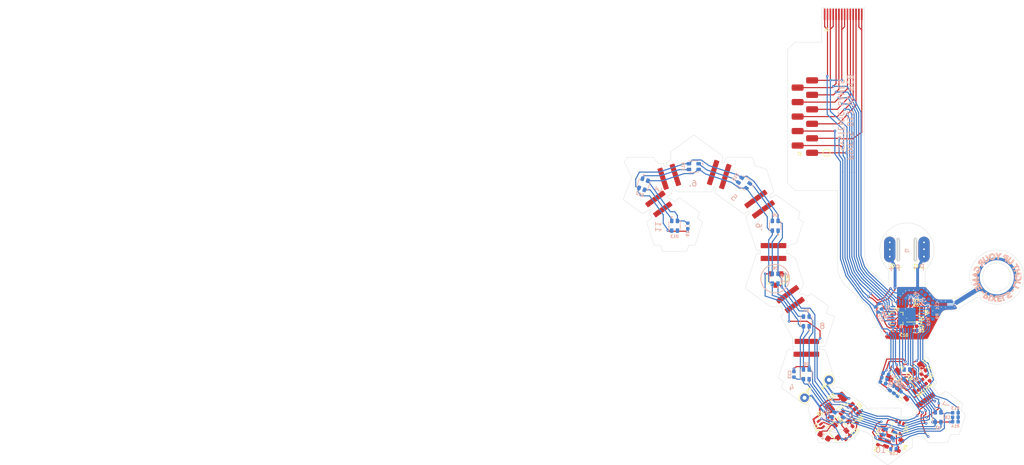
<source format=kicad_pcb>
(kicad_pcb (version 20211014) (generator pcbnew)
  (title_block (title "FLX-F020") (date "2021-09-11") (rev "10") (company "Systemic Games, LLC") (comment 1 "Flexible PCB, 0.13mm thickness"))
  (layers (0 "F.Cu" signal) (31 "B.Cu" signal) (34 "B.Paste" user) (35 "F.Paste" user) (36 "B.SilkS" user "B.Silkscreen") (37 "F.SilkS" user "F.Silkscreen") (38 "B.Mask" user) (39 "F.Mask" user) (44 "Edge.Cuts" user))
  (net 0 "")
  (net 1 "Net-(C1-Pad1)")
  (net 2 "GND")
  (net 3 "VDD")
  (net 4 "VDC")
  (net 5 "VEE")
  (net 6 "Net-(L1-Pad2)")
  (net 7 "Net-(L1-Pad1)")
  (net 8 "+5V")
  (net 9 "Net-(R6-Pad1)")
  (net 10 "/LED_EN")
  (net 11 "Net-(C2-Pad2)")
  (net 12 "Net-(C3-Pad1)")
  (net 13 "Net-(C5-Pad2)")
  (net 14 "Net-(C7-Pad1)")
  (net 15 "Net-(C17-Pad2)")
  (net 16 "Net-(C19-Pad1)")
  (net 17 "Net-(C19-Pad2)")
  (net 18 "Net-(L4-Pad1)")
  (net 19 "RXI")
  (net 20 "TXO")
  (net 21 "SWO")
  (net 22 "RESET")
  (net 23 "SWDCLK")
  (net 24 "SWDIO")
  (net 25 "Net-(R10-Pad1)")
  (net 26 "Net-(R10-Pad2)")
  (net 27 "/LED_DATA")
  (net 28 "+BATT")
  (net 29 "/STATS")
  (net 30 "/VLED_SENSE")
  (net 31 "/5V_SENSE")
  (net 32 "/VBAT_SENSE")
  (net 33 "/Power Supply/MAG1_")
  (net 34 "Net-(D10-Pad1)")
  (net 36 "/Power Supply/LED_EN_OUT")
  (net 37 "Net-(R3-Pad1)")
  (net 38 "Net-(D2-Pad3)")
  (net 39 "Net-(D3-Pad3)")
  (net 40 "Net-(D4-Pad3)")
  (net 41 "Net-(D5-Pad3)")
  (net 42 "Net-(D6-Pad3)")
  (net 43 "Net-(D7-Pad3)")
  (net 44 "Net-(D8-Pad3)")
  (net 45 "Net-(D10-Pad3)")
  (net 46 "Net-(D11-Pad3)")
  (net 47 "Net-(D12-Pad3)")
  (net 48 "/SCL")
  (net 49 "/SDA")
  (net 50 "/ACC_INT")
  (net 51 "/ARC_ANTENNA")
  (net 52 "Net-(C8-Pad1)")
  (footprint "Pixels-dice:SOT-353_SC-70-5" (layer "F.Cu") (at 254.49 133.75 -110)
    (fp_text reference "U7")
    (fp_text value "74AHC1G08" hide)
  )
  (footprint "TestPoint:TestPoint_THTPad_D1.5mm_Drill0.7mm" (layer "F.Cu") (at 242.38 125.4 30)
    (fp_text reference "P6")
    (fp_text value "COILB")
  )
  (footprint "Package_TO_SOT_SMD:SOT-23-5" (layer "F.Cu") (at 246.101683 131.198715 -140)
    (fp_text reference "U5")
    (fp_text value "MCP73832T-2ACI/OT")
  )
  (footprint "Package_TO_SOT_SMD:SOT-23" (layer "F.Cu") (at 233.04 107.8 -90)
    (fp_text reference "U8")
    (fp_text value "TMR1366")
  )
  (footprint "TestPoint:TestPoint_THTPad_D1.5mm_Drill0.7mm" (layer "F.Cu") (at 238.09 128.54 30)
    (fp_text reference "P5")
    (fp_text value "COILA")
  )
  (footprint "Pixels-dice:SOT-23-5" (layer "F.Cu") (at 253.72 136.53 -20)
    (fp_text reference "U6")
    (fp_text value "MT9700" hide)
  )
  (footprint "Resistor_SMD:R_0402_1005Metric" (layer "F.Cu") (at 251.136428 136.274754 70)
    (fp_text reference "R3")
    (fp_text value "10k 5%")
  )
  (footprint "Capacitor_SMD:C_0402_1005Metric" (layer "F.Cu") (at 256.25 111.5 180)
    (fp_text reference "C7")
    (fp_text value "100pF NP0 10V 5%")
  )
  (footprint "Inductor_SMD:L_0805_2012Metric" (layer "F.Cu") (at 257.816657 123.435409 40)
    (fp_text reference "L1")
    (fp_text value "10uH 100mA 10%")
  )
  (footprint "Capacitor_SMD:C_0402_1005Metric" (layer "F.Cu") (at 256.27 112.31)
    (fp_text reference "C5")
    (fp_text value "6pF 10V 10%")
  )
  (footprint "Capacitor_SMD:C_0402_1005Metric" (layer "F.Cu") (at 257.24 116.76 180)
    (fp_text reference "C3")
    (fp_text value "0.1uF 10V 20%")
  )
  (footprint "Capacitor_SMD:C_0402_1005Metric" (layer "F.Cu") (at 258.56 113.49 -90)
    (fp_text reference "C2")
    (fp_text value "6pF 10V 10%")
  )
  (footprint "Capacitor_SMD:C_0402_1005Metric" (layer "F.Cu") (at 255.53 116.75)
    (fp_text reference "C10")
    (fp_text value "0.1uF 10V 20%")
  )
  (footprint "Capacitor_SMD:C_0402_1005Metric" (layer "F.Cu") (at 257.383112 125.470117 -140)
    (fp_text reference "C18")
    (fp_text value "4.7uF 6.3V 20%")
  )
  (footprint "Resistor_SMD:R_0402_1005Metric" (layer "F.Cu") (at 259.072743 125.710216 130)
    (fp_text reference "R4")
    (fp_text value "402k 1%")
  )
  (footprint "Capacitor_SMD:C_0402_1005Metric" (layer "F.Cu") (at 258.452249 126.230873 -50)
    (fp_text reference "C17")
    (fp_text value "22pF 10V 5%")
  )
  (footprint "Pixels-dice:SOT-23-5" (layer "F.Cu") (at 255.930716 127.22404 -50)
    (fp_text reference "U4")
    (fp_text value "LN3435" hide)
  )
  (footprint "Capacitor_SMD:C_0402_1005Metric" (layer "F.Cu") (at 257.25 115.99 180)
    (fp_text reference "C4")
    (fp_text value "4.7uF 6.3V 20%")
  )
  (footprint "Inductor_SMD:L_0805_2012Metric" (layer "F.Cu") (at 253.73 124.52 40)
    (fp_text reference "L4")
    (fp_text value "2.2uH 20mA 10%")
  )
  (footprint "Resistor_SMD:R_0402_1005Metric" (layer "F.Cu") (at 246.89 133.23 40)
    (fp_text reference "R6")
    (fp_text value "22k 1%")
  )
  (footprint "Capacitor_SMD:C_0603_1608Metric" (layer "F.Cu") (at 241.55 135.3 -30)
    (fp_text reference "C13")
    (fp_text value "4.7uF 25V 20%")
  )
  (footprint "Package_TO_SOT_SMD:SOT-363_SC-70-6" (layer "F.Cu") (at 241.68 132.53 -140)
    (fp_text reference "D1")
    (fp_text value "BAV99S")
  )
  (footprint "Capacitor_SMD:C_0402_1005Metric" (layer "F.Cu") (at 245.68 135.49 -140)
    (fp_text reference "C15")
    (fp_text value "4.7uF 6.3V 20%")
  )
  (footprint "Inductor_SMD:L_0402_1005Metric" (layer "F.Cu") (at 258.953239 124.0743 -140)
    (fp_text reference "L2")
    (fp_text value "15nH 100mA 5%")
  )
  (footprint "Capacitor_SMD:C_0402_1005Metric" (layer "F.Cu") (at 259.702133 125.169042 -50)
    (fp_text reference "C1")
    (fp_text value "4.7uF 6.3V 20%")
  )
  (footprint "Pixels-dice:Crystal_SMD_2016-4Pin_2.0x1.6mm" (layer "F.Cu") (at 257.14 113.9 90)
    (fp_text reference "Y1")
    (fp_text value "32MHz 40ppm")
  )
  (footprint "Package_LGA:LGA-12_2x2mm_P0.5mm" (layer "F.Cu") (at 254.27 114.64)
    (fp_text reference "U2")
    (fp_text value "KXTJ3-1057")
  )
  (footprint "Resistor_SMD:R_0402_1005Metric" (layer "F.Cu") (at 257.831752 126.751532 -50)
    (fp_text reference "R5")
    (fp_text value "100k 1%")
  )
  (footprint "Pixels-dice:SOT-23" (layer "F.Cu") (at 244.05 134.14 -50)
    (fp_text reference "U3")
    (fp_text value "PJ75AL50SA")
  )
  (footprint "Capacitor_SMD:C_1206_3216Metric" (layer "F.Cu") (at 243.64 129.36 40)
    (fp_text reference "C19")
    (fp_text value "56nF 50V 5% NP0")
  )
  (footprint "Pixels-dice:FPC-POGO-11" (layer "F.Cu") (at 238.1475 79.22 90)
    (fp_text reference "J2")
    (fp_text value "Conn_01x11")
  )
  (footprint "Capacitor_SMD:C_0402_1005Metric" (layer "F.Cu") (at 251.73621 134.666167 -110)
    (fp_text reference "C24")
    (fp_text value "0.1uF 10V 20%")
  )
  (footprint "Pixels-dice:FPC_14" (layer "F.Cu") (at 241.62 61.279999)
    (fp_text reference "J1")
    (fp_text value "Conn_01x14")
  )
  (footprint "Pixels-dice:TX1812Z_2020" (layer "B.Cu") (at 243.85 131.94 60)
    (fp_text reference "D5")
    (fp_text value "TX1812Z_2020")
  )
  (footprint "Pixels-dice:TX1812Z_2020" (layer "B.Cu") (at 252.915902 134.81 70)
    (fp_text reference "D4")
    (fp_text value "TX1812Z_2020")
  )
  (footprint "Pixels-dice:TX1812Z_2020" (layer "B.Cu") (at 238.4 124.43)
    (fp_text reference "D6")
    (fp_text value "TX1812Z_2020")
  )
  (footprint "Capacitor_SMD:C_0402_1005Metric" (layer "B.Cu") (at 253.69 137.47 180)
    (fp_text reference "C16")
    (fp_text value "4.7uF 6.3V 20%")
  )
  (footprint "Pixels-dice:TX1812Z_2020" (layer "B.Cu") (at 256.05 124.43 180)
    (fp_text reference "D2")
    (fp_text value "TX1812Z_2020")
  )
  (footprint "Pixels-dice:TX1812Z_2020" (layer "B.Cu") (at 238.4 115.15)
    (fp_text reference "D7")
    (fp_text value "TX1812Z_2020")
  )
  (footprint "Pixels-dice:TX1812Z_2020" (layer "B.Cu") (at 215.3 98.37 180)
    (fp_text reference "D13")
    (fp_text value "TX1812Z_2020")
  )
  (footprint "Pixels-dice:TX1812Z_2020" (layer "B.Cu") (at 209.84 91.095902 160)
    (fp_text reference "D12")
    (fp_text value "TX1812Z_2020")
  )
  (footprint "Pixels-dice:TX1812Z_2020" (layer "B.Cu") (at 232.95 98.37)
    (fp_text reference "D9")
    (fp_text value "TX1812Z_2020")
  )
  (footprint "Pixels-dice:TX1812Z_2020" (layer "B.Cu") (at 232.94 107.65)
    (fp_text reference "D8")
    (fp_text value "TX1812Z_2020")
  )
  (footprint "Resistor_SMD:R_0402_1005Metric" (layer "B.Cu") (at 264.543663 132.736337 180)
    (fp_text reference "R14")
    (fp_text value "10M 1%")
  )
  (footprint "Capacitor_SMD:C_0402_1005Metric" (layer "B.Cu") (at 264.545917 131.952445 180)
    (fp_text reference "C6")
    (fp_text value "10nF 25V 10%")
  )
  (footprint "Pixels-dice:TX1812Z_2020" (layer "B.Cu") (at 218.67 87.99 90)
    (fp_text reference "D11")
    (fp_text value "TX1812Z_2020")
  )
  (footprint "Resistor_SMD:R_0402_1005Metric" (layer "B.Cu") (at 264.55 131.17)
    (fp_text reference "R13")
    (fp_text value "4.02M 1%")
  )
  (footprint "Resistor_SMD:R_0402_1005Metric" (layer "B.Cu") (at 259.76 113.62 90)
    (fp_text reference "R10")
    (fp_text value "100k 1%")
  )
  (footprint "Package_DFN_QFN:QFN-32-1EP_5x5mm_P0.5mm_EP3.1x3.1mm" (layer "B.Cu") (at 256.04 114.3 90)
    (fp_text reference "U1")
    (fp_text value "N52810_QFN32")
  )
  (footprint "Capacitor_SMD:C_0402_1005Metric" (layer "B.Cu") (at 258.2 109.72 150)
    (fp_text reference "C8")
    (fp_text value "?? NP0")
  )
  (footprint "Capacitor_SMD:C_0402_1005Metric" (layer "B.Cu") (at 236.23 124.43 90)
    (fp_text reference "C23")
    (fp_text value "0.1uF 10V 20%")
  )
  (footprint "Pixels-dice:TX1812Z_2020" (layer "B.Cu") (at 261.51 131.94 180)
    (fp_text reference "D3")
    (fp_text value "TX1812Z_2020")
  )
  (footprint "Capacitor_SMD:C_0402_1005Metric" (layer "B.Cu") (at 217.62 98.39 -90)
    (fp_text reference "C9")
    (fp_text value "4.7uF 6.3V 20%")
  )
  (footprint "Resistor_SMD:R_0402_1005Metric" (layer "B.Cu") (at 260.59 114.23 -90)
    (fp_text reference "R9")
    (fp_text value "100k 1%")
  )
  (footprint "Pixels-dice:Hongjie 10100 Connector" (layer "B.Cu") (at 256.04 102.53)
    (fp_text reference "J3")
    (fp_text value "Conn_01x02")
  )
  (footprint "Pixels-dice:TX1812Z_2020" (layer "B.Cu") (at 227.49 90.87 55)
    (fp_text reference "D10")
    (fp_text value "TX1812Z_2020")
  )
  (footprint "Capacitor_SMD:C_0402_1005Metric" (layer "B.Cu") (at 252.09 125.13 -18)
    (fp_text reference "C21")
    (fp_text value "10nF 25V 10%")
  )
  (footprint "Resistor_SMD:R_0402_1005Metric" (layer "B.Cu") (at 254.69761 127.837146 -126)
    (fp_text reference "R7")
    (fp_text value "4.02M 1%")
  )
  (footprint "Resistor_SMD:R_0402_1005Metric" (layer "B.Cu") (at 251.836606 125.909865 162)
    (fp_text reference "R2")
    (fp_text value "10M 1%")
  )
  (footprint "Resistor_SMD:R_0402_1005Metric" (layer "B.Cu") (at 254.04 127.34 54)
    (fp_text reference "R8")
    (fp_text value "10M 1%")
  )
  (footprint "Resistor_SMD:R_0402_1005Metric" (layer "B.Cu") (at 252.346484 124.340622 162)
    (fp_text reference "R1")
    (fp_text value "4.02M 1%")
  )
  (footprint "Capacitor_SMD:C_0402_1005Metric" (layer "B.Cu") (at 253.356761 126.868318 54)
    (fp_text reference "C22")
    (fp_text value "10nF 25V 10%")
  )
  (footprint "Resistor_SMD:R_0402_1005Metric" (layer "B.Cu") (at 250.77 113.06 -62.5)
    (fp_text reference "R12")
    (fp_text value "2.7k 5%")
  )
  (footprint "Resistor_SMD:R_0402_1005Metric" (layer "B.Cu") (at 251.38 112.5 -62.5)
    (fp_text reference "R16")
    (fp_text value "2.7k 5%")
  )
  (footprint "Capacitor_SMD:C_0402_1005Metric" (layer "B.Cu") (at 260.58 112.36 -90)
    (fp_text reference "C11")
    (fp_text value "?? NP0")
  )
  (footprint "Inductor_SMD:L_0402_1005Metric" (layer "B.Cu") (at 259.57 110.86 -50)
    (fp_text reference "L5")
    (fp_text value "??")
  )
  (footprint "Pixels-dice:ARC_Antenna" (layer "B.Cu") (at 264.348292 112.073361 32)
    (fp_text reference "AE2" hide)
    (fp_text value "ARC")
  )
  (gr_circle (center 243.85 131.94) (end 246.15 131.94) (layer "B.SilkS") (width 0.05) (fill none))
  (gr_circle (center 243.85 131.94) (end 246.55 131.94) (layer "B.SilkS") (width 0.05) (fill none))
  (gr_line (start 273.712 104.729) (end 273.711 104.5527) (layer "B.SilkS") (width 0.1734))
  (gr_line (start 270.838 103.4319) (end 270.691 103.5287) (layer "B.SilkS") (width 0.1734))
  (gr_line (start 268.967 104.9058) (end 269.122 104.8159) (layer "B.SilkS") (width 0.1734))
  (gr_line (start 268.653 106.706201) (end 267.759 106.9587) (layer "B.SilkS") (width 0.1734))
  (gr_line (start 272.002 103.8582) (end 271.669 103.1941) (layer "B.SilkS") (width 0.1734))
  (gr_line (start 271.521 111.6445) (end 271.271 111.21) (layer "B.SilkS") (width 0.1734))
  (gr_line (start 269.175 105.5271) (end 269.069 104.9627) (layer "B.SilkS") (width 0.1734))
  (gr_line (start 268.779 104.6648) (end 268.75 104.7001) (layer "B.SilkS") (width 0.1734))
  (gr_line (start 267.759 106.9587) (end 268.181 107.1919) (layer "B.SilkS") (width 0.1734))
  (gr_line (start 273.47 110.217) (end 273.608 110.1116) (layer "B.SilkS") (width 0.1734))
  (gr_line (start 274.746 109.6065) (end 274.528 109.8739) (layer "B.SilkS") (width 0.1734))
  (gr_line (start 272.553 111.0466) (end 272.564 111.1492) (layer "B.SilkS") (width 0.1734))
  (gr_line (start 273.711 104.5527) (end 273.804 104.3869) (layer "B.SilkS") (width 0.1734))
  (gr_line (start 273.7 110.9128) (end 273.654 110.8175) (layer "B.SilkS") (width 0.1734))
  (gr_line (start 268.795 106.3105) (end 268.759 106.3867) (layer "B.SilkS") (width 0.1734))
  (gr_line (start 267.79 107.8889) (end 268.655 108.065801) (layer "B.SilkS") (width 0.1734))
  (gr_line (start 269.122 104.8159) (end 269.183 104.8727) (layer "B.SilkS") (width 0.1734))
  (gr_line (start 274.244 110.7512) (end 274.364 110.6172) (layer "B.SilkS") (width 0.1734))
  (gr_line (start 268.832 108.9163) (end 268.533 109.0862) (layer "B.SilkS") (width 0.1734))
  (gr_line (start 274.934 108.3695) (end 275.029 108.4103) (layer "B.SilkS") (width 0.1734))
  (gr_line (start 271.669 103.1941) (end 271.815999 103.2039) (layer "B.SilkS") (width 0.1734))
  (gr_line (start 268.28 107.246001) (end 268.573 107.4076) (layer "B.SilkS") (width 0.1734))
  (gr_line (start 275.674 105.6749) (end 275.584 105.7258) (layer "B.SilkS") (width 0.1734))
  (gr_line (start 276.015 107.218201) (end 276.035999 107.3177) (layer "B.SilkS") (width 0.1734))
  (gr_line (start 273.756999 110.0339) (end 273.944 110.0233) (layer "B.SilkS") (width 0.1734))
  (gr_line (start 272.113 111.5339) (end 272.626 111.4751) (layer "B.SilkS") (width 0.1734))
  (gr_line (start 274.825 108.8836) (end 275.635 109.2319) (layer "B.SilkS") (width 0.1734))
  (gr_line (start 270.801 110.4948) (end 270.472 111.4233) (layer "B.SilkS") (width 0.1734))
  (gr_line (start 271.284 103.3655) (end 271.403 103.5067) (layer "B.SilkS") (width 0.1734))
  (gr_line (start 268.392 105.7085) (end 268.206 105.708) (layer "B.SilkS") (width 0.1734))
  (gr_line (start 272.817 110.6133) (end 273.118 111.4424) (layer "B.SilkS") (width 0.1734))
  (gr_line (start 269.069 104.9627) (end 269.022 104.9859) (layer "B.SilkS") (width 0.1734))
  (gr_line (start 273.654 110.8175) (end 273.679 110.6417) (layer "B.SilkS") (width 0.1734))
  (gr_line (start 275.029 108.4103) (end 274.825 108.8836) (layer "B.SilkS") (width 0.1734))
  (gr_line (start 272.075 111.2055) (end 272.113 111.5339) (layer "B.SilkS") (width 0.1734))
  (gr_line (start 270.935 103.3023) (end 271.118 103.2991) (layer "B.SilkS") (width 0.1734))
  (gr_line (start 268.526 105.6193) (end 268.634 105.6731) (layer "B.SilkS") (width 0.1734))
  (gr_line (start 274.722 104.3536) (end 274.821 104.4341) (layer "B.SilkS") (width 0.1734))
  (gr_line (start 270.500999 103.8508) (end 270.496 103.6658) (layer "B.SilkS") (width 0.1734))
  (gr_line (start 268.774 108.617201) (end 267.811 108.825201) (layer "B.SilkS") (width 0.1734))
  (gr_line (start 274.364 110.6172) (end 274.43 110.7146) (layer "B.SilkS") (width 0.1734))
  (gr_line (start 276.035999 107.3177) (end 276.045 107.495201) (layer "B.SilkS") (width 0.1734))
  (gr_line (start 269.949 111.1792) (end 269.784 111.12) (layer "B.SilkS") (width 0.1734))
  (gr_line (start 275.458 106.803101) (end 275.315 106.239) (layer "B.SilkS") (width 0.1734))
  (gr_line (start 270.754 111.5339) (end 271.208 111.1016) (layer "B.SilkS") (width 0.1734))
  (gr_line (start 268.843 105.0323) (end 268.674 104.9676) (layer "B.SilkS") (width 0.1734))
  (gr_line (start 274.979 108.1173) (end 275.938 108.3457) (layer "B.SilkS") (width 0.1734))
  (gr_line (start 274.95 108.241301) (end 274.979 108.1173) (layer "B.SilkS") (width 0.1734))
  (gr_line (start 269.908 103.6611) (end 270.018 103.5959) (layer "B.SilkS") (width 0.1734))
  (gr_line (start 270.12 104.5694) (end 270.196999 104.5116) (layer "B.SilkS") (width 0.1734))
  (gr_line (start 271.481 103.7509) (end 271.485 103.9352) (layer "B.SilkS") (width 0.1734))
  (gr_line (start 270.085 110.9174) (end 270.045 110.7408) (layer "B.SilkS") (width 0.1734))
  (gr_line (start 268.75 104.7001) (end 268.771 104.8729) (layer "B.SilkS") (width 0.1734))
  (gr_line (start 275.047 107.4358) (end 275.055 107.3517) (layer "B.SilkS") (width 0.1734))
  (gr_line (start 272.063 111.1028) (end 272.553 111.0466) (layer "B.SilkS") (width 0.1734))
  (gr_line (start 273.289 103.5006) (end 273.459 103.5421) (layer "B.SilkS") (width 0.1734))
  (gr_line (start 275.539 107.9916) (end 275.419 107.9784) (layer "B.SilkS") (width 0.1734))
  (gr_line (start 275.055 107.0369) (end 275.024 106.9132) (layer "B.SilkS") (width 0.1734))
  (gr_line (start 268.704 106.2607) (end 268.734 106.172401) (layer "B.SilkS") (width 0.1734))
  (gr_line (start 268.86 108.754601) (end 269.182 109.3239) (layer "B.SilkS") (width 0.1734))
  (gr_line (start 270.045 110.7408) (end 269.92 110.6125) (layer "B.SilkS") (width 0.1734))
  (gr_line (start 272.387 103.2408) (end 272.528 103.25) (layer "B.SilkS") (width 0.1734))
  (gr_line (start 268.41 109.7497) (end 268.32 109.8007) (layer "B.SilkS") (width 0.1734))
  (gr_line (start 270.368 104.1968) (end 270.395 104.3832) (layer "B.SilkS") (width 0.1734))
  (gr_line (start 271.098 104.2876) (end 271.04 104.2989) (layer "B.SilkS") (width 0.1734))
  (gr_line (start 273.943 104.8659) (end 274.024 104.9185) (layer "B.SilkS") (width 0.1734))
  (gr_line (start 269.932 110.0671) (end 270.043 110.1312) (layer "B.SilkS") (width 0.1734))
  (gr_line (start 274.341 104.8235) (end 274.722 104.3536) (layer "B.SilkS") (width 0.1734))
  (gr_line (start 268.982 104.295) (end 269.7 104.9703) (layer "B.SilkS") (width 0.1734))
  (gr_line (start 274.528 109.8739) (end 274.448 109.8088) (layer "B.SilkS") (width 0.1734))
  (gr_line (start 273.267 110.3406) (end 273.302 110.4377) (layer "B.SilkS") (width 0.1734))
  (gr_line (start 268.21 106.9456) (end 268.315999 106.9223) (layer "B.SilkS") (width 0.1734))
  (gr_line (start 274.186 110.9271) (end 274.033 111.0089) (layer "B.SilkS") (width 0.1734))
  (gr_line (start 272.535999 110.5976) (end 272.548 110.7003) (layer "B.SilkS") (width 0.1734))
  (gr_line (start 268.771 104.8729) (end 268.787 104.8864) (layer "B.SilkS") (width 0.1734))
  (gr_line (start 273.83 110.1306) (end 273.666 110.1976) (layer "B.SilkS") (width 0.1734))
  (gr_line (start 274.326 110.8195) (end 274.186 110.9271) (layer "B.SilkS") (width 0.1734))
  (gr_line (start 275.153 107.5441) (end 275.218 107.7252) (layer "B.SilkS") (width 0.1734))
  (gr_line (start 270.691 103.5287) (end 270.625999 103.7038) (layer "B.SilkS") (width 0.1734))
  (gr_line (start 269.183 104.8727) (end 269.291 105.4049) (layer "B.SilkS") (width 0.1734))
  (gr_line (start 271.208 111.1016) (end 270.895 110.5586) (layer "B.SilkS") (width 0.1734))
  (gr_line (start 272.13 103.8661) (end 272.107 104.2101) (layer "B.SilkS") (width 0.1734))
  (gr_line (start 268.181 107.1919) (end 268.21 106.9456) (layer "B.SilkS") (width 0.1734))
  (gr_line (start 270.217 104.1807) (end 269.908 103.6611) (layer "B.SilkS") (width 0.1734))
  (gr_line (start 275.315 106.239) (end 274.88 106.3489) (layer "B.SilkS") (width 0.1734))
  (gr_line (start 274.087 110.14) (end 274.132 110.2354) (layer "B.SilkS") (width 0.1734))
  (gr_line (start 268.787 104.8864) (end 268.967 104.9058) (layer "B.SilkS") (width 0.1734))
  (gr_line (start 270.272 104.3497) (end 270.217 104.1807) (layer "B.SilkS") (width 0.1734))
  (gr_line (start 267.88 105.9105) (end 267.906 105.8533) (layer "B.SilkS") (width 0.1734))
  (gr_line (start 271.299 104.0576) (end 271.355 103.8928) (layer "B.SilkS") (width 0.1734))
  (gr_line (start 268.634 105.8288) (end 268.478 105.7371) (layer "B.SilkS") (width 0.1734))
  (gr_line (start 268.58 107.718) (end 267.79 107.8889) (layer "B.SilkS") (width 0.1734))
  (gr_line (start 269.237 109.8532) (end 269.484 110.0924) (layer "B.SilkS") (width 0.1734))
  (gr_line (start 270.154 110.6949) (end 270.220999 110.8704) (layer "B.SilkS") (width 0.1734))
  (gr_line (start 269.92 110.6125) (end 269.997 110.5327) (layer "B.SilkS") (width 0.1734))
  (gr_line (start 273.944 110.0233) (end 274.087 110.14) (layer "B.SilkS") (width 0.1734))
  (gr_line (start 272.528 103.25) (end 272.13 103.8661) (layer "B.SilkS") (width 0.1734))
  (gr_line (start 273.824 103.7041) (end 273.423 104.6046) (layer "B.SilkS") (width 0.1734))
  (gr_line (start 269.612 105.0631) (end 268.972 104.4601) (layer "B.SilkS") (width 0.1734))
  (gr_line (start 270.745 104.1025) (end 270.902 104.1941) (layer "B.SilkS") (width 0.1734))
  (gr_line (start 268.160999 105.5905) (end 268.342 105.5696) (layer "B.SilkS") (width 0.1734))
  (gr_line (start 269.746 104.6792) (end 269.622 104.535) (layer "B.SilkS") (width 0.1734))
  (gr_line (start 273.418 110.4297) (end 273.353 110.3323) (layer "B.SilkS") (width 0.1734))
  (gr_line (start 271.815 110.6912) (end 271.362 111.1238) (layer "B.SilkS") (width 0.1734))
  (gr_line (start 273.808 110.5172) (end 273.913 110.4468) (layer "B.SilkS") (width 0.1734))
  (gr_line (start 275.506999 107.3251) (end 275.173 107.3113) (layer "B.SilkS") (width 0.1734))
  (gr_line (start 274.201 104.9326) (end 274.341 104.8235) (layer "B.SilkS") (width 0.1734))
  (gr_line (start 272.638 111.5776) (end 271.998 111.6509) (layer "B.SilkS") (width 0.1734))
  (gr_line (start 275.996 107.7432) (end 275.891 107.892501) (layer "B.SilkS") (width 0.1734))
  (gr_line (start 268.759 106.3867) (end 268.655 106.5304) (layer "B.SilkS") (width 0.1734))
  (gr_line (start 276.045 107.495201) (end 276.04 107.557701) (layer "B.SilkS") (width 0.1734))
  (gr_line (start 271.662 110.6691) (end 271.815 110.6912) (layer "B.SilkS") (width 0.1734))
  (gr_line (start 269.7 104.9703) (end 269.612 105.0631) (layer "B.SilkS") (width 0.1734))
  (gr_line (start 273.902 104.4673) (end 273.849 104.5484) (layer "B.SilkS") (width 0.1734))
  (gr_line (start 268.772 105.7897) (end 268.85 105.957901) (layer "B.SilkS") (width 0.1734))
  (gr_line (start 269.622 104.535) (end 269.313 104.0154) (layer "B.SilkS") (width 0.1734))
  (gr_line (start 275.432 105.4561) (end 274.664 105.8909) (layer "B.SilkS") (width 0.1734))
  (gr_line (start 268.848 106.135601) (end 268.795 106.3105) (layer "B.SilkS") (width 0.1734))
  (gr_line (start 273.307 104.5528) (end 273.664 103.7489) (layer "B.SilkS") (width 0.1734))
  (gr_line (start 273.342 103.6199) (end 273.196999 103.7205) (layer "B.SilkS") (width 0.1734))
  (gr_line (start 270.351999 111.3805) (end 270.681 110.4521) (layer "B.SilkS") (width 0.1734))
  (gr_line (start 275.415 106.2133) (end 275.558 106.777701) (layer "B.SilkS") (width 0.1734))
  (gr_line (start 271.485 103.9352) (end 271.42 104.1018) (layer "B.SilkS") (width 0.1734))
  (gr_line (start 273.666 110.1976) (end 273.537 110.2986) (layer "B.SilkS") (width 0.1734))
  (gr_line (start 267.626 107.0191) (end 267.641 106.878801) (layer "B.SilkS") (width 0.1734))
  (gr_line (start 275.891 107.892501) (end 275.729 107.9747) (layer "B.SilkS") (width 0.1734))
  (gr_line (start 275.910999 107.6525) (end 275.942 107.4773) (layer "B.SilkS") (width 0.1734))
  (gr_line (start 268.32 109.8007) (end 268.002 109.2402) (layer "B.SilkS") (width 0.1734))
  (gr_line (start 275.104 107.181001) (end 275.512 107.1976) (layer "B.SilkS") (width 0.1734))
  (gr_line (start 273.13 103.5724) (end 273.289 103.5006) (layer "B.SilkS") (width 0.1734))
  (gr_line (start 273.981 110.2109) (end 273.83 110.1306) (layer "B.SilkS") (width 0.1734))
  (gr_line (start 273.459 103.5421) (end 273.824 103.7041) (layer "B.SilkS") (width 0.1734))
  (gr_line (start 268.75 108.506301) (end 268.774 108.617201) (layer "B.SilkS") (width 0.1734))
  (gr_line (start 271.271 111.21) (end 270.907 111.556) (layer "B.SilkS") (width 0.1734))
  (gr_line (start 270.513 103.9103) (end 270.500999 103.8508) (layer "B.SilkS") (width 0.1734))
  (gr_circle (center 232.94 107.64) (end 235.44 107.64) (layer "B.SilkS") (width 0.15) (fill none))
  (gr_line (start 270.063 110.9701) (end 270.085 110.9174) (layer "B.SilkS") (width 0.1734))
  (gr_line (start 268.676 108.163901) (end 267.96 108.6764) (layer "B.SilkS") (width 0.1734))
  (gr_line (start 270.043 110.1312) (end 269.601999 110.8924) (layer "B.SilkS") (width 0.1734))
  (gr_line (start 271.674 111.6664) (end 271.521 111.6445) (layer "B.SilkS") (width 0.1734))
  (gr_line (start 273.804 104.3869) (end 274.185 103.9174) (layer "B.SilkS") (width 0.1734))
  (gr_line (start 273.181 103.7754) (end 273.24 103.9467) (layer "B.SilkS") (width 0.1734))
  (gr_line (start 268.736 105.980201) (end 268.634 105.8288) (layer "B.SilkS") (width 0.1734))
  (gr_line (start 268.325 106.2558) (end 268.635 106.3841) (layer "B.SilkS") (width 0.1734))
  (gr_line (start 270.035 110.5653) (end 270.154 110.6949) (layer "B.SilkS") (width 0.1734))
  (gr_line (start 275.942 107.4773) (end 275.94 107.385601) (layer "B.SilkS") (width 0.1734))
  (gr_line (start 275.055 107.3517) (end 275.104 107.181001) (layer "B.SilkS") (width 0.1734))
  (gr_line (start 272.564 111.1492) (end 272.075 111.2055) (layer "B.SilkS") (width 0.1734))
  (gr_line (start 273.834 104.7263) (end 273.943 104.8659) (layer "B.SilkS") (width 0.1734))
  (gr_line (start 268.342 105.5696) (end 268.526 105.6193) (layer "B.SilkS") (width 0.1734))
  (gr_line (start 273.076 103.6606) (end 273.13 103.5724) (layer "B.SilkS") (width 0.1734))
  (gr_line (start 270.472 111.4233) (end 270.351999 111.3805) (layer "B.SilkS") (width 0.1734))
  (gr_line (start 272.626 111.4751) (end 272.638 111.5776) (layer "B.SilkS") (width 0.1734))
  (gr_line (start 268.600999 104.7486) (end 268.694 104.6011) (layer "B.SilkS") (width 0.1734))
  (gr_line (start 275.808 107.7979) (end 275.910999 107.6525) (layer "B.SilkS") (width 0.1734))
  (gr_line (start 270.114 111.1246) (end 269.949 111.1792) (layer "B.SilkS") (width 0.1734))
  (gr_line (start 270.56 103.4988) (end 270.696 103.3794) (layer "B.SilkS") (width 0.1734))
  (gr_line (start 275.804 105.9832) (end 275.836 106.1067) (layer "B.SilkS") (width 0.1734))
  (gr_line (start 273.878 104.9459) (end 273.807 104.8807) (layer "B.SilkS") (width 0.1734))
  (gr_line (start 270.579 104.0944) (end 270.513 103.9103) (layer "B.SilkS") (width 0.1734))
  (gr_line (start 273.24 103.9467) (end 273.378 104.0609) (layer "B.SilkS") (width 0.1734))
  (gr_line (start 268.776 109.5146) (end 268.686 109.5658) (layer "B.SilkS") (width 0.1734))
  (gr_line (start 271.403 103.5067) (end 271.469 103.6917) (layer "B.SilkS") (width 0.1734))
  (gr_line (start 273.981 110.386) (end 273.981 110.2109) (layer "B.SilkS") (width 0.1734))
  (gr_line (start 271.815999 103.2039) (end 272.07 103.736) (layer "B.SilkS") (width 0.1734))
  (gr_line (start 274.378 104.9701) (end 274.212 105.0598) (layer "B.SilkS") (width 0.1734))
  (gr_line (start 270.696999 104.2351) (end 270.579 104.0944) (layer "B.SilkS") (width 0.1734))
  (gr_line (start 274.448 109.8088) (end 274.665 109.5415) (layer "B.SilkS") (width 0.1734))
  (gr_line (start 275.369 105.3452) (end 275.216 105.0754) (layer "B.SilkS") (width 0.1734))
  (gr_line (start 269.291 105.4049) (end 269.175 105.5271) (layer "B.SilkS") (width 0.1734))
  (gr_line (start 267.627 107.9732) (end 267.593 107.815001) (layer "B.SilkS") (width 0.1734))
  (gr_line (start 275.908 108.4697) (end 274.95 108.241301) (layer "B.SilkS") (width 0.1734))
  (gr_line (start 270.178 111.0428) (end 270.114 111.1246) (layer "B.SilkS") (width 0.1734))
  (gr_line (start 274.68 108.96) (end 274.934 108.3695) (layer "B.SilkS") (width 0.1734))
  (gr_line (start 274.821 104.4341) (end 274.44 104.9037) (layer "B.SilkS") (width 0.1734))
  (gr_line (start 273.806 110.8416) (end 273.968 110.9134) (layer "B.SilkS") (width 0.1734))
  (gr_line (start 267.96 108.6764) (end 268.75 108.506301) (layer "B.SilkS") (width 0.1734))
  (gr_line (start 270.496 103.6658) (end 270.56 103.4988) (layer "B.SilkS") (width 0.1734))
  (gr_line (start 272.998 111.4859) (end 272.662 110.5597) (layer "B.SilkS") (width 0.1734))
  (gr_line (start 270.86 104.3016) (end 270.696999 104.2351) (layer "B.SilkS") (width 0.1734))
  (gr_line (start 268.011 105.6944) (end 268.160999 105.5905) (layer "B.SilkS") (width 0.1734))
  (gr_line (start 274.284 103.9976) (end 273.902 104.4673) (layer "B.SilkS") (width 0.1734))
  (gr_line (start 269.484 110.0924) (end 269.413 110.1666) (layer "B.SilkS") (width 0.1734))
  (gr_line (start 268.686 109.5658) (end 268.443 109.1371) (layer "B.SilkS") (width 0.1734))
  (gr_line (start 273.051 103.8366) (end 273.076 103.6606) (layer "B.SilkS") (width 0.1734))
  (gr_line (start 274.024 104.9185) (end 274.201 104.9326) (layer "B.SilkS") (width 0.1734))
  (gr_line (start 267.778 108.6736) (end 268.506999 108.1533) (layer "B.SilkS") (width 0.1734))
  (gr_line (start 274.129 110.8411) (end 274.244 110.7512) (layer "B.SilkS") (width 0.1734))
  (gr_line (start 275.218 107.7252) (end 275.366 107.8322) (layer "B.SilkS") (width 0.1734))
  (gr_line (start 267.94 106.0494) (end 267.914 106.222901) (layer "B.SilkS") (width 0.1734))
  (gr_line (start 270.681 110.4521) (end 270.801 110.4948) (layer "B.SilkS") (width 0.1734))
  (gr_line (start 273.807 104.8807) (end 273.712 104.729) (layer "B.SilkS") (width 0.1734))
  (gr_line (start 273.136 104.004) (end 273.051 103.8366) (layer "B.SilkS") (width 0.1734))
  (gr_line (start 273.302 110.4377) (end 272.817 110.6133) (layer "B.SilkS") (width 0.1734))
  (gr_line (start 270.899 103.4144) (end 270.838 103.4319) (layer "B.SilkS") (width 0.1734))
  (gr_line (start 275.558 106.777701) (end 275.979 106.6708) (layer "B.SilkS") (width 0.1734))
  (gr_line (start 269.951 104.623) (end 270.12 104.5694) (layer "B.SilkS") (width 0.1734))
  (gr_line (start 270.315 104.5456) (end 270.173 104.6582) (layer "B.SilkS") (width 0.1734))
  (gr_line (start 271.319 103.6498) (end 271.235 103.4953) (layer "B.SilkS") (width 0.1734))
  (gr_line (start 268.694 104.6011) (end 268.982 104.295) (layer "B.SilkS") (width 0.1734))
  (gr_line (start 269.423 103.95) (end 269.732 104.4698) (layer "B.SilkS") (width 0.1734))
  (gr_line (start 275.512 107.1976) (end 275.506999 107.3251) (layer "B.SilkS") (width 0.1734))
  (gr_line (start 275.15 107.4509) (end 275.153 107.5441) (layer "B.SilkS") (width 0.1734))
  (gr_line (start 269.439 110.92) (end 269.932 110.0671) (layer "B.SilkS") (width 0.1734))
  (gr_line (start 271.355 103.8928) (end 271.338 103.7175) (layer "B.SilkS") (width 0.1734))
  (gr_line (start 270.625999 103.7038) (end 270.643 103.8766) (layer "B.SilkS") (width 0.1734))
  (gr_line (start 273.968 110.9134) (end 274.129 110.8411) (layer "B.SilkS") (width 0.1734))
  (gr_line (start 270.662 103.9454) (end 270.745 104.1025) (layer "B.SilkS") (width 0.1734))
  (gr_line (start 274.601999 105.7798) (end 275.369 105.3452) (layer "B.SilkS") (width 0.1734))
  (gr_line (start 276.01 106.7945) (end 275.055 107.0369) (layer "B.SilkS") (width 0.1734))
  (gr_line (start 271.281 104.2214) (end 271.098 104.2876) (layer "B.SilkS") (width 0.1734))
  (gr_line (start 268.277 106.3735) (end 268.325 106.2558) (layer "B.SilkS") (width 0.1734))
  (gr_line (start 273.842 111.0248) (end 273.7 110.9128) (layer "B.SilkS") (width 0.1734))
  (gr_line (start 268.734 106.172401) (end 268.736 105.980201) (layer "B.SilkS") (width 0.1734))
  (gr_line (start 273.423 104.6046) (end 273.307 104.5528) (layer "B.SilkS") (width 0.1734))
  (gr_line (start 272.07 103.736) (end 272.387 103.2408) (layer "B.SilkS") (width 0.1734))
  (gr_line (start 275.584 105.7258) (end 275.432 105.4561) (layer "B.SilkS") (width 0.1734))
  (gr_line (start 275.94 107.385601) (end 275.905 107.2137) (layer "B.SilkS") (width 0.1734))
  (gr_line (start 275.938 108.3457) (end 275.908 108.4697) (layer "B.SilkS") (width 0.1734))
  (gr_line (start 273.869 110.609) (end 273.808 110.6615) (layer "B.SilkS") (width 0.1734))
  (gr_line (start 269.022 104.9859) (end 268.843 105.0323) (layer "B.SilkS") (width 0.1734))
  (gr_line (start 268.315999 106.9223) (end 268.28 107.246001) (layer "B.SilkS") (width 0.1734))
  (gr_line (start 267.914 106.222901) (end 267.812 106.180601) (layer "B.SilkS") (width 0.1734))
  (gr_line (start 272.662 110.5597) (end 273.267 110.3406) (layer "B.SilkS") (width 0.1734))
  (gr_line (start 270.087 104.702) (end 269.912 104.7388) (layer "B.SilkS") (width 0.1734))
  (gr_line (start 273.196999 103.7205) (end 273.181 103.7754) (layer "B.SilkS") (width 0.1734))
  (gr_line (start 267.812 106.180601) (end 267.827 106.0801) (layer "B.SilkS") (width 0.1734))
  (gr_line (start 270.643 103.8766) (end 270.662 103.9454) (layer "B.SilkS") (width 0.1734))
  (gr_line (start 275.249 107.9165) (end 275.118 107.7856) (layer "B.SilkS") (width 0.1734))
  (gr_line (start 268.155 109.3003) (end 268.41 109.7497) (layer "B.SilkS") (width 0.1734))
  (gr_line (start 275.306 105.0244) (end 275.674 105.6749) (layer "B.SilkS") (width 0.1734))
  (gr_line (start 269.732 104.4698) (end 269.79 104.5476) (layer "B.SilkS") (width 0.1734))
  (gr_line (start 268.557 107.5479) (end 267.626 107.0191) (layer "B.SilkS") (width 0.1734))
  (gr_line (start 268.655 108.065801) (end 268.676 108.163901) (layer "B.SilkS") (width 0.1734))
  (gr_line (start 273.537 110.2986) (end 273.418 110.4297) (layer "B.SilkS") (width 0.1734))
  (gr_line (start 267.906 105.8533) (end 268.011 105.6944) (layer "B.SilkS") (width 0.1734))
  (gr_line (start 275.024 106.9132) (end 275.458 106.803101) (layer "B.SilkS") (width 0.1734))
  (gr_line (start 270.895 110.5586) (end 271.048 110.5808) (layer "B.SilkS") (width 0.1734))
  (gr_line (start 272.548 110.7003) (end 272.024 110.7606) (layer "B.SilkS") (width 0.1734))
  (gr_line (start 271.048 110.5808) (end 271.298 111.0151) (layer "B.SilkS") (width 0.1734))
  (gr_line (start 268.635 106.3841) (end 268.704 106.2607) (layer "B.SilkS") (width 0.1734))
  (gr_line (start 268.972 104.4601) (end 268.779 104.6648) (layer "B.SilkS") (width 0.1734))
  (gr_line (start 275.836 106.1067) (end 275.415 106.2133) (layer "B.SilkS") (width 0.1734))
  (gr_line (start 267.811 108.825201) (end 267.778 108.6736) (layer "B.SilkS") (width 0.1734))
  (gr_line (start 270.395 104.3832) (end 270.315 104.5456) (layer "B.SilkS") (width 0.1734))
  (gr_line (start 270.173 104.6582) (end 270.087 104.702) (layer "B.SilkS") (width 0.1734))
  (gr_line (start 270.018 103.5959) (end 270.327 104.1155) (layer "B.SilkS") (width 0.1734))
  (gr_line (start 273.664 103.7489) (end 273.426 103.643) (layer "B.SilkS") (width 0.1734))
  (gr_line (start 275.585 109.3491) (end 274.68 108.96) (layer "B.SilkS") (width 0.1734))
  (gr_line (start 273.118 111.4424) (end 272.998 111.4859) (layer "B.SilkS") (width 0.1734))
  (gr_line (start 271.235 103.4953) (end 271.076 103.406) (layer "B.SilkS") (width 0.1734))
  (gr_line (start 268.533 109.0862) (end 268.776 109.5146) (layer "B.SilkS") (width 0.1734))
  (gr_line (start 268.556 107.6071) (end 268.58 107.718) (layer "B.SilkS") (width 0.1734))
  (gr_line (start 274.88 106.3489) (end 274.849 106.225501) (layer "B.SilkS") (width 0.1734))
  (gr_line (start 268.206 105.708) (end 268.059 105.8089) (layer "B.SilkS") (width 0.1734))
  (gr_line (start 273.353 110.3323) (end 273.47 110.217) (layer "B.SilkS") (width 0.1734))
  (gr_line (start 275.979 106.6708) (end 276.01 106.7945) (layer "B.SilkS") (width 0.1734))
  (gr_line (start 273.608 110.1116) (end 273.756999 110.0339) (layer "B.SilkS") (width 0.1734))
  (gr_line (start 271.362 111.1238) (end 271.674 111.6664) (layer "B.SilkS") (width 0.1734))
  (gr_line (start 272.024 110.7606) (end 272.063 111.1028) (layer "B.SilkS") (width 0.1734))
  (gr_line (start 269.313 104.0154) (end 269.423 103.95) (layer "B.SilkS") (width 0.1734))
  (gr_line (start 270.696 103.3794) (end 270.875999 103.3138) (layer "B.SilkS") (width 0.1734))
  (gr_line (start 269.165 109.9275) (end 269.237 109.8532) (layer "B.SilkS") (width 0.1734))
  (gr_line (start 271.98 104.202) (end 272.002 103.8582) (layer "B.SilkS") (width 0.1734))
  (gr_line (start 273.679 110.6417) (end 273.808 110.5172) (layer "B.SilkS") (width 0.1734))
  (gr_line (start 273.426 103.643) (end 273.342 103.6199) (layer "B.SilkS") (width 0.1734))
  (gr_line (start 274.106 110.4123) (end 273.974 110.5386) (layer "B.SilkS") (width 0.1734))
  (gr_line (start 274.185 103.9174) (end 274.284 103.9976) (layer "B.SilkS") (width 0.1734))
  (gr_line (start 275.905 107.2137) (end 276.015 107.218201) (layer "B.SilkS") (width 0.1734))
  (gr_line (start 268.443 109.1371) (end 268.155 109.3003) (layer "B.SilkS") (width 0.1734))
  (gr_line (start 269.908 111.0548) (end 270.063 110.9701) (layer "B.SilkS") (width 0.1734))
  (gr_line (start 269.413 110.1666) (end 269.165 109.9275) (layer "B.SilkS") (width 0.1734))
  (gr_line (start 271.118 103.2991) (end 271.284 103.3655) (layer "B.SilkS") (width 0.1734))
  (gr_line (start 268.655 106.5304) (end 268.277 106.3735) (layer "B.SilkS") (width 0.1734))
  (gr_line (start 273.849 104.5484) (end 273.834 104.7263) (layer "B.SilkS") (width 0.1734))
  (gr_line (start 268.634 105.6731) (end 268.772 105.7897) (layer "B.SilkS") (width 0.1734))
  (gr_line (start 273.378 104.0609) (end 273.31 104.1485) (layer "B.SilkS") (width 0.1734))
  (gr_line (start 269.912 104.7388) (end 269.746 104.6792) (layer "B.SilkS") (width 0.1734))
  (gr_line (start 269.182 109.3239) (end 269.092 109.375) (layer "B.SilkS") (width 0.1734))
  (gr_line (start 270.220999 110.8704) (end 270.178 111.0428) (layer "B.SilkS") (width 0.1734))
  (gr_line (start 268.478 105.7371) (end 268.392 105.7085) (layer "B.SilkS") (width 0.1734))
  (gr_line (start 269.601999 110.8924) (end 269.827 111.0231) (layer "B.SilkS") (width 0.1734))
  (gr_line (start 274.849 106.225501) (end 275.804 105.9832) (layer "B.SilkS") (width 0.1734))
  (gr_line (start 276.04 107.557701) (end 275.996 107.7432) (layer "B.SilkS") (width 0.1734))
  (gr_line (start 275.118 107.7856) (end 275.058 107.6183) (layer "B.SilkS") (width 0.1734))
  (gr_line (start 273.808 110.6615) (end 273.806 110.8416) (layer "B.SilkS") (width 0.1734))
  (gr_line (start 267.97 105.962701) (end 267.94 106.0494) (layer "B.SilkS") (width 0.1734))
  (gr_line (start 269.997 110.5327) (end 270.035 110.5653) (layer "B.SilkS") (width 0.1734))
  (gr_line (start 271.42 104.1018) (end 271.281 104.2214) (layer "B.SilkS") (width 0.1734))
  (gr_line (start 271.886 110.6723) (end 272.535999 110.5976) (layer "B.SilkS") (width 0.1734))
  (gr_line (start 267.593 107.815001) (end 268.556 107.6071) (layer "B.SilkS") (width 0.1734))
  (gr_line (start 275.635 109.2319) (end 275.585 109.3491) (layer "B.SilkS") (width 0.1734))
  (gr_line (start 270.196999 104.5116) (end 270.272 104.3497) (layer "B.SilkS") (width 0.1734))
  (gr_line (start 270.907 111.556) (end 270.754 111.5339) (layer "B.SilkS") (width 0.1734))
  (gr_line (start 275.366 107.8322) (end 275.544 107.8643) (layer "B.SilkS") (width 0.1734))
  (gr_line (start 274.43 110.7146) (end 274.326 110.8195) (layer "B.SilkS") (width 0.1734))
  (gr_line (start 268.002 109.2402) (end 268.86 108.754601) (layer "B.SilkS") (width 0.1734))
  (gr_line (start 267.641 106.878801) (end 268.668 106.5745) (layer "B.SilkS") (width 0.1734))
  (gr_line (start 275.634 107.8617) (end 275.808 107.7979) (layer "B.SilkS") (width 0.1734))
  (gr_line (start 269.092 109.375) (end 268.832 108.9163) (layer "B.SilkS") (width 0.1734))
  (gr_line (start 271.998 111.6509) (end 271.886 110.6723) (layer "B.SilkS") (width 0.1734))
  (gr_line (start 271.075 104.1869) (end 271.156 104.162) (layer "B.SilkS") (width 0.1734))
  (gr_line (start 274.132 110.2354) (end 274.106 110.4123) (layer "B.SilkS") (width 0.1734))
  (gr_line (start 273.268 104.1202) (end 273.136 104.004) (layer "B.SilkS") (width 0.1734))
  (gr_line (start 268.85 105.957901) (end 268.848 106.135601) (layer "B.SilkS") (width 0.1734))
  (gr_line (start 268.059 105.8089) (end 267.97 105.962701) (layer "B.SilkS") (width 0.1734))
  (gr_line (start 271.156 104.162) (end 271.299 104.0576) (layer "B.SilkS") (width 0.1734))
  (gr_line (start 275.544 107.8643) (end 275.634 107.8617) (layer "B.SilkS") (width 0.1734))
  (gr_line (start 274.033 111.0089) (end 273.842 111.0248) (layer "B.SilkS") (width 0.1734))
  (gr_line (start 273.974 110.5386) (end 273.869 110.609) (layer "B.SilkS") (width 0.1734))
  (gr_line (start 274.032 105.0402) (end 273.878 104.9459) (layer "B.SilkS") (width 0.1734))
  (gr_line (start 270.902 104.1941) (end 271.075 104.1869) (layer "B.SilkS") (width 0.1734))
  (gr_line (start 275.058 107.6183) (end 275.047 107.4358) (layer "B.SilkS") (width 0.1734))
  (gr_line (start 274.212 105.0598) (end 274.032 105.0402) (layer "B.SilkS") (width 0.1734))
  (gr_line (start 269.827 111.0231) (end 269.908 111.0548) (layer "B.SilkS") (width 0.1734))
  (gr_line (start 268.636 104.9265) (end 268.600999 104.7486) (layer "B.SilkS") (width 0.1734))
  (gr_line (start 274.44 104.9037) (end 274.378 104.9701) (layer "B.SilkS") (width 0.1734))
  (gr_line (start 269.784 111.12) (end 269.439 110.92) (layer "B.SilkS") (width 0.1734))
  (gr_line (start 271.04 104.2989) (end 270.86 104.3016) (layer "B.SilkS") (width 0.1734))
  (gr_line (start 273.913 110.4468) (end 273.981 110.386) (layer "B.SilkS") (width 0.1734))
  (gr_line (start 275.173 107.3113) (end 275.15 107.4509) (layer "B.SilkS") (width 0.1734))
  (gr_line (start 271.298 111.0151) (end 271.662 110.6691) (layer "B.SilkS") (width 0.1734))
  (gr_line (start 275.419 107.9784) (end 275.249 107.9165) (layer "B.SilkS") (width 0.1734))
  (gr_line (start 268.668 106.5745) (end 268.653 106.706201) (layer "B.SilkS") (width 0.1734))
  (gr_line (start 270.875999 103.3138) (end 270.935 103.3023) (layer "B.SilkS") (width 0.1734))
  (gr_line (start 273.31 104.1485) (end 273.268 104.1202) (layer "B.SilkS") (width 0.1734))
  (gr_line (start 274.664 105.8909) (end 274.601999 105.7798) (layer "B.SilkS") (width 0.1734))
  (gr_line (start 269.79 104.5476) (end 269.951 104.623) (layer "B.SilkS") (width 0.1734))
  (gr_line (start 270.327 104.1155) (end 270.368 104.1968) (layer "B.SilkS") (width 0.1734))
  (gr_line (start 268.506999 108.1533) (end 267.627 107.9732) (layer "B.SilkS") (width 0.1734))
  (gr_line (start 271.338 103.7175) (end 271.319 103.6498) (layer "B.SilkS") (width 0.1734))
  (gr_line (start 268.674 104.9676) (end 268.636 104.9265) (layer "B.SilkS") (width 0.1734))
  (gr_line (start 271.469 103.6917) (end 271.481 103.7509) (layer "B.SilkS") (width 0.1734))
  (gr_line (start 275.729 107.9747) (end 275.539 107.9916) (layer "B.SilkS") (width 0.1734))
  (gr_line (start 267.827 106.0801) (end 267.88 105.9105) (layer "B.SilkS") (width 0.1734))
  (gr_line (start 274.665 109.5415) (end 274.746 109.6065) (layer "B.SilkS") (width 0.1734))
  (gr_line (start 275.216 105.0754) (end 275.306 105.0244) (layer "B.SilkS") (width 0.1734))
  (gr_line (start 268.573 107.4076) (end 268.557 107.5479) (layer "B.SilkS") (width 0.1734))
  (gr_line (start 272.107 104.2101) (end 271.98 104.202) (layer "B.SilkS") (width 0.1734))
  (gr_line (start 271.076 103.406) (end 270.899 103.4144) (layer "B.SilkS") (width 0.1734))
  (gr_circle (center 258.55 115.41) (end 258.656301 115.41) (layer "F.SilkS") (width 0.15) (fill solid))
  (gr_circle (center 243.36 131.98) (end 243.466301 131.98) (layer "F.SilkS") (width 0.15) (fill solid))
  (gr_circle (center 252.97 113.88) (end 253.076301 113.88) (layer "F.SilkS") (width 0.15) (fill solid))
  (gr_line (start 263.823981 113.250446) (end 263.048929 113.250446) (layer "Edge.Cuts") (width 0.05))
  (gr_arc (start 259.261086 121.407127) (mid 259.190428 121.377789) (end 259.161188 121.307091) (layer "Edge.Cuts") (width 0.05))
  (gr_line (start 213.526656 87.933181) (end 213.370036 87.45046) (layer "Edge.Cuts") (width 0.05))
  (gr_line (start 213.17189 102.82206) (end 212.872836 101.903165) (layer "Edge.Cuts") (width 0.05))
  (gr_arc (start 207.773241 89.768751) (mid 207.793608 89.848663) (end 207.78 89.93) (layer "Edge.Cuts") (width 0.05))
  (gr_line (start 260.819092 127.004731) (end 260.861739 126.973747) (layer "Edge.Cuts") (width 0.05))
  (gr_line (start 261.22789 125.90306) (end 261.144682 126.157307) (layer "Edge.Cuts") (width 0.05))
  (gr_line (start 214.476267 93.528509) (end 215.18836 94.045785) (layer "Edge.Cuts") (width 0.05))
  (gr_line (start 261.690375 111.154971) (end 263.871109 111.154851) (layer "Edge.Cuts") (width 0.05))
  (gr_line (start 237.596767 110.305187) (end 237.491109 110.381869) (layer "Edge.Cuts") (width 0.05))
  (gr_line (start 233.48389 125.06906) (end 235.070966 120.188902) (layer "Edge.Cuts") (width 0.05))
  (gr_arc (start 243.290522 126.912308) (mid 243.216096 126.930157) (end 243.150847 126.890151) (layer "Edge.Cuts") (width 0.05))
  (gr_line (start 257.73 100.77) (end 257.73 104.32) (layer "Edge.Cuts") (width 0.25))
  (gr_line (start 257.039428 129.627056) (end 256.862859 129.384387) (layer "Edge.Cuts") (width 0.05))
  (gr_arc (start 265.184143 110.782192) (mid 264.55355 111.059864) (end 263.871109 111.154851) (layer "Edge.Cuts") (width 0.05))
  (gr_arc (start 259.255705 106.548256) (mid 259.32557 106.181187) (end 259.525302 105.86539) (layer "Edge.Cuts") (width 0.05))
  (gr_arc (start 257.02089 135.896046) (mid 257.053621 135.759785) (end 257.144671 135.653256) (layer "Edge.Cuts") (width 0.05))
  (gr_line (start 244.250284 126.658984) (end 248.891785 130.034616) (layer "Edge.Cuts") (width 0.05))
  (gr_arc (start 236.149869 119.93306) (mid 236.120564 120.003764) (end 236.049847 120.033038) (layer "Edge.Cuts") (width 0.05))
  (gr_line (start 252.555111 108.933437) (end 250.20041 106.734302) (layer "Edge.Cuts") (width 0.05))
  (gr_arc (start 234.265399 125.637588) (mid 234.337989 125.737622) (end 234.337923 125.861218) (layer "Edge.Cuts") (width 0.05))
  (gr_line (start 243.89389 92.19026) (end 243.89389 105.390238) (layer "Edge.Cuts") (width 0.05))
  (gr_line (start 243.290522 126.912308) (end 243.639432 126.658938) (layer "Edge.Cuts") (width 0.05))
  (gr_arc (start 267.226368 108.269618) (mid 267.129621 108.063385) (end 267.082057 107.840608) (layer "Edge.Cuts") (width 0.05))
  (gr_arc (start 214.00225 87.778874) (mid 213.996212 87.855172) (end 213.937992 87.904854) (layer "Edge.Cuts") (width 0.05))
  (gr_line (start 267.523262 108.750849) (end 267.226368 108.269618) (layer "Edge.Cuts") (width 0.05))
  (gr_line (start 235.28601 120.032868) (end 236.049847 120.033038) (layer "Edge.Cuts") (width 0.05))
  (gr_arc (start 267.523262 108.750849) (mid 267.584277 109.128579) (end 267.360364 109.438847) (layer "Edge.Cuts") (width 0.05))
  (gr_line (start 249.92289 138.33406) (end 250.072841 135.662644) (layer "Edge.Cuts") (width 0.05))
  (gr_line (start 241.723035 119.347784) (end 241.466851 119.534242) (layer "Edge.Cuts") (width 0.05))
  (gr_line (start 243.367984 126.238131) (end 242.996727 126.507729) (layer "Edge.Cuts") (width 0.05))
  (gr_line (start 224.50589 86.37416) (end 228.95189 86.37596) (layer "Edge.Cuts") (width 0.05))
  (gr_line (start 254.73 100.77) (end 254.73 104.32) (layer "Edge.Cuts") (width 0.25))
  (gr_arc (start 238.848322 110.625204) (mid 238.762069 110.660911) (end 238.669005 110.65358) (layer "Edge.Cuts") (width 0.05))
  (gr_arc (start 257.73 104.32) (mid 257.53 104.52) (end 257.33 104.32) (layer "Edge.Cuts") (width 0.25))
  (gr_line (start 241.12389 66.19006) (end 241.12389 60.11006) (layer "Edge.Cuts") (width 0.05))
  (gr_line (start 234.265399 125.637588) (end 233.48389 125.06906) (layer "Edge.Cuts") (width 0.05))
  (gr_arc (start 260.506189 126.743647) (mid 260.488402 126.669205) (end 260.528463 126.603989) (layer "Edge.Cuts") (width 0.05))
  (gr_line (start 238.708711 130.581176) (end 238.85587 130.132637) (layer "Edge.Cuts") (width 0.05))
  (gr_line (start 223.697152 86.094638) (end 223.803339 86.421524) (layer "Edge.Cuts") (width 0.05))
  (gr_arc (start 213.652636 87.997439) (mid 213.576338 87.991401) (end 213.526656 87.933181) (layer "Edge.Cuts") (width 0.05))
  (gr_arc (start 249.046288 130.468046) (mid 248.988004 130.418327) (end 248.982006 130.341953) (layer "Edge.Cuts") (width 0.05))
  (gr_arc (start 261.983843 128.007801) (mid 261.760571 128.061411) (end 261.564789 127.941436) (layer "Edge.Cuts") (width 0.05))
  (gr_line (start 256.723308 129.362256) (end 256.141324 129.784123) (layer "Edge.Cuts") (width 0.05))
  (gr_line (start 221.640944 92.438968) (end 215.825808 92.436638) (layer "Edge.Cuts") (width 0.05))
  (gr_line (start 265.184143 110.782192) (end 267.360364 109.438847) (layer "Edge.Cuts") (width 0.05))
  (gr_line (start 257.02089 137.17306) (end 252.66989 140.33106) (layer "Edge.Cuts") (width 0.05))
  (gr_line (start 239.32089 110.28206) (end 242.31989 112.46306) (layer "Edge.Cuts") (width 0.05))
  (gr_line (start 255.069469 131.6851) (end 255.07 130.33) (layer "Edge.Cuts") (width 0.05))
  (gr_arc (start 228.496695 96.046276) (mid 228.514538 96.120704) (end 228.474526 96.185949) (layer "Edge.Cuts") (width 0.05))
  (gr_arc (start 210.864899 95.532094) (mid 210.939329 95.514259) (end 211.00457 95.554278) (layer "Edge.Cuts") (width 0.05))
  (gr_line (start 250.773013 126.125969) (end 252.311171 121.40008) (layer "Edge.Cuts") (width 0.05))
  (gr_arc (start 250.20041 106.734302) (mid 249.02699 105.071837) (end 248.613172 103.079486) (layer "Edge.Cuts") (width 0.05))
  (gr_arc (start 230.221533 102.745951) (mid 230.292237 102.775256) (end 230.32151 102.845974) (layer "Edge.Cuts") (width 0.05))
  (gr_circle (center 271.80889 107.38606) (end 274.30889 107.38606) (layer "Edge.Cuts") (width 0.05) (fill none))
  (gr_line (start 215.825808 92.436638) (end 215.416949 92.139155) (layer "Edge.Cuts") (width 0.05))
  (gr_line (start 248.618616 60.11006) (end 248.613172 103.079486) (layer "Edge.Cuts") (width 0.05))
  (gr_line (start 252.336041 118.335253) (end 249.36589 112.70206) (layer "Edge.Cuts") (width 0.05))
  (gr_line (start 232.669535 92.274228) (end 232.563957 92.598986) (layer "Edge.Cuts") (width 0.05))
  (gr_arc (start 212.682655 101.76506) (mid 212.800173 101.803228) (end 212.872836 101.903165) (layer "Edge.Cuts") (width 0.05))
  (gr_line (start 248.986794 130.327245) (end 248.982006 130.341953) (layer "Edge.Cuts") (width 0.05))
  (gr_arc (start 233.83981 112.41402) (mid 233.914241 112.396191) (end 233.979478 112.436215) (layer "Edge.Cuts") (width 0.05))
  (gr_arc (start 219.437566 97.131273) (mid 219.364845 97.031246) (end 219.364847 96.907578) (layer "Edge.Cuts") (width 0.05))
  (gr_line (start 230.221533 102.745951) (end 230.008026 102.745903) (layer "Edge.Cuts") (width 0.05))
  (gr_line (start 229.51979 87.85899) (end 231.43989 88.48376) (layer "Edge.Cuts") (width 0.05))
  (gr_line (start 211.00457 95.554278) (end 211.180801 95.797059) (layer "Edge.Cuts") (width 0.05))
  (gr_line (start 242.97457 126.647403) (end 243.150847 126.890151) (layer "Edge.Cuts") (width 0.05))
  (gr_arc (start 212.475777 87.45046) (mid 212.384992 87.428668) (end 212.313991 87.36804) (layer "Edge.Cuts") (width 0.05))
  (gr_line (start 238.85587 130.132637) (end 238.995325 130.031369) (layer "Edge.Cuts") (width 0.05))
  (gr_line (start 221.907551 92.245253) (end 221.640944 92.438968) (layer "Edge.Cuts") (width 0.05))
  (gr_line (start 257.33 104.32) (end 257.33 100.77) (layer "Edge.Cuts") (width 0.25))
  (gr_line (start 256.84785 131.830902) (end 257.655174 131.24429) (layer "Edge.Cuts") (width 0.05))
  (gr_arc (start 237.08538 97.136833) (mid 237.012791 97.036799) (end 237.012857 96.913203) (layer "Edge.Cuts") (width 0.05))
  (gr_line (start 220.22189 97.70056) (end 218.89989 101.76306) (layer "Edge.Cuts") (width 0.05))
  (gr_line (start 254.33 104.32) (end 254.33 100.77) (layer "Edge.Cuts") (width 0.25))
  (gr_line (start 252.836303 118.336741) (end 252.336041 118.335253) (layer "Edge.Cuts") (width 0.05))
  (gr_arc (start 240.749818 120.034082) (mid 240.679114 120.004777) (end 240.64984 119.93406) (layer "Edge.Cuts") (width 0.05))
  (gr_line (start 222.484604 92.698842) (end 222.385255 92.39308) (layer "Edge.Cuts") (width 0.05))
  (gr_line (start 206.48 87.19) (end 206.99589 86.36706) (layer "Edge.Cuts") (width 0.05))
  (gr_line (start 263.24189 136.41306) (end 259.758341 136.411153) (layer "Edge.Cuts") (width 0.05))
  (gr_line (start 237.596767 110.305187) (end 238.669005 110.65358) (layer "Edge.Cuts") (width 0.05))
  (gr_line (start 210.39289 97.70246) (end 211.176368 97.133069) (layer "Edge.Cuts") (width 0.05))
  (gr_line (start 231.43989 88.48376) (end 232.669535 92.274228) (layer "Edge.Cuts") (width 0.05))
  (gr_arc (start 254.33 100.77) (mid 254.53 100.57) (end 254.73 100.77) (layer "Edge.Cuts") (width 0.25))
  (gr_arc (start 237.491109 110.381869) (mid 237.416678 110.399698) (end 237.351441 110.359674) (layer "Edge.Cuts") (width 0.05))
  (gr_arc (start 211.180801 95.797059) (mid 211.198636 95.871489) (end 211.158617 95.93673) (layer "Edge.Cuts") (width 0.05))
  (gr_arc (start 222.127271 91.570291) (mid 222.177009 91.512119) (end 222.253313 91.506156) (layer "Edge.Cuts") (width 0.05))
  (gr_line (start 250.12289 130.32806) (end 255.07 130.33) (layer "Edge.Cuts") (width 0.05))
  (gr_line (start 228.496695 96.046276) (end 228.32044 95.803512) (layer "Edge.Cuts") (width 0.05))
  (gr_arc (start 234.99899 102.762599) (mid 235.000228 102.746938) (end 235.003903 102.731665) (layer "Edge.Cuts") (width 0.05))
  (gr_line (start 257.482806 135.407836) (end 257.958396 135.25352) (layer "Edge.Cuts") (width 0.05))
  (gr_line (start 233.979478 112.436215) (end 234.155689 112.679011) (layer "Edge.Cuts") (width 0.05))
  (gr_line (start 247.513556 134.852512) (end 245.37489 136.40506) (layer "Edge.Cuts") (width 0.05))
  (gr_arc (start 263.639483 135.1895) (mid 263.74855 135.039444) (end 263.925007 134.982213) (layer "Edge.Cuts") (width 0.05))
  (gr_line (start 214.476267 93.528509) (end 214.343981 93.624533) (layer "Edge.Cuts") (width 0.05))
  (gr_arc (start 222.538579 91.599018) (mid 222.596751 91.648757) (end 222.602714 91.725061) (layer "Edge.Cuts") (width 0.05))
  (gr_line (start 268.286751 110.933192) (end 265.13735 112.877666) (layer "Edge.Cuts") (width 0.05))
  (gr_line (start 237.465123 109.782925) (end 237.9033 108.405093) (layer "Edge.Cuts") (width 0.05))
  (gr_arc (start 257.039428 129.627056) (mid 257.057342 129.7015) (end 257.017345 129.766793) (layer "Edge.Cuts") (width 0.05))
  (gr_arc (start 249.457592 130.496284) (mid 249.407922 130.554419) (end 249.331698 130.560464) (layer "Edge.Cuts") (width 0.05))
  (gr_line (start 216.20889 93.47536) (end 219.66389 95.98776) (layer "Edge.Cuts") (width 0.05))
  (gr_arc (start 223.646234 87.227199) (mid 223.588063 87.17746) (end 223.5821 87.101156) (layer "Edge.Cuts") (width 0.05))
  (gr_arc (start 269.291469 111.41154) (mid 269.117316 111.273513) (end 268.977946 111.100433) (layer "Edge.Cuts") (width 0.05))
  (gr_arc (start 224.057543 87.255927) (mid 224.007804 87.314098) (end 223.9315 87.320061) (layer "Edge.Cuts") (width 0.05))
  (gr_line (start 233.59507 112.591641) (end 233.83981 112.41402) (layer "Edge.Cuts") (width 0.05))
  (gr_arc (start 245.466403 109.030613) (mid 244.303823 107.372984) (end 243.89389 105.390238) (layer "Edge.Cuts") (width 0.05))
  (gr_arc (start 240.649907 119.63406) (mid 240.679212 119.563356) (end 240.749929 119.534082) (layer "Edge.Cuts") (width 0.05))
  (gr_line (start 262.84089 127.38506) (end 265.83889 129.56506) (layer "Edge.Cuts") (width 0.05))
  (gr_line (start 249.457592 130.496284) (end 249.512359 130.32806) (layer "Edge.Cuts") (width 0.05))
  (gr_line (start 259.255705 106.548256) (end 259.25537 108.764506) (layer "Edge.Cuts") (width 0.05))
  (gr_line (start 247.686697 134.320683) (end 247.513556 134.852512) (layer "Edge.Cuts") (width 0.05))
  (gr_line (start 215.416949 92.139155) (end 215.224971 91.547453) (layer "Edge.Cuts") (width 0.05))
  (gr_line (start 211.587853 86.368891) (end 212.313991 87.36804) (layer "Edge.Cuts") (width 0.05))
  (gr_line (start 207.773241 89.768751) (end 206.48 87.19) (layer "Edge.Cuts") (width 0.05))
  (gr_line (start 236.51389 104.12206) (end 237.9033 108.405093) (layer "Edge.Cuts") (width 0.05))
  (gr_line (start 255.803473 129.784123) (end 250.773013 126.125969) (layer "Edge.Cuts") (width 0.05))
  (gr_line (start 243.639432 126.658938) (end 244.250284 126.658984) (layer "Edge.Cuts") (width 0.05))
  (gr_line (start 229.609532 103.449327) (end 229.889212 103.245876) (layer "Edge.Cuts") (width 0.05))
  (gr_line (start 219.66389 95.98776) (end 219.364847 96.907578) (layer "Edge.Cuts") (width 0.05))
  (gr_arc (start 217.743062 101.902193) (mid 217.815637 101.8022) (end 217.933115 101.763929) (layer "Edge.Cuts") (width 0.05))
  (gr_line (start 211.71089 101.76506) (end 210.39289 97.70246) (layer "Edge.Cuts") (width 0.05))
  (gr_arc (start 214.64289 86.611518) (mid 214.621078 86.702342) (end 214.560399 86.773356) (layer "Edge.Cuts") (width 0.05))
  (gr_line (start 222.127271 91.570291) (end 221.907551 92.245253) (layer "Edge.Cuts") (width 0.05))
  (gr_line (start 234.99899 102.762599) (end 234.998903 103.147033) (layer "Edge.Cuts") (width 0.05))
  (gr_line (start 261.983843 128.007801) (end 262.84089 127.38506) (layer "Edge.Cuts") (width 0.05))
  (gr_line (start 222.385255 92.39308) (end 222.602714 91.725061) (layer "Edge.Cuts") (width 0.05))
  (gr_line (start 241.454858 120.034239) (end 241.766912 120.261375) (layer "Edge.Cuts") (width 0.05))
  (gr_line (start 252.850954 108.733008) (end 252.851781 106.544188) (layer "Edge.Cuts") (width 0.05))
  (gr_line (start 214.64289 85.381745) (end 218.68289 82.44856) (layer "Edge.Cuts") (width 0.05))
  (gr_line (start 238.098235 129.732516) (end 234.03789 126.78306) (layer "Edge.Cuts") (width 0.05))
  (gr_line (start 236.51389 104.12206) (end 235.349455 103.247112) (layer "Edge.Cuts") (width 0.05))
  (gr_line (start 261.144682 126.157307) (end 260.528463 126.603989) (layer "Edge.Cuts") (width 0.05))
  (gr_line (start 209.912085 96.223725) (end 210.864899 95.532094) (layer "Edge.Cuts") (width 0.05))
  (gr_line (start 214.05026 93.219896) (end 214.754189 92.708896) (layer "Edge.Cuts") (width 0.05))
  (gr_line (start 234.345075 113.697826) (end 234.074046 112.861824) (layer "Edge.Cuts") (width 0.05))
  (gr_line (start 263.639483 135.1895) (end 263.24189 136.41306) (layer "Edge.Cuts") (width 0.05))
  (gr_line (start 252.311171 121.40008) (end 252.83487 121.400611) (layer "Edge.Cuts") (width 0.05))
  (gr_arc (start 252.934971 121.300647) (mid 252.905633 121.37137) (end 252.83487 121.400611) (layer "Edge.Cuts") (width 0.05))
  (gr_line (start 234.133494 112.81868) (end 234.074046 112.861824) (layer "Edge.Cuts") (width 0.05))
  (gr_arc (start 258.764684 135.25352) (mid 258.900904 135.286229) (end 259.007419 135.377226) (layer "Edge.Cuts") (width 0.05))
  (gr_arc (start 215.098991 91.483196) (mid 215.175289 91.489233) (end 215.224971 91.547453) (layer "Edge.Cuts") (width 0.05))
  (gr_arc (start 257.33 100.77) (mid 257.53 100.57) (end 257.73 100.77) (layer "Edge.Cuts") (width 0.25))
  (gr_line (start 232.563957 92.598986) (end 231.984292 93.019844) (layer "Edge.Cuts") (width 0.05))
  (gr_line (start 215.098991 91.483196) (end 214.81 91.58) (layer "Edge.Cuts") (width 0.05))
  (gr_arc (start 260.819092 127.004731) (mid 260.744618 127.022589) (end 260.67935 126.98252) (layer "Edge.Cuts") (width 0.05))
  (gr_line (start 236.39689 92.19026) (end 235.12389 90.91726) (layer "Edge.Cuts") (width 0.05))
  (gr_line (start 257.02089 135.896046) (end 257.02089 137.17306) (layer "Edge.Cuts") (width 0.05))
  (gr_line (start 224.294608 86.527679) (end 224.50589 86.37416) (layer "Edge.Cuts") (width 0.05))
  (gr_line (start 232.897192 92.97493) (end 233.15889 92.97506) (layer "Edge.Cuts") (width 0.05))
  (gr_arc (start 252.836303 118.336741) (mid 252.906834 118.366148) (end 252.936005 118.436777) (layer "Edge.Cuts") (width 0.05))
  (gr_line (start 235.003903 102.731665) (end 235.26374 101.933538) (layer "Edge.Cuts") (width 0.05))
  (gr_line (start 240.749818 120.034082) (end 241.454858 120.034239) (layer "Edge.Cuts") (width 0.05))
  (gr_arc (start 249.995268 135.444) (mid 250.056045 135.54552) (end 250.072841 135.662644) (layer "Edge.Cuts") (width 0.05))
  (gr_arc (start 256.723308 129.362256) (mid 256.797661 129.344456) (end 256.862859 129.384387) (layer "Edge.Cuts") (width 0.05))
  (gr_line (start 257.482806 135.407836) (end 257.144671 135.653256) (layer "Edge.Cuts") (width 0.05))
  (gr_arc (start 214.750636 91.706535) (mid 214.754378 91.631098) (end 214.81 91.58) (layer "Edge.Cuts") (width 0.05))
  (gr_arc (start 252.58293 105.861593) (mid 252.782213 106.177345) (end 252.851781 106.544188) (layer "Edge.Cuts") (width 0.05))
  (gr_arc (start 232.278051 93.424449) (mid 232.203623 93.442292) (end 232.138378 93.40228) (layer "Edge.Cuts") (width 0.05))
  (gr_line (start 237.31189 95.99446) (end 237.012857 96.913203) (layer "Edge.Cuts") (width 0.05))
  (gr_line (start 236.049958 119.533038) (end 235.983936 119.533023) (layer "Edge.Cuts") (width 0.05))
  (gr_arc (start 214.028078 93.359565) (mid 214.010243 93.285137) (end 214.05026 93.219896) (layer "Edge.Cuts") (width 0.05))
  (gr_line (start 235.12389 67.46286) (end 236.39689 66.19006) (layer "Edge.Cuts") (width 0.05))
  (gr_arc (start 254.73 104.32) (mid 254.53 104.52) (end 254.33 104.32) (layer "Edge.Cuts") (width 0.25))
  (gr_line (start 212.475777 87.45046) (end 213.370036 87.45046) (layer "Edge.Cuts") (width 0.05))
  (gr_line (start 257.958396 135.25352) (end 258.764684 135.25352) (layer "Edge.Cuts") (width 0.05))
  (gr_line (start 243.385115 114.239646) (end 241.723035 119.347784) (layer "Edge.Cuts") (width 0.05))
  (gr_line (start 266.288908 131.670813) (end 265.211356 134.983114) (layer "Edge.Cuts") (width 0.05))
  (gr_line (start 214.028078 93.359565) (end 214.204311 93.602349) (layer "Edge.Cuts") (width 0.05))
  (gr_arc (start 234.155689 112.679011) (mid 234.173518 112.753442) (end 234.133494 112.81868) (layer "Edge.Cuts") (width 0.05))
  (gr_line (start 265.594733 130.714792) (end 266.288908 131.670813) (layer "Edge.Cuts") (width 0.05))
  (gr_line (start 265.83889 129.56506) (end 265.552223 130.445661) (layer "Edge.Cuts") (width 0.05))
  (gr_line (start 256.37226 131.985218) (end 256.84785 131.830902) (layer "Edge.Cuts") (width 0.05))
  (gr_line (start 236.67189 101.38906) (end 235.392064 101.805255) (layer "Edge.Cuts") (width 0.05))
  (gr_line (start 256.37226 131.985218) (end 255.369469 131.985218) (layer "Edge.Cuts") (width 0.05))
  (gr_line (start 268.977946 111.100433) (end 268.971521 111.090615) (layer "Edge.Cuts") (width 0.05))
  (gr_line (start 237.86989 97.70756) (end 236.67189 101.38906) (layer "Edge.Cuts") (width 0.05))
  (gr_arc (start 229.51979 87.85899) (mid 229.440195 87.810169) (end 229.391438 87.730534) (layer "Edge.Cuts") (width 0.05))
  (gr_line (start 213.652636 87.997439) (end 213.937992 87.904854) (layer "Edge.Cuts") (width 0.05))
  (gr_line (start 228.180767 95.781343) (end 227.607906 96.197261) (layer "Edge.Cuts") (width 0.05))
  (gr_line (start 249.302185 134.740464) (end 247.812696 134.2565) (layer "Edge.Cuts") (width 0.05))
  (gr_line (start 259.769078 121.407642) (end 261.22789 125.90306) (layer "Edge.Cuts") (width 0.05))
  (gr_arc (start 259.303105 108.89421) (mid 259.267677 108.833613) (end 259.25537 108.764506) (layer "Edge.Cuts") (width 0.05))
  (gr_line (start 211.158617 95.93673) (end 210.976046 96.069255) (layer "Edge.Cuts") (width 0.05))
  (gr_arc (start 234.345075 113.697826) (mid 234.344992 113.821438) (end 234.272265 113.921392) (layer "Edge.Cuts") (width 0.05))
  (gr_line (start 218.89989 101.76306) (end 217.933115 101.763929) (layer "Edge.Cuts") (width 0.05))
  (gr_line (start 248.618616 60.11006) (end 241.12389 60.11006) (layer "Edge.Cuts") (width 0.05))
  (gr_line (start 249.36589 112.70206) (end 245.466403 109.030613) (layer "Edge.Cuts") (width 0.05))
  (gr_line (start 235.984884 117.99505) (end 233.83989 114.23506) (layer "Edge.Cuts") (width 0.05))
  (gr_line (start 214.00225 87.778874) (end 213.84463 87.29307) (layer "Edge.Cuts") (width 0.05))
  (gr_line (start 217.44389 102.82406) (end 213.17189 102.82206) (layer "Edge.Cuts") (width 0.05))
  (gr_line (start 230.321442 103.145974) (end 230.32151 102.845974) (layer "Edge.Cuts") (width 0.05))
  (gr_line (start 237.197425 109.977209) (end 237.465123 109.782925) (layer "Edge.Cuts") (width 0.05))
  (gr_line (start 249.046288 130.468046) (end 249.331698 130.560464) (layer "Edge.Cuts") (width 0.05))
  (gr_line (start 227.69189 109.34206) (end 229.609532 103.449327) (layer "Edge.Cuts") (width 0.05))
  (gr_line (start 265.211356 134.983114) (end 263.925007 134.982213) (layer "Edge.Cuts") (width 0.05))
  (gr_arc (start 235.26374 101.933538) (mid 235.312517 101.854007) (end 235.392064 101.805255) (layer "Edge.Cuts") (width 0.05))
  (gr_line (start 223.646234 87.227199) (end 223.9315 87.320061) (layer "Edge.Cuts") (width 0.05))
  (gr_line (start 212.682655 101.76506) (end 211.71089 101.76506) (layer "Edge.Cuts") (width 0.05))
  (gr_line (start 219.437566 97.131273) (end 220.22189 97.70056) (layer "Edge.Cuts") (width 0.05))
  (gr_line (start 252.934971 121.300647) (end 252.936005 118.436777) (layer "Edge.Cuts") (width 0.05))
  (gr_line (start 242.31989 112.46306) (end 241.960823 113.565849) (layer "Edge.Cuts") (width 0.05))
  (gr_line (start 235.098881 103.247056) (end 235.349455 103.247112) (layer "Edge.Cuts") (width 0.05))
  (gr_line (start 215.423429 94.045798) (end 216.20889 93.47536) (layer "Edge.Cuts") (width 0.05))
  (gr_arc (start 235.098881 103.247056) (mid 235.028177 103.21775) (end 234.998903 103.147033) (layer "Edge.Cuts") (width 0.05))
  (gr_line (start 217.743062 101.902193) (end 217.44389 102.82406) (layer "Edge.Cuts") (width 0.05))
  (gr_line (start 213.84463 87.29307) (end 214.560399 86.773356) (layer "Edge.Cuts") (width 0.05))
  (gr_arc (start 247.686697 134.320683) (mid 247.736411 134.262526) (end 247.812685 134.256533) (layer "Edge.Cuts") (width 0.05))
  (gr_line (start 234.03789 126.78306) (end 234.337923 125.861218) (layer "Edge.Cuts") (width 0.05))
  (gr_line (start 236.39689 66.19006) (end 241.12389 66.19006) (layer "Edge.Cuts") (width 0.05))
  (gr_arc (start 262.16362 113.785442) (mid 262.531727 113.394582) (end 263.048929 113.250446) (layer "Edge.Cuts") (width 0.05))
  (gr_arc (start 242.97457 126.647403) (mid 242.956721 126.572977) (end 242.996727 126.507729) (layer "Edge.Cuts") (width 0.05))
  (gr_line (start 243.516351 125.650111) (end 243.367984 126.238131) (layer "Edge.Cuts") (width 0.05))
  (gr_arc (start 265.13735 112.877666) (mid 264.506605 113.155446) (end 263.823981 113.250446) (layer "Edge.Cuts") (width 0.05))
  (gr_arc (start 214.343981 93.624533) (mid 214.269552 93.642367) (end 214.204311 93.602349) (layer "Edge.Cuts") (width 0.05))
  (gr_arc (start 238.70153 129.626789) (mid 238.775956 129.60894) (end 238.841205 129.648946) (layer "Edge.Cuts") (width 0.05))
  (gr_arc (start 249.302185 134.740464) (mid 249.372258 134.77378) (end 249.431443 134.823953) (layer "Edge.Cuts") (width 0.05))
  (gr_line (start 259.762253 118.357344) (end 259.262514 118.355857) (layer "Edge.Cuts") (width 0.05))
  (gr_arc (start 255.369469 131.985218) (mid 255.157295 131.897309) (end 255.069469 131.6851) (layer "Edge.Cuts") (width 0.05))
  (gr_line (start 256.974924 129.797613) (end 257.017345 129.766793) (layer "Edge.Cuts") (width 0.05))
  (gr_line (start 259.303105 108.89421) (end 260.928996 110.803344) (layer "Edge.Cuts") (width 0.05))
  (gr_arc (start 230.321442 103.145974) (mid 230.292137 103.216678) (end 230.22142 103.245951) (layer "Edge.Cuts") (width 0.05))
  (gr_line (start 209.65089 96.22366) (end 206.27 93.76) (layer "Edge.Cuts") (width 0.05))
  (gr_line (start 237.17523 110.116878) (end 237.351441 110.359674) (layer "Edge.Cuts") (width 0.05))
  (gr_line (start 238.70153 129.626789) (end 238.555962 129.732497) (layer "Edge.Cuts") (width 0.05))
  (gr_line (start 240.59689 136.40306) (end 238.708711 130.581176) (layer "Edge.Cuts") (width 0.05))
  (gr_line (start 259.261086 121.407127) (end 259.769078 121.407642) (layer "Edge.Cuts") (width 0.05))
  (gr_line (start 238.555962 129.732497) (end 238.098235 129.732516) (layer "Edge.Cuts") (width 0.05))
  (gr_line (start 241.466851 119.534242) (end 240.749929 119.534082) (layer "Edge.Cuts") (width 0.05))
  (gr_arc (start 231.962123 93.159517) (mid 231.94428 93.085089) (end 231.984292 93.019844) (layer "Edge.Cuts") (width 0.05))
  (gr_arc (start 242.089114 113.817955) (mid 241.972748 113.718476) (end 241.960823 113.565849) (layer "Edge.Cuts") (width 0.05))
  (gr_line (start 228.95189 86.37596) (end 229.391438 87.730534) (layer "Edge.Cuts") (width 0.05))
  (gr_line (start 227.607906 96.197261) (end 227.295781 96.197109) (layer "Edge.Cuts") (width 0.05))
  (gr_line (start 233.83989 114.23506) (end 234.272265 113.921392) (layer "Edge.Cuts") (width 0.05))
  (gr_line (start 214.750636 91.706535) (end 214.915229 92.212937) (layer "Edge.Cuts") (width 0.05))
  (gr_arc (start 211.249004 96.909488) (mid 211.249003 97.033077) (end 211.176368 97.133069) (layer "Edge.Cuts") (width 0.05))
  (gr_line (start 214.64289 86.611518) (end 214.64289 85.381745) (layer "Edge.Cuts") (width 0.05))
  (gr_line (start 209.912085 96.223725) (end 209.65089 96.22366) (layer "Edge.Cuts") (width 0.05))
  (gr_arc (start 252.850954 108.733008) (mid 252.792718 108.87401) (end 252.652 108.93293) (layer "Edge.Cuts") (width 0.05))
  (gr_arc (start 261.690375 111.154971) (mid 261.271043 111.06283) (end 260.928996 110.803344) (layer "Edge.Cuts") (width 0.05))
  (gr_line (start 261.564789 127.941436) (end 260.861739 126.973747) (layer "Edge.Cuts") (width 0.05))
  (gr_line (start 230.008026 102.745903) (end 229.588712 102.44139) (layer "Edge.Cuts") (width 0.05))
  (gr_arc (start 252.58293 105.861593) (mid 256.058487 97.871061) (end 259.525302 105.86539) (layer "Edge.Cuts") (width 0.05))
  (gr_line (start 218.68289 82.44856) (end 223.697152 86.094638) (layer "Edge.Cuts") (width 0.05))
  (gr_line (start 227.295781 96.197109) (end 222.484604 92.698842) (layer "Edge.Cuts") (width 0.05))
  (gr_arc (start 265.594733 130.714792) (mid 265.541162 130.585331) (end 265.552223 130.445661) (layer "Edge.Cuts") (width 0.05))
  (gr_arc (start 239.017482 129.891694) (mid 239.035331 129.96612) (end 238.995325 130.031369) (layer "Edge.Cuts") (width 0.05))
  (gr_line (start 222.538579 91.599018) (end 222.253313 91.506156) (layer "Edge.Cuts") (width 0.05))
  (gr_line (start 260.506189 126.743647) (end 260.67935 126.98252) (layer "Edge.Cuts") (width 0.05))
  (gr_line (start 206.27 93.76) (end 207.78 89.93) (layer "Edge.Cuts") (width 0.05))
  (gr_line (start 233.15889 92.97506) (end 237.31189 95.99446) (layer "Edge.Cuts") (width 0.05))
  (gr_arc (start 259.162217 118.455821) (mid 259.191624 118.385028) (end 259.262514 118.355857) (layer "Edge.Cuts") (width 0.05))
  (gr_line (start 223.803339 86.421524) (end 223.5821 87.101156) (layer "Edge.Cuts") (width 0.05))
  (gr_line (start 233.59507 112.591641) (end 232.11989 112.56206) (layer "Edge.Cuts") (width 0.05))
  (gr_line (start 256.141324 129.784123) (end 255.803473 129.784123) (layer "Edge.Cuts") (width 0.05))
  (gr_line (start 235.983936 119.533023) (end 235.984884 117.99505) (layer "Edge.Cuts") (width 0.05))
  (gr_arc (start 267.082057 107.840608) (mid 275.849003 104.885282) (end 269.291469 111.41154) (layer "Edge.Cuts") (width 0.05))
  (gr_line (start 249.995268 135.444) (end 249.431443 134.823953) (layer "Edge.Cuts") (width 0.05))
  (gr_arc (start 236.049958 119.533038) (mid 236.120662 119.562343) (end 236.149936 119.63306) (layer "Edge.Cuts") (width 0.05))
  (gr_arc (start 237.17523 110.116878) (mid 237.157401 110.042447) (end 237.197425 109.977209) (layer "Edge.Cuts") (width 0.05))
  (gr_line (start 239.017482 129.891694) (end 238.841205 129.648946) (layer "Edge.Cuts") (width 0.05))
  (gr_line (start 232.278051 93.424449) (end 232.897192 92.97493) (layer "Edge.Cuts") (width 0.05))
  (gr_arc (start 215.423429 94.045798) (mid 215.305892 94.083971) (end 215.18836 94.045785) (layer "Edge.Cuts") (width 0.05))
  (gr_line (start 235.12389 90.91726) (end 235.12389 67.46286) (layer "Edge.Cuts") (width 0.05))
  (gr_line (start 262.16362 113.785442) (end 259.762253 118.357344) (layer "Edge.Cuts") (width 0.05))
  (gr_line (start 232.11989 112.56206) (end 227.69189 109.34206) (layer "Edge.Cuts") (width 0.05))
  (gr_line (start 248.891785 130.034616) (end 248.986794 130.327245) (layer "Edge.Cuts") (width 0.05))
  (gr_line (start 259.758341 136.411153) (end 259.007419 135.377226) (layer "Edge.Cuts") (width 0.05))
  (gr_line (start 238.848322 110.625204) (end 239.32089 110.28206) (layer "Edge.Cuts") (width 0.05))
  (gr_line (start 245.37489 136.40506) (end 240.59689 136.40306) (layer "Edge.Cuts") (width 0.05))
  (gr_line (start 252.66989 140.33106) (end 249.92289 138.33406) (layer "Edge.Cuts") (width 0.05))
  (gr_line (start 224.057543 87.255927) (end 224.294608 86.527679) (layer "Edge.Cuts") (width 0.05))
  (gr_line (start 214.915229 92.212937) (end 214.754189 92.708896) (layer "Edge.Cuts") (width 0.05))
  (gr_line (start 259.162217 118.455821) (end 259.161188 121.307091) (layer "Edge.Cuts") (width 0.05))
  (gr_line (start 236.149869 119.93306) (end 236.149936 119.63306) (layer "Edge.Cuts") (width 0.05))
  (gr_line (start 227.796927 96.920136) (end 227.899941 96.603118) (layer "Edge.Cuts") (width 0.05))
  (gr_line (start 240.649907 119.63406) (end 240.64984 119.93406) (layer "Edge.Cuts") (width 0.05))
  (gr_line (start 229.889212 103.245876) (end 230.22142 103.245951) (layer "Edge.Cuts") (width 0.05))
  (gr_line (start 211.249004 96.909488) (end 210.976046 96.069255) (layer "Edge.Cuts") (width 0.05))
  (gr_arc (start 268.286751 110.933192) (mid 268.661449 110.871347) (end 268.971521 111.090615) (layer "Edge.Cuts") (width 0.05))
  (gr_line (start 241.766912 120.261375) (end 243.516351 125.650111) (layer "Edge.Cuts") (width 0.05))
  (gr_line (start 257.721535 130.825261) (end 256.974924 129.797613) (layer "Edge.Cuts") (width 0.05))
  (gr_arc (start 257.721535 130.825261) (mid 257.775135 131.048519) (end 257.655174 131.24429) (layer "Edge.Cuts") (width 0.05))
  (gr_line (start 237.08538 97.136833) (end 237.86989 97.70756) (layer "Edge.Cuts") (width 0.05))
  (gr_line (start 242.089114 113.817955) (end 243.385115 114.239646) (layer "Edge.Cuts") (width 0.05))
  (gr_line (start 243.89389 92.19026) (end 236.39689 92.19026) (layer "Edge.Cuts") (width 0.05))
  (gr_arc (start 228.180767 95.781343) (mid 228.255195 95.763501) (end 228.32044 95.803512) (layer "Edge.Cuts") (width 0.05))
  (gr_line (start 227.899941 96.603118) (end 228.474526 96.185949) (layer "Edge.Cuts") (width 0.05))
  (gr_line (start 252.555111 108.933437) (end 252.652 108.93293) (layer "Edge.Cuts") (width 0.05))
  (gr_line (start 229.588712 102.44139) (end 227.796927 96.920136) (layer "Edge.Cuts") (width 0.05))
  (gr_line (start 249.512359 130.32806) (end 250.12289 130.32806) (layer "Edge.Cuts") (width 0.05))
  (gr_line (start 231.962123 93.159517) (end 232.138378 93.40228) (layer "Edge.Cuts") (width 0.05))
  (gr_line (start 206.99589 86.36706) (end 211.587853 86.368891) (layer "Edge.Cuts") (width 0.05))
  (gr_line (start 235.070966 120.188902) (end 235.28601 120.032868) (layer "Edge.Cuts") (width 0.05))
  (gr_text "3" (at 212.55 91.96 70) (layer "B.SilkS") (effects (font (size 1 1)) (justify mirror)))
  (gr_text "1" (at 241.29 135.26) (layer "B.SilkS") (effects (font (size 1 1)) (justify mirror)))
  (gr_text "11" (at 212.43 98.52 -90) (layer "B.SilkS") (effects (font (size 1 1)) (justify mirror)))
  (gr_text "9." (at 230.14 98.57 90) (layer "B.SilkS") (effects (font (size 1 1)) (justify mirror)))
  (gr_text "5" (at 225.72 93.45 -35) (layer "B.SilkS") (effects (font (size 1 1)) (justify mirror)))
  (gr_text "P-" (at 258.05 105.67) (layer "B.SilkS") (effects (font (size 1 1)) (justify mirror)))
  (gr_text "12" (at 234.62 107.62 -90) (layer "B.SilkS") (effects (font (size 1 1)) (justify mirror)))
  (gr_text "6." (at 218.52 90.96) (layer "B.SilkS") (effects (font (size 1 1)) (justify mirror)))
  (gr_text "10" (at 251.47 137.67) (layer "B.SilkS") (effects (font (size 1 1)) (justify mirror)))
  (gr_text "2" (at 258.54 123.65) (layer "B.SilkS") (effects (font (size 1 1)) (justify mirror)))
  (gr_text "4" (at 235.83 126.77) (layer "B.SilkS") (effects (font (size 1 1)) (justify mirror)))
  (gr_text "P+" (at 253.8 105.79) (layer "B.SilkS") (effects (font (size 1 1)) (justify mirror)))
  (gr_text "7" (at 262.97 129.71 60) (layer "B.SilkS") (effects (font (size 1 1)) (justify mirror)))
  (gr_text "8" (at 241.2 115.95) (layer "B.SilkS") (effects (font (size 1 1)) (justify mirror)))
  (gr_text "PIXELS D12 V1 PCB\n SYSTEMIC GAMES" (at 245.27 79.31 -90) (layer "B.SilkS") (effects (font (size 1 1)) (justify mirror)))
  (gr_text "P+" (at 254.15 105.63) (layer "F.SilkS") (effects (font (size 1 1))))
  (gr_text "P-" (at 258.26 105.68) (layer "F.SilkS") (effects (font (size 1 1))))
  (segment (start 258.581708 124.386053) (end 259.393595 124.80134) (width 0.2) (layer "F.Cu") (net 1))
  (via (at 259.77 124.49) (size 0.45) (drill 0.15) (layers "F.Cu" "B.Cu") (net 1))
  (segment (start 258.4775 115.05) (end 259.105381 115.05) (width 0.2) (layer "B.Cu") (net 1))
  (segment (start 259.741854 115.584064) (end 259.579501 116.504813) (width 0.2) (layer "B.Cu") (net 1))
  (segment (start 259.302842 122.637194) (end 259.905294 124.491351) (width 0.2) (layer "B.Cu") (net 1))
  (segment (start 259.579501 116.504813) (end 258.404537 117.679778) (width 0.2) (layer "B.Cu") (net 1))
  (segment (start 258.404537 121.984537) (end 259.302842 122.637194) (width 0.2) (layer "B.Cu") (net 1))
  (segment (start 258.404537 117.679778) (end 258.404537 121.984537) (width 0.2) (layer "B.Cu") (net 1))
  (segment (start 259.105381 115.05) (end 259.741854 115.584064) (width 0.2) (layer "B.Cu") (net 1))
  (segment (start 247.211532 132.828248) (end 247.23 133.56) (width 0.2) (layer "F.Cu") (net 2))
  (segment (start 257.060063 126.485271) (end 256.171451 127.230905) (width 0.2) (layer "F.Cu") (net 2))
  (segment (start 258.56 113.005) (end 257.75 113) (width 0.2) (layer "F.Cu") (net 2))
  (segment (start 217.61 99.33) (end 214.341905 99.33) (width 0.2) (layer "F.Cu") (net 2))
  (segment (start 255.22365 126.381391) (end 254.71 125.67) (width 0.2) (layer "F.Cu") (net 2))
  (segment (start 252.686338 136.153778) (end 252.62 136.28) (width 0.2) (layer "F.Cu") (net 2))
  (segment (start 255.62 124.88) (end 255.941224 124.878776) (width 0.2) (layer "F.Cu") (net 2))
  (segment (start 246.41 131.882472) (end 247.138755 132.885518) (width 0.2) (layer "F.Cu") (net 2))
  (segment (start 239.417501 85.57) (end 240.67 85.57) (width 0.2) (layer "F.Cu") (net 2))
  (segment (start 256.171451 127.230905) (end 257.14206 128.387631) (width 0.2) (layer "F.Cu") (net 2))
  (segment (start 244.7 135.79) (end 245.312299 135.798538) (width 0.2) (layer "F.Cu") (net 2))
  (segment (start 253.3 132.34) (end 252.67 132.53) (width 0.2) (layer "F.Cu") (net 2))
  (segment (start 256.8 116) (end 256.77 115.99) (width 0.2) (layer "F.Cu") (net 2))
  (segment (start 253.35 136.66) (end 252.686338 136.153778) (width 0.2) (layer "F.Cu") (net 2))
  (segment (start 251.16 134.43) (end 251.49 133.54) (width 0.2) (layer "F.Cu") (net 2))
  (segment (start 251.916373 111.105468) (end 250.924659 111.427695) (width 0.2) (layer "F.Cu") (net 2))
  (segment (start 256.015 116.75) (end 256.02 115.9) (width 0.2) (layer "F.Cu") (net 2))
  (segment (start 253.47 137.1) (end 253.35 136.66) (width 0.2) (layer "F.Cu") (net 2))
  (segment (start 247.261532 132.918248) (end 247.211532 132.828248) (width 0.2) (layer "F.Cu") (net 2))
  (segment (start 256.015 116.75) (end 256.76 116.76) (width 0.2) (layer "F.Cu") (net 2))
  (segment (start 247.23 133.56) (end 246.95 134.48) (width 0.2) (layer "F.Cu") (net 2))
  (segment (start 254.76 117.53) (end 255.7 117.53) (width 0.2) (layer "F.Cu") (net 2))
  (segment (start 245.119999 63.459999) (end 244.62 63.960001) (width 0.2) (layer "F.Cu") (net 2))
  (segment (start 257.52 126.38) (end 257.060063 126.485271) (width 0.2) (layer "F.Cu") (net 2))
  (segment (start 252.67 132.53) (end 252.36 133.57) (width 0.2) (layer "F.Cu") (net 2))
  (segment (start 254.52 115.4025) (end 254.52 115.03) (width 0.2) (layer "F.Cu") (net 2))
  (segment (start 238.9 123.07) (end 236.666236 123.07) (width 0.2) (layer "F.Cu") (net 2))
  (segment (start 256.59 114.6) (end 255.99 114.6) (width 0.2) (layer "F.Cu") (net 2))
  (segment (start 233.8 108.8) (end 234.11 109.11) (width 0.2) (layer "F.Cu") (net 2))
  (segment (start 255.941224 124.878776) (end 256.258447 124.878776) (width 0.2) (layer "F.Cu") (net 2))
  (segment (start 240.67 85.57) (end 245.39001 85.57) (width 0.2) (layer "F.Cu") (net 2))
  (segment (start 244.620001 72.62) (end 244.620001 63.960001) (width 0.2) (layer "F.Cu") (net 2))
  (segment (start 256.258447 124.878776) (end 256.949712 125.83022) (width 0.2) (layer "F.Cu") (net 2))
  (segment (start 246.95 134.48) (end 246.91 134.52) (width 0.2) (layer "F.Cu") (net 2))
  (segment (start 249.72 110.3) (end 250.924659 111.427695) (width 0.2) (layer "F.Cu") (net 2))
  (segment (start 246.41 130.96) (end 246.41 131.882472) (width 0.2) (layer "F.Cu") (net 2))
  (segment (start 255.7 114.39) (end 255.99 114.6) (width 0.2) (layer "F.Cu") (net 2))
  (segment (start 257.514784 128.427338) (end 260.218921 126.158299) (width 0.2) (layer "F.Cu") (net 2))
  (segment (start 251.57204 135.117219) (end 251.16 134.43) (width 0.2) (layer "F.Cu") (net 2))
  (segment (start 242.619999 61.139999) (end 242.62 63.9) (width 0.2) (layer "F.Cu") (net 2))
  (segment (start 256.01 117.304772) (end 256.01 116.749976) (width 0.2) (layer "F.Cu") (net 2))
  (segment (start 244.7 135.79) (end 243.965045 135.516693) (width 0.2) (layer "F.Cu") (net 2))
  (segment (start 254.204119 132.634979) (end 253.3 132.34) (width 0.2) (layer "F.Cu") (net 2))
  (segment (start 254.68 114.89) (end 255.0325 114.89) (width 0.2) (layer "F.Cu") (net 2))
  (segment (start 255.64 114.89) (end 255.99 114.6) (width 0.2) (layer "F.Cu") (net 2))
  (segment (start 256.02 115.9) (end 256.76 115.9) (width 0.2) (layer "F.Cu") (net 2))
  (segment (start 257.69 113.2) (end 256.59 114.6) (width 0.2) (layer "F.Cu") (net 2))
  (segment (start 239.4175 72.87) (end 242.620001 72.87) (width 0.2) (layer "F.Cu") (net 2))
  (segment (start 247.261532 132.918248) (end 247.138755 132.885518) (width 0.2) (layer "F.Cu") (net 2))
  (segment (start 246.944332 130.491649) (end 246.41 130.96) (width 0.2) (layer "F.Cu") (net 2))
  (segment (start 233.04 108.8) (end 233.8 108.8) (width 0.2) (layer "F.Cu") (net 2))
  (segment (start 257.14206 128.387631) (end 257.514784 128.427338) (width 0.2) (layer "F.Cu") (net 2))
  (segment (start 251.57204 135.117219) (end 251.310858 135.795511) (width 0.2) (layer "F.Cu") (net 2))
  (segment (start 243.12 63.400001) (end 242.62 63.9) (width 0.2) (layer "F.Cu") (net 2))
  (segment (start 254.52 115.03) (end 254.68 114.89) (width 0.2) (layer "F.Cu") (net 2))
  (segment (start 255.9 127.23) (end 256.171451 127.230905) (width 0.2) (layer "F.Cu") (net 2))
  (segment (start 255.7 117.53) (end 256.01 117.304772) (width 0.2) (layer "F.Cu") (net 2))
  (segment (start 254.06 125.67) (end 254.71 125.67) (width 0.2) (layer "F.Cu") (net 2))
  (segment (start 255.22365 126.381391) (end 255.9 127.23) (width 0.2) (layer "F.Cu") (net 2))
  (segment (start 255.765 111.5) (end 255.785 112.31) (width 0.2) (layer "F.Cu") (net 2))
  (segment (start 255.0325 114.89) (end 255.64 114.89) (width 0.2) (layer "F.Cu") (net 2))
  (segment (start 255.0325 114.39) (end 255.7 114.39) (width 0.2) (layer "F.Cu") (net 2))
  (segment (start 257.015413 125.778655) (end 257.52 126.38) (width 0.2) (layer "F.Cu") (net 2))
  (segment (start 260.218921 126.158299) (end 260.253698 125.841928) (width 0.2) (layer "F.Cu") (net 2))
  (segment (start 254.71 125.67) (end 255.62 124.88) (width 0.2) (layer "F.Cu") (net 2))
  (segment (start 214.341905 99.33) (end 214.109702 99.20809) (width 0.2) (layer "F.Cu") (net 2))
  (segment (start 245.12 61.14) (end 245.119999 63.459999) (width 0.2) (layer "F.Cu") (net 2))
  (segment (start 243.119998 61.14) (end 243.12 63.400001) (width 0.2) (layer "F.Cu") (net 2))
  (segment (start 242.22117 135.6875) (end 243.97 135.69) (width 0.2) (layer "F.Cu") (net 2))
  (segment (start 253.17 109.38) (end 251.916373 111.105468) (width 0.2) (layer "F.Cu") (net 2))
  (segment (start 242.37 132.73) (end 242.825554 132.417281) (width 0.2) (layer "F.Cu") (net 2))
  (segment (start 255.0325 114.89) (end 255.0325 114.39) (width 0.2) (layer "F.Cu") (net 2))
  (segment (start 260.54 132.79) (end 263.58 132.78) (width 0.2) (layer "F.Cu") (net 2))
  (segment (start 255.785 112.31) (end 255.79 112.97) (width 0.2) (layer "F.Cu") (net 2))
  (segment (start 241.07 132.22) (end 242.37 132.73) (width 0.2) (layer "F.Cu") (net 2))
  (segment (start 253.21 137.96) (end 253.47 137.1) (width 0.2) (layer "F.Cu") (net 2))
  (segment (start 260.253698 125.841928) (end 260.010671 125.536742) (width 0.2) (layer "F.Cu") (net 2))
  (segment (start 256.77 115.99) (end 256.76 116.76) (width 0.2) (layer "F.Cu") (net 2))
  (segment (start 240.534446 132.642719) (end 241.07 132.22) (width 0.2) (layer "F.Cu") (net 2))
  (segment (start 244.620001 61.14) (end 244.62 63.960001) (width 0.2) (layer "F.Cu") (net 2))
  (segment (start 245.69 131.55) (end 246.41 130.96) (width 0.2) (layer "F.Cu") (net 2))
  (segment (start 242.620001 72.87) (end 242.620001 63.9) (width 0.2) (layer "F.Cu") (net 2))
  (segment (start 236.666236 123.07) (end 236.187496 123.417825) (width 0.2) (layer "F.Cu") (net 2))
  (segment (start 251.49 133.54) (end 252.36 133.57) (width 0.2) (layer "F.Cu") (net 2))
  (segment (start 251.310858 135.795511) (end 252.62 136.28) (width 0.2) (layer "F.Cu") (net 2))
  (via (at 253.17 109.38) (size 0.45) (drill 0.15) (layers "F.Cu" "B.Cu") (net 2))
  (via (at 255.99 114.6) (size 0.45) (drill 0.15) (layers "F.Cu" "B.Cu") (net 2))
  (via (at 257.18 109.66) (size 0.45) (drill 0.15) (layers "F.Cu" "B.Cu") (net 2))
  (via (at 262.8 111.6) (size 0.45) (drill 0.15) (layers "F.Cu" "B.Cu") (net 2))
  (via (at 253.21 137.96) (size 0.45) (drill 0.15) (layers "F.Cu" "B.Cu") (net 2))
  (via (at 260.54 132.79) (size 0.45) (drill 0.15) (layers "F.Cu" "B.Cu") (net 2))
  (via (at 238.9 123.07) (size 0.45) (drill 0.15) (layers "F.Cu" "B.Cu") (net 2))
  (via (at 244.7 135.79) (size 0.45) (drill 0.15) (layers "F.Cu" "B.Cu") (net 2))
  (via (at 255.79 109.79) (size 0.45) (drill 0.15) (layers "F.Cu" "B.Cu") (net 2))
  (via (at 254.89 110.69) (size 0.45) (drill 0.15) (layers "F.Cu" "B.Cu") (net 2))
  (via (at 260.59 113.29) (size 0.45) (drill 0.15) (layers "F.Cu" "B.Cu") (net 2))
  (via (at 234.11 109.11) (size 0.45) (drill 0.15) (layers "F.Cu" "B.Cu") (net 2))
  (via (at 249.72 110.3) (size 0.45) (drill 0.15) (layers "F.Cu" "B.Cu") (net 2))
  (via (at 260.07 110.46) (size 0.45) (drill 0.15) (layers "F.Cu" "B.Cu") (net 2))
  (via (at 258.22 110.55) (size 0.45) (drill 0.15) (layers "F.Cu" "B.Cu") (net 2))
  (via (at 258.8 111.04) (size 0.45) (drill 0.15) (layers "F.Cu" "B.Cu") (net 2))
  (via (at 258.96 109.32) (size 0.45) (drill 0.15) (layers "F.Cu" "B.Cu") (net 2))
  (via (at 254.06 125.67) (size 0.45) (drill 0.15) (layers "F.Cu" "B.Cu") (net 2))
  (via (at 236.23 123.47) (size 0.45) (drill 0.15) (layers "F.Cu" "B.Cu") (net 2))
  (via (at 254.76 117.53) (size 0.45) (drill 0.15) (layers "F.Cu" "B.Cu") (net 2))
  (via (at 245.69 131.55) (size 0.45) (drill 0.15) (layers "F.Cu" "B.Cu") (net 2))
  (via (at 255.79 112.97) (size 0.45) (drill 0.15) (layers "F.Cu" "B.Cu") (net 2))
  (via (at 214.12 99.19) (size 0.45) (drill 0.15) (layers "F.Cu" "B.Cu") (net 2))
  (via (at 259.33 111.67) (size 0.45) (drill 0.15) (layers "F.Cu" "B.Cu") (net 2))
  (via (at 261.34 112.67) (size 0.45) (drill 0.15) (layers "F.Cu" "B.Cu") (net 2))
  (via (at 259.59 109.81) (size 0.45) (drill 0.15) (layers "F.Cu" "B.Cu") (net 2))
  (via (at 251.36 133.76) (size 0.45) (drill 0.15) (layers "F.Cu" "B.Cu") (net 2))
  (via (at 245.39 85.58) (size 0.45) (drill 0.15) (layers "F.Cu" "B.Cu") (net 2))
  (via (at 256.45 109.66) (size 0.45) (drill 0.15) (layers "F.Cu" "B.Cu") (net 2))
  (via (at 260.69 111.16) (size 0.45) (drill 0.15) (layers "F.Cu" "B.Cu") (net 2))
  (via (at 261.34 111.6) (size 0.45) (drill 0.15) (layers "F.Cu" "B.Cu") (net 2))
  (via (at 246.91 134.52) (size 0.45) (drill 0.15) (layers "F.Cu" "B.Cu") (net 2))
  (via (at 264.4 112.6) (size 0.45) (drill 0.15) (layers "F.Cu" "B.Cu") (net 2))
  (via (at 255.87 111) (size 0.45) (drill 0.15) (layers "F.Cu" "B.Cu") (net 2))
  (via (at 256.3 110.53) (size 0.45) (drill 0.15) (layers "F.Cu" "B.Cu") (net 2))
  (via (at 241.07 132.22) (size 0.45) (drill 0.15) (layers "F.Cu" "B.Cu") (net 2))
  (via (at 262.07 111.61) (size 0.45) (drill 0.15) (layers "F.Cu" "B.Cu") (net 2))
  (via (at 257.25 110.53) (size 0.45) (drill 0.15) (layers "F.Cu" "B.Cu") (net 2))
  (via (at 256.02 115.9) (size 0.45) (drill 0.15) (layers "F.Cu" "B.Cu") (net 2))
  (via (at 244.63 72.85) (size 0.45) (drill 0.15) (layers "F.Cu" "B.Cu") (net 2))
  (via (at 255.35 110.21) (size 0.45) (drill 0.15) (layers "F.Cu" "B.Cu") (net 2))
  (via (at 262.8 112.67) (size 0.45) (drill 0.15) (layers "F.Cu" "B.Cu") (net 2))
  (via (at 257.029984 126.470016) (size 0.45) (drill 0.15) (layers "F.Cu" "B.Cu") (net 2))
  (via (at 242.63 72.85) (size 0.45) (drill 0.15) (layers "F.Cu" "B.Cu") (net 2))
  (via (at 262.07 112.67) (size 0.45) (drill 0.15) (layers "F.Cu" "B.Cu") (net 2))
  (via (at 263.58 132.78) (size 0.45) (drill 0.15) (layers "F.Cu" "B.Cu") (net 2))
  (via (at 217.61 99.33) (size 0.45) (drill 0.15) (layers "F.Cu" "B.Cu") (net 2))
  (segment (start 213.32 97.956236) (end 214.184313 99.145861) (width 0.2) (layer "B.Cu") (net 2))
  (segment (start 257.029984 126.470016) (end 258.927827 129.082173) (width 0.2) (layer "B.Cu") (net 2))
  (segment (start 260.36 130.643941) (end 260.36 131.847265) (width 0.2) (layer "B.Cu") (net 2))
  (segment (start 226.377037 89.461781) (end 221.323448 87.819771) (width 0.2) (layer "B.Cu") (net 2))
  (segment (start 244.483686 131) (end 245.67 131.385455) (width 0.2) (layer "B.Cu") (net 2))
  (segment (start 254.88 124.41) (end 255.52544 125.298372) (width 0.2) (layer "B.Cu") (net 2))
  (segment (start 233.45 97.52) (end 233.45 96.416346) (width 0.2) (layer "B.Cu") (net 2))
  (segment (start 261 133.448246) (end 261 132.789922) (width 0.2) (layer "B.Cu") (net 2))
  (segment (start 239.5 125.993745) (end 239.5 124.05) (width 0.2) (layer "B.Cu") (net 2))
  (segment (start 233.45 96.416346) (end 229.734206 91.301996) (width 0.2) (layer "B.Cu") (net 2))
  (segment (start 219.961145 86.83) (end 218.402734 86.83) (width 0.2) (layer "B.Cu") (net 2))
  (segment (start 256.874348 126.205652) (end 257.029984 126.470016) (width 0.2) (layer "B.Cu") (net 2))
  (segment (start 257.911329 133.591329) (end 255.288829 134.443431) (width 0.2) (layer "B.Cu") (net 2))
  (segment (start 238.9 117.976237) (end 238.9 123.07) (width 0.2) (layer "B.Cu") (net 2))
  (segment (start 245.37 135.79) (end 244.7 135.79) (width 0.2) (layer "B.Cu") (net 2))
  (segment (start 209.128999 88.96) (end 208.48 90.196162) (width 0.2) (layer "B.Cu") (net 2))
  (segment (start 214.12 99.19) (end 214.800661 99.19) (width 0.2) (layer "B.Cu") (net 2))
  (segment (start 209.079437 91.723631) (end 208.868753 92.372048) (width 0.2) (layer "B.Cu") (net 2))
  (segment (start 253.21 137.47) (end 253.21 137.96) (width 0.2) (layer "B.Cu") (net 2))
  (segment (start 253.01 126.06) (end 252.297868 126.059738) (width 0.2) (layer "B.Cu") (net 2))
  (segment (start 227.080509 89.972884) (end 226.377037 89.461781) (width 0.2) (layer "B.Cu") (net 2))
  (segment (start 258.4775 114.55) (end 257.18 114.55) (width 0.2) (layer "B.Cu") (net 2))
  (segment (start 208.48 90.196162) (end 208.48 91.483249) (width 0.2) (layer "B.Cu") (net 2))
  (segment (start 256.02 115.9) (end 256.04 114.3) (width 0.2) (layer "B.Cu") (net 2))
  (segment (start 217.82 87.49) (end 217.03 87.49) (width 0.2) (layer "B.Cu") (net 2))
  (segment (start 234.21 97.979499) (end 233.423709 97.566688) (width 0.2) (layer "B.Cu") (net 2))
  (segment (start 255.27 110.16) (end 254 110.16) (width 0.2) (layer "B.Cu") (net 2))
  (segment (start 255.79 111.8625) (end 255.79 113.56) (width 0.2) (layer "B.Cu") (net 2))
  (segment (start 252.551262 125.279873) (end 252.297868 126.059738) (width 0.2) (layer "B.Cu") (net 2))
  (segment (start 260.59 113.745) (end 260.59 113.29) (width 0.2) (layer "B.Cu") (net 2))
  (segment (start 239.670357 126.228222) (end 239.5 125.993745) (width 0.2) (layer "B.Cu") (net 2))
  (segment (start 238.508203 113.31) (end 238.899136 113.848072) (width 0.2) (layer "B.Cu") (net 2))
  (segment (start 245.51 85.729888) (end 245.59 85.84) (width 0.2) (layer "B.Cu") (net 2))
  (segment (start 239.54 115.05) (end 239.54 117.095352) (width 0.2) (layer "B.Cu") (net 2))
  (segment (start 243.079909 130.921069) (end 239.670357 126.228223) (width 0.2) (layer "B.Cu") (net 2))
  (segment (start 246.444274 106.614459) (end 245.59 103.985272) (width 0.2) (layer "B.Cu") (net 2))
  (segment (start 256.04 114.3) (end 255.99 114.6) (width 0.2) (layer "B.Cu") (net 2))
  (segment (start 255.288826 134.443431) (end 252.97173 133.690562) (width 0.2) (layer "B.Cu") (net 2))
  (segment (start 260.98 132.297721) (end 260.98 132.790832) (width 0.2) (layer "B.Cu") (net 2))
  (segment (start 208.48 91.483249) (end 209.094207 91.682817) (width 0.2) (layer "B.Cu") (net 2))
  (segment (start 254.76 122.42) (end 254.88 123.017089) (width 0.2) (layer "B.Cu") (net 2))
  (segment (start 236.977584 113.056892) (end 237.161478 113.31) (width 0.2) (layer "B.Cu") (net 2))
  (segment (start 255.55 125.28) (end 256.051314 125.97) (width 0.2) (layer "B.Cu") (net 2))
  (segment (start 239.54 117.095352) (end 238.9 117.976237) (width 0.2) (layer "B.Cu") (net 2))
  (segment (start 244.63 72.85) (end 242.63 72.85) (width 0.2) (layer "B.Cu") (net 2))
  (segment (start 261.01 132.79) (end 260.54 132.79) (width 0.2) (layer "B.Cu") (net 2))
  (segment (start 245.54 81.047208) (end 245.54 85.729985) (width 0.2) (layer "B.Cu") (net 2))
  (segment (start 242.63 72.85) (end 242.620001 78.313765) (width 0.2) (layer "B.Cu") (net 2))
  (segment (start 258.927827 129.082173) (end 259.225308 129.082173) (width 0.2) (layer "B.Cu") (net 2))
  (segment (start 241.07 132.22) (end 243.363721 133.42423) (width 0.2) (layer "B.Cu") (net 2))
  (segment (start 227.955253 89.658292) (end 227.071155 89.945554) (width 0.2) (layer "B.Cu") (net 2))
  (segment (start 242.620001 78.313765) (end 245.54 81.047208) (width 0.2) (layer "B.Cu") (net 2))
  (segment (start 218.402734 86.83) (end 217.885256 87.542248) (width 0.2) (layer "B.Cu") (net 2))
  (segment (start 229.193736 90.558103) (end 227.955253 89.658292) (width 0.2) (layer "B.Cu") (net 2))
  (segment (start 257.92 105.913286) (end 257.92 109.040776) (width 0.5) (layer "B.Cu") (net 2))
  (segment (start 246.91 134.52) (end 245.37 135.79) (width 0.2) (layer "B.Cu") (net 2))
  (segment (start 236.23 123.945) (end 236.23 123.47) (width 0.2) (layer "B.Cu") (net 2))
  (segment (start 238.960473 114.252349) (end 239.54 115.05) (width 0.2) (layer "B.Cu") (net 2))
  (segment (start 244.07 131) (end 244.483686 131) (width 0.2) (layer "B.Cu") (net 2))
  (segment (start 210.912734 93.12) (end 213.32 96.433317) (width 0.2) (layer "B.Cu") (net 2))
  (segment (start 209.412171 93.12) (end 210.912734 93.12) (width 0.2) (layer "B.Cu") (net 2))
  (segment (start 234.13 107.81) (end 234.11 109.11) (width 0.2) (layer "B.Cu") (net 2))
  (segment (start 260.727468 133.591329) (end 261 133.448246) (width 0.2) (layer "B.Cu") (net 2))
  (segment (start 254 110.16) (end 253.17 109.38) (width 0.2) (layer "B.Cu") (net 2))
  (segment (start 243.363878 131.081987) (end 243.11 130.9) (width 0.2) (layer "B.Cu") (net 2))
  (segment (start 259.04 103.78) (end 257.92 105.913286) (width 0.5) (layer "B.Cu") (net 2))
  (segment (start 238.9 123.58) (end 238.9 123.07) (width 0.2) (layer "B.Cu") (net 2))
  (segment (start 256.04 114.3) (end 257.18 114.55) (width 0.2) (layer "B.Cu") (net 2))
  (segment (start 245.59 85.84) (end 245.59 103.985268) (width 0.2) (layer "B.Cu") (net 2))
  (segment (start 256.04 114.3) (end 255.79 113.56) (width 0.2) (layer "B.Cu") (net 2))
  (segment (start 252.971729 133.690561) (end 252.288173 134.049437) (width 0.2) (layer "B.Cu") (net 2))
  (segment (start 260.36 131.847265) (end 260.98 132.297721) (width 0.2) (layer "B.Cu") (net 2))
  (segment (start 252.32788 133.940345) (end 245.941193 131.865185) (width 0.2) (layer "B.Cu") (net 2))
  (segment (start 245.67 131.385455) (end 245.67 131.550867) (width 0.2) (layer "B.Cu") (net 2))
  (segment (start 244.07 131) (end 243.360924 131) (width 0.2) (layer "B.Cu") (net 2))
  (segment (start 249.72 110.3) (end 247.850455 108.549899) (width 0.2) (layer "B.Cu") (net 2))
  (segment (start 217.62 98.87) (end 217.61 99.33) (width 0.2) (layer "B.Cu") (net 2))
  (segment (start 245.941193 131.865185) (end 245.722654 131.564392) (width 0.2) (layer "B.Cu") (net 2))
  (segment (start 221.323448 87.819771) (end 219.961145 86.83) (width 0.2) (layer "B.Cu") (net 2))
  (segment (start 238.91 113.84) (end 238.9 114.3) (width 0.2) (layer "B.Cu") (net 2))
  (segment (start 212.505804 88.96) (end 209.128999 88.96) (width 0.2) (layer "B.Cu") (net 2))
  (segment (start 263.58 132.78) (end 264.06 132.78) (width 0.2) (layer "B.Cu") (net 2))
  (segment (start 229.734206 91.301995) (end 229.193736 90.558103) (width 0.2) (layer "B.Cu") (net 2))
  (segment (start 254.06 125.67) (end 253.55 126.43) (width 0.2) (layer "B.Cu") (net 2))
  (segment (start 234.21 100.500186) (end 234.21 97.979499) (width 0.2) (layer "B.Cu") (net 2))
  (segment (start 259.225308 129.082173) (end 260.36 130.643941) (width 0.2) (layer "B.Cu") (net 2))
  (segment (start 257.911329 133.591329) (end 260.727468 133.591329) (width 0.2) (layer "B.Cu") (net 2))
  (segment (start 254.76 117.53) (end 254.76 122.42) (width 0.2) (layer "B.Cu") (net 2))
  (segment (start 233.44 106.8) (end 234.13 107.81) (width 0.2) (layer "B.Cu") (net 2))
  (segment (start 217.03 87.49) (end 212.505804 88.96) (width 0.2) (layer "B.Cu") (net 2))
  (segment (start 234.11 109.11) (end 236.977584 113.056891) (width 0.2) (layer "B.Cu") (net 2))
  (segment (start 256.55 125.97) (end 256.874348 126.205652) (width 0.2) (layer "B.Cu") (net 2))
  (segment (start 208.868753 92.372048) (end 209.412171 93.12) (width 0.2) (layer "B.Cu") (net 2))
  (segment (start 238.9 123.58) (end 239.5 124.05) (width 0.2) (layer "B.Cu") (net 2))
  (segment (start 233.44 106.8) (end 233.44 101.56) (width 0.2) (layer "B.Cu") (net 2))
  (segment (start 257.92 109.040776) (end 257.778279 109.476951) (width 0.5) (layer "B.Cu") (net 2))
  (segment (start 256.051314 125.97) (end 256.55 125.97) (width 0.2) (layer "B.Cu") (net 2))
  (segment (start 253.641837 126.475945) (end 253.55 126.43) (width 0.2) (layer "B.Cu") (net 2))
  (segment (start 264.060917 131.952445) (end 264.058663 132.736337) (width 0.2) (layer "B.Cu") (net 2))
  (segment (start 233.44 101.56) (end 234.21 100.500186) (width 0.2) (layer "B.Cu") (net 2))
  (segment (start 243.363721 133.42423) (end 244.626717 135.829883) (width 0.2) (layer "B.Cu") (net 2))
  (segment (start 247.850455 108.549899) (end 246.444274 106.614459) (width 0.2) (layer "B.Cu") (net 2))
  (segment (start 254.88 123.017089) (end 254.88 124.41) (width 0.2) (layer "B.Cu") (net 2))
  (segment (start 237.161478 113.31) (end 238.508203 113.31) (width 0.2) (layer "B.Cu") (net 2))
  (segment (start 254.325076 126.947627) (end 253.641837 126.475945) (width 0.2) (layer "B.Cu") (net 2))
  (segment (start 213.32 96.433317) (end 213.32 97.956236) (width 0.2) (layer "B.Cu") (net 2))
  (segment (start 253.641837 126.475945) (end 253.01 126.06) (width 0.2) (layer "B.Cu") (net 2))
  (segment (start 254.27 122.77) (end 254.27 123.6) (width 0.2) (layer "F.Cu") (net 3))
  (segment (start 246.548708 83.1) (end 248.12 81.95839) (width 0.2) (layer "F.Cu") (net 3))
  (segment (start 258.33 115.99) (end 258.516708 116.246982) (width 0.2) (layer "F.Cu") (net 3))
  (segment (start 258.140496 125.859342) (end 257.750814 125.161579) (width 0.2) (layer "F.Cu") (net 3))
  (segment (start 251.94 114.141554) (end 251.94 114.857141) (width 0.2) (layer "F.Cu") (net 3))
  (segment (start 255.013672 124.48) (end 254.418015 123.660148) (width 0.2) (layer "F.Cu") (net 3))
  (segment (start 255.0325 115.39) (end 255.0325 116.750057) (width 0.2) (layer "F.Cu") (net 3))
  (segment (start 244.16 83.1) (end 246.548708 83.1) (width 0.2) (layer "F.Cu") (net 3))
  (segment (start 256.453913 124.48) (end 255.013672 124.48) (width 0.2) (layer "F.Cu") (net 3))
  (segment (start 257.750814 125.161579) (end 256.949109 125.161579) (width 0.2) (layer "F.Cu") (net 3))
  (segment (start 252.109675 115.180325) (end 252.523046 115.967682) (width 0.2) (layer "F.Cu") (net 3))
  (segment (start 255.0325 113.89) (end 254.52 113.8775) (width 0.2) (layer "F.Cu") (net 3))
  (segment (start 259.73 112.42) (end 259.73 113.820682) (width 0.2) (layer "F.Cu") (net 3))
  (segment (start 254.357881 116.74) (end 255.045072 116.74) (width 0.2) (layer "F.Cu") (net 3))
  (segment (start 254.52 113.52) (end 254.142198 113) (width 0.2) (layer "F.Cu") (net 3))
  (segment (start 254.448167 123.917387) (end 254.27 123.6) (width 0.2) (layer "F.Cu") (net 3))
  (segment (start 251.68 112.11) (end 252.14726 113) (width 0.2) (layer "F.Cu") (net 3))
  (segment (start 259.73 113.820682) (end 258.352174 115.292544) (width 0.2) (layer "F.Cu") (net 3))
  (segment (start 257.678659 115.99) (end 258.33 115.99) (width 0.2) (layer "F.Cu") (net 3))
  (segment (start 247.619999 61.14) (end 247.62 63.530001) (width 0.2) (layer "F.Cu") (net 3))
  (segment (start 257.242734 115.39) (end 257.678659 115.99) (width 0.2) (layer "F.Cu") (net 3))
  (segment (start 254.07453 116.35) (end 254.357881 116.74) (width 0.2) (layer "F.Cu") (net 3))
  (segment (start 251.94 114.857141) (end 252.109675 115.180325) (width 0.2) (layer "F.Cu") (net 3))
  (segment (start 248.12 81.95839) (end 248.12 79.22) (width 0.2) (layer "F.Cu") (net 3))
  (segment (start 252.523046 115.967682) (end 252.93915 116.27) (width 0.2) (layer "F.Cu") (net 3))
  (segment (start 252.669941 114.89) (end 252.109675 115.180325) (width 0.2) (layer "F.Cu") (net 3))
  (segment (start 258.760992 125.338684) (end 258.140496 125.859342) (width 0.2) (layer "F.Cu") (net 3))
  (segment (start 253.5075 113.89) (end 252.286236 113.89) (width 0.2) (layer "F.Cu") (net 3))
  (segment (start 252.93915 116.27) (end 253.614556 116.27) (width 0.2) (layer "F.Cu") (net 3))
  (segment (start 253.61 116.35) (end 254.07453 116.35) (width 0.2) (layer "F.Cu") (net 3))
  (segment (start 247.62 63.530001) (end 248.119999 64.030001) (width 0.2) (layer "F.Cu") (net 3))
  (segment (start 254.52 113.8775) (end 254.52 113.52) (width 0.2) (layer "F.Cu") (net 3))
  (segment (start 254.52 114.35) (end 254.52 113.8775) (width 0.2) (layer "F.Cu") (net 3))
  (segment (start 256.949109 125.161579) (end 256.453913 124.48) (width 0.2) (layer "F.Cu") (net 3))
  (segment (start 253.96 114.89) (end 254.52 114.35) (width 0.2) (layer "F.Cu") (net 3))
  (segment (start 252.14726 113) (end 254.142198 113) (width 0.2) (layer "F.Cu") (net 3))
  (segment (start 248.12 61.140001) (end 248.119999 64.030001) (width 0.2) (layer "F.Cu") (net 3))
  (segment (start 239.4175 83.03) (end 244.160516 83.03) (width 0.2) (layer "F.Cu") (net 3))
  (segment (start 252.286236 113.89) (end 251.94 114.141554) (width 0.2) (layer "F.Cu") (net 3))
  (segment (start 258.352174 115.292544) (end 258.352174 115.990346) (width 0.2) (layer "F.Cu") (net 3))
  (segment (start 253.5075 114.89) (end 253.96 114.89) (width 0.2) (layer "F.Cu") (net 3))
  (segment (start 255.0325 115.39) (end 257.242734 115.39) (width 0.2) (layer "F.Cu") (net 3))
  (segment (start 248.119999 64.030001) (end 248.119999 79.22) (width 0.2) (layer "F.Cu") (net 3))
  (segment (start 253.5075 114.89) (end 252.669941 114.89) (width 0.2) (layer "F.Cu") (net 3))
  (via (at 244.16 83.1) (size 0.45) (drill 0.15) (layers "F.Cu" "B.Cu") (net 3))
  (via (at 251.68 112.11) (size 0.45) (drill 0.15) (layers "F.Cu" "B.Cu") (net 3))
  (via (at 254.27 122.77) (size 0.45) (drill 0.15) (layers "F.Cu" "B.Cu") (net 3))
  (via (at 253.61 116.35) (size 0.45) (drill 0.15) (layers "F.Cu" "B.Cu") (net 3))
  (via (at 258.48 116.27) (size 0.45) (drill 0.15) (layers "F.Cu" "B.Cu") (net 3))
  (via (at 259.73 112.42) (size 0.45) (drill 0.15) (layers "F.Cu" "B.Cu") (net 3))
  (segment (start 253.61 117.05) (end 254.04 117.375025) (width 0.2) (layer "B.Cu") (net 3))
  (segment (start 259.24 112.56) (end 259.73 112.42) (width 0.2) (layer "B.Cu") (net 3))
  (segment (start 245.722563 106.982149) (end 248.475413 110.771122) (width 0.2) (layer "B.Cu") (net 3))
  (segment (start 253.6025 116.05) (end 253.61 116.35) (width 0.2) (layer "B.Cu") (net 3))
  (segment (start 251.144508 112.047624) (end 251.68 112.11) (width 0.2) (layer "B.Cu") (net 3))
  (segment (start 254.04 122.44) (end 254.276432 122.765421) (width 0.2) (layer "B.Cu") (net 3))
  (segment (start 254.04 117.375025) (end 254.04 122.44) (width 0.2) (layer "B.Cu") (net 3))
  (segment (start 244.79 88.97) (end 244.79 104.112016) (width 0.2) (layer "B.Cu") (net 3))
  (segment (start 250.534508 112.607624) (end 251.144508 112.047624) (width 0.2) (layer "B.Cu") (net 3))
  (segment (start 250.13 112.32) (end 248.475413 110.771122) (width 0.2) (layer "B.Cu") (net 3))
  (segment (start 244.79 86.81) (end 244.15 85.929116) (width 0.2) (layer "B.Cu") (net 3))
  (segment (start 250.534508 112.607624) (end 250.13 112.32) (width 0.2) (layer "B.Cu") (net 3))
  (segment (start 258.4775 116.05) (end 258.48 116.27) (width 0.2) (layer "B.Cu") (net 3))
  (segment (start 253.61 116.35) (end 253.61 117.05) (width 0.2) (layer "B.Cu") (net 3))
  (segment (start 244.79 88.97) (end 244.79 86.81) (width 0.2) (layer "B.Cu") (net 3))
  (segment (start 244.79 104.112016) (end 245.722563 106.982149) (width 0.2) (layer "B.Cu") (net 3))
  (segment (start 244.15 85.929116) (end 244.15 83.099982) (width 0.2) (layer "B.Cu") (net 3))
  (segment (start 258.4775 112.55) (end 259.24 112.56) (width 0.2) (layer "B.Cu") (net 3))
  (segment (start 253.011257 135.26107) (end 253.61 135.49) (width 0.2) (layer "F.Cu") (net 4))
  (segment (start 253.61 135.49) (end 253.7 136.1) (width 0.2) (layer "F.Cu") (net 4))
  (segment (start 253.011257 135.26107) (end 252.54 135.107949) (width 0.2) (layer "F.Cu") (net 4))
  (segment (start 251.90038 134.215115) (end 252.54 134.42294) (width 0.2) (layer "F.Cu") (net 4))
  (segment (start 252.54 134.42294) (end 252.54 135.107949) (width 0.2) (layer "F.Cu") (net 4))
  (via (at 253.7 136.1) (size 0.45) (drill 0.15) (layers "F.Cu" "B.Cu") (net 4))
  (segment (start 231.57 98.687527) (end 231.942333 99.2) (width 0.2) (layer "B.Cu") (net 4))
  (segment (start 250.164041 134.07844) (end 246.290957 132.82) (width 0.2) (layer "B.Cu") (net 4))
  (segment (start 227.899491 91.767116) (end 231.57 96.819138) (width 0.2) (layer "B.Cu") (net 4))
  (segment (start 231.8 108.163993) (end 231.8 100.85) (width 0.2) (layer "B.Cu") (net 4))
  (segment (start 220.713167 89.28214) (end 219.622878 88.49) (width 0.2) (layer "B.Cu") (net 4))
  (segment (start 243.047622 132.82) (end 241.920001 132.227986) (width 0.2) (layer "B.Cu") (net 4))
  (segment (start 219.52 88.49) (end 219.622878 88.49) (width 0.2) (layer "B.Cu") (net 4))
  (segment (start 214.547016 95.9) (end 215.32 95.9) (width 0.2) (layer "B.Cu") (net 4))
  (segment (start 251.150625 135.436358) (end 250.164041 134.07844) (width 0.2) (layer "B.Cu") (net 4))
  (segment (start 232.44 110.566498) (end 234.182995 111.132831) (width 0.2) (layer "B.Cu") (net 4))
  (segment (start 237.306086 115.99) (end 237.900094 115.99) (width 0.2) (layer "B.Cu") (net 4))
  (segment (start 261.930642 134.391329) (end 262.62 133.890481) (width 0.2) (layer "B.Cu") (net 4))
  (segment (start 257.18 125.362288) (end 257.882121 125.872408) (width 0.2) (layer "B.Cu") (net 4))
  (segment (start 262 130.50882) (end 262 131.084749) (width 0.2) (layer "B.Cu") (net 4))
  (segment (start 225.283377 90.76709) (end 220.713167 89.28214) (width 0.2) (layer "B.Cu") (net 4))
  (segment (start 227.899491 91.767116) (end 226.659794 91.767116) (width 0.2) (layer "B.Cu") (net 4))
  (segment (start 215.32 95.9) (end 215.8 96.560663) (width 0.2) (layer "B.Cu") (net 4))
  (segment (start 238.63 126.14) (end 238.18 126.14) (width 0.2) (layer "B.Cu") (net 4))
  (segment (start 253.7 136.1) (end 253.543631 135.570563) (width 0.2) (layer "B.Cu") (net 4))
  (segment (start 237.88 116.928593) (end 237.88 115.999776) (width 0.2) (layer "B.Cu") (net 4))
  (segment (start 232.44 108.5) (end 232.44 110.566498) (width 0.2) (layer "B.Cu") (net 4))
  (segment (start 237.91 125.91) (end 237.9 125.28) (width 0.2) (layer "B.Cu") (net 4))
  (segment (start 253.976193 135.711111) (end 253.543631 135.570563) (width 0.2) (layer "B.Cu") (net 4))
  (segment (start 244.355189 132.82) (end 243.047622 132.82) (width 0.2) (layer "B.Cu") (net 4))
  (segment (start 257.18 124.330805) (end 257.18 125.362288) (width 0.2) (layer "B.Cu") (net 4))
  (segment (start 236.78 125.28) (end 236.23 124.915) (width 0.2) (layer "B.Cu") (net 4))
  (segment (start 219.52 88.49) (end 218.515241 89.22) (width 0.2) (layer "B.Cu") (net 4))
  (segment (start 241.92 132.227985) (end 241.92 130.685634) (width 0.2) (layer "B.Cu") (net 4))
  (segment (start 237.9 125.28) (end 237.36 124.996494) (width 0.2) (layer "B.Cu") (net 4))
  (segment (start 218.515241 89.22) (end 216.98 89.22) (width 0.2) (layer "B.Cu") (net 4))
  (segment (start 210.600563 90.468173) (end 214.547016 95.9) (width 0.2) (layer "B.Cu") (net 4))
  (segment (start 237.36 124.996494) (end 237.36 117.919047) (width 0.2) (layer "B.Cu") (net 4))
  (segment (start 239.044631 126.728028) (end 241.92 130.685634) (width 0.2) (layer "B.Cu") (net 4))
  (segment (start 215.8 96.560663) (end 215.8 97.52) (width 0.2) (layer "B.Cu") (net 4))
  (segment (start 237.36 117.919047) (end 237.88 116.928593) (width 0.2) (layer "B.Cu") (net 4))
  (segment (start 253.976384 135.711035) (end 258.038021 134.391329) (width 0.2) (layer "B.Cu") (net 4))
  (segment (start 232.44 108.5) (end 231.8 108.163993) (width 0.2) (layer "B.Cu") (net 4))
  (segment (start 231.57 96.819138) (end 231.57 98.687527) (width 0.2) (layer "B.Cu") (net 4))
  (segment (start 226.659794 91.767116) (end 225.283377 90.76709) (width 0.2) (layer "B.Cu") (net 4))
  (segment (start 231.942333 99.2) (end 232.450392 99.2) (width 0.2) (layer "B.Cu") (net 4))
  (segment (start 262.62 131.410256) (end 262.93692 131.18) (width 0.2) (layer "B.Cu") (net 4))
  (segment (start 231.8 100.85) (end 232.45 99.955352) (width 0.2) (layer "B.Cu") (net 4))
  (segment (start 215.8 97.52) (end 217.01 97.52) (width 0.2) (layer "B.Cu") (net 4))
  (segment (start 246.290955 132.82) (end 244.335959 132.82) (width 0.2) (layer "B.Cu") (net 4))
  (segment (start 261.616236 130.23) (end 262 130.50882) (width 0.2) (layer "B.Cu") (net 4))
  (segment (start 261.048096 130.23) (end 261.616236 130.23) (width 0.2) (layer "B.Cu") (net 4))
  (segment (start 253.543631 135.570563) (end 253.165492 136.091027) (width 0.2) (layer "B.Cu") (net 4))
  (segment (start 239.044631 126.728028) (end 238.63 126.14) (width 0.2) (layer "B.Cu") (net 4))
  (segment (start 216.98 89.22) (end 213.138517 90.468173) (width 0.2) (layer "B.Cu") (net 4))
  (segment (start 217.01 97.52) (end 217.595741 97.945565) (width 0.2) (layer "B.Cu") (net 4))
  (segment (start 234.182995 111.132831) (end 237 115.010105) (width 0.2) (layer "B.Cu") (net 4))
  (segment (start 258.038021 134.391329) (end 261.930642 134.391329) (width 0.2) (layer "B.Cu") (net 4))
  (segment (start 238.18 126.14) (end 237.91 125.91) (width 0.2) (layer "B.Cu") (net 4))
  (segment (start 237 115.568708) (end 237.306086 115.989999) (width 0.2) (layer "B.Cu") (net 4))
  (segment (start 262 131.084749) (end 262.62 131.410256) (width 0.2) (layer "B.Cu") (net 4))
  (segment (start 237 115.568708) (end 237 115.010105) (width 0.2) (layer "B.Cu") (net 4))
  (segment (start 256.55 123.58) (end 257.18 124.330805) (width 0.2) (layer "B.Cu") (net 4))
  (segment (start 253.165492 136.091027) (end 251.150625 135.436358) (width 0.2) (layer "B.Cu") (net 4))
  (segment (start 257.882121 125.872408) (end 261.048096 130.229999) (width 0.2) (layer "B.Cu") (net 4))
  (segment (start 262.62 133.890481) (end 262.62 131.410256) (width 0.2) (layer "B.Cu") (net 4))
  (segment (start 232.45 99.955352) (end 232.45 99.22) (width 0.2) (layer "B.Cu") (net 4))
  (segment (start 237.9 125.28) (end 236.78 125.28) (width 0.2) (layer "B.Cu") (net 4))
  (segment (start 210.600563 90.468173) (end 213.138517 90.468173) (width 0.2) (layer "B.Cu") (net 4))
  (segment (start 262.93692 131.18) (end 264.065043 131.18) (width 0.2) (layer "B.Cu") (net 4))
  (segment (start 242.02251 134.38) (end 242.72 133.37) (width 0.2) (layer "F.Cu") (net 5))
  (segment (start 242.69 131.69) (end 243.1 131.69) (width 0.2) (layer "F.Cu") (net 5))
  (segment (start 242.02251 134.38) (end 241.154749 134.38) (width 0.2) (layer "F.Cu") (net 5))
  (segment (start 243.1 131.69) (end 243.94 132.7) (width 0.2) (layer "F.Cu") (net 5))
  (segment (start 241.154749 134.38) (end 240.875966 134.911005) (width 0.2) (layer "F.Cu") (net 5))
  (segment (start 243.94 132.7) (end 243.94 132.94) (width 0.2) (layer "F.Cu") (net 5))
  (segment (start 240.952258 133.140648) (end 241.38 132.83) (width 0.2) (layer "F.Cu") (net 5))
  (segment (start 241.38 132.83) (end 242.72 133.37) (width 0.2) (layer "F.Cu") (net 5))
  (segment (start 242.72 133.37) (end 243.407212 133.373956) (width 0.2) (layer "F.Cu") (net 5))
  (segment (start 242.407742 131.919352) (end 242.69 131.69) (width 0.2) (layer "F.Cu") (net 5))
  (segment (start 243.94 132.94) (end 243.407212 133.373956) (width 0.2) (layer "F.Cu") (net 5))
  (segment (start 258.534825 122.832795) (end 259.32477 123.762549) (width 0.2) (layer "F.Cu") (net 6))
  (segment (start 257.77 122.06) (end 257.09849 122.304409) (width 0.2) (layer "F.Cu") (net 7))
  (segment (start 257.09849 124.038022) (end 257.09849 122.304409) (width 0.2) (layer "F.Cu") (net 7))
  (via (at 257.77 122.06) (size 0.45) (drill 0.15) (layers "F.Cu" "B.Cu") (net 7))
  (segment (start 258.004537 117.514092) (end 259.207478 116.31115) (width 0.2) (layer "B.Cu") (net 7))
  (segment (start 259.307829 115.742034) (end 259.07897 115.55) (width 0.2) (layer "B.Cu") (net 7))
  (segment (start 258.004537 121.8) (end 258.004537 117.514092) (width 0.2) (layer "B.Cu") (net 7))
  (segment (start 259.207478 116.31115) (end 259.307829 115.742034) (width 0.2) (layer "B.Cu") (net 7))
  (segment (start 259.07897 115.55) (end 258.4775 115.55) (width 0.2) (layer "B.Cu") (net 7))
  (segment (start 257.77 122.06) (end 258.004537 121.8) (width 0.2) (layer "B.Cu") (net 7))
  (segment (start 244.648386 133.426897) (end 245.42053 134.295396) (width 0.2) (layer "F.Cu") (net 8))
  (segment (start 244.648386 131.178039) (end 244.648386 133.426897) (width 0.2) (layer "F.Cu") (net 8))
  (segment (start 236.8775 81.76) (end 243.42 81.76) (width 0.2) (layer "F.Cu") (net 8))
  (segment (start 259.34 130.77) (end 259.34 131.448934) (width 0.2) (layer "F.Cu") (net 8))
  (segment (start 245.42053 134.295396) (end 246.047701 135.181462) (width 0.2) (layer "F.Cu") (net 8))
  (segment (start 258.95 131.732286) (end 258.95 132.300098) (width 0.2) (layer "F.Cu") (net 8))
  (segment (start 259.34 131.448934) (end 258.95 131.732286) (width 0.2) (layer "F.Cu") (net 8))
  (segment (start 258.95 132.300098) (end 259.153487 132.926369) (width 0.2) (layer "F.Cu") (net 8))
  (segment (start 259.153487 132.926369) (end 259.425272 133.014677) (width 0.2) (layer "F.Cu") (net 8))
  (segment (start 253.04 124) (end 253.34 122.98) (width 0.2) (layer "F.Cu") (net 8))
  (segment (start 244.69 130.5) (end 244.648386 131.178039) (width 0.2) (layer "F.Cu") (net 8))
  (via (at 259.42 133.03) (size 0.45) (drill 0.15) (layers "F.Cu" "B.Cu") (net 8))
  (via (at 244.69 130.5) (size 0.45) (drill 0.15) (layers "F.Cu" "B.Cu") (net 8))
  (via (at 259.34 130.77) (size 0.45) (drill 0.15) (layers "F.Cu" "B.Cu") (net 8))
  (via (at 253.52 123) (size 0.45) (drill 0.15) (layers "F.Cu" "B.Cu") (net 8))
  (via (at 253.04 124) (size 0.45) (drill 0.15) (layers "F.Cu" "B.Cu") (net 8))
  (via (at 243.42 81.76) (size 0.45) (drill 0.15) (layers "F.Cu" "B.Cu") (net 8))
  (segment (start 253.64 122.73) (end 253.64 117.602332) (width 0.2) (layer "B.Cu") (net 8))
  (segment (start 245.361765 107.166088) (end 244.39 104.175302) (width 0.2) (layer "B.Cu") (net 8))
  (segment (start 254.9 126.15587) (end 256.181555 127.086974) (width 0.2) (layer "B.Cu") (net 8))
  (segment (start 252.586974 116.45) (end 251.71 116.45) (width 0.2) (layer "B.Cu") (net 8))
  (segment (start 255.236259 134.045786) (end 252.725524 133.229999) (width 0.2) (layer "B.Cu") (net 8))
  (segment (start 243.41 85.771146) (end 243.41 81.759988) (width 0.2) (layer "B.Cu") (net 8))
  (segment (start 244.39 87.12) (end 243.41 85.771146) (width 0.2) (layer "B.Cu") (net 8))
  (segment (start 258.35 133.03) (end 259.42 133.03) (width 0.2) (layer "B.Cu") (net 8))
  (segment (start 258.353542 130.076458) (end 256.181557 127.086975) (width 0.2) (layer "B.Cu") (net 8))
  (segment (start 258.864692 130.076458) (end 259.35889 130.756664) (width 0.2) (layer "B.Cu") (net 8))
  (segment (start 251.71 116.45) (end 249.561041 112.356835) (width 0.2) (layer "B.Cu") (net 8))
  (segment (start 253.64 122.73) (end 253.52 123) (width 0.2) (layer "B.Cu") (net 8))
  (segment (start 248.223089 111.104364) (end 245.361765 107.166088) (width 0.2) (layer "B.Cu") (net 8))
  (segment (start 253.64 117.602332) (end 253.11 117.217265) (width 0.2) (layer "B.Cu") (net 8))
  (segment (start 253.11 116.83) (end 252.586974 116.45) (width 0.2) (layer "B.Cu") (net 8))
  (segment (start 246.065642 131.064358) (end 244.70591 130.622554) (width 0.2) (layer "B.Cu") (net 8))
  (segment (start 254.9 125.24) (end 253.56 123.12) (width 0.2) (layer "B.Cu") (net 8))
  (segment (start 246.465727 131.615028) (end 246.065642 131.064358) (width 0.2) (layer "B.Cu") (net 8))
  (segment (start 253.04 124) (end 252.807746 124.490495) (width 0.2) (layer "B.Cu") (net 8))
  (segment (start 244.39 104.175302) (end 244.39 87.12) (width 0.2) (layer "B.Cu") (net 8))
  (segment (start 254.9 125.24) (end 254.9 126.15587) (width 0.2) (layer "B.Cu") (net 8))
  (segment (start 253.11 117.217265) (end 253.11 116.83) (width 0.2) (layer "B.Cu") (net 8))
  (segment (start 249.561041 112.356835) (end 248.223089 111.104364) (width 0.2) (layer "B.Cu") (net 8))
  (segment (start 252.725521 133.23) (end 251.436098 133.23) (width 0.2) (layer "B.Cu") (net 8))
  (segment (start 258.353542 130.076458) (end 258.864692 130.076458) (width 0.2) (layer "B.Cu") (net 8))
  (segment (start 251.436098 133.23) (end 246.465727 131.615029) (width 0.2) (layer "B.Cu") (net 8))
  (segment (start 258.35 133.03) (end 255.235061 134.042105) (width 0.2) (layer "B.Cu") (net 8))
  (segment (start 246.468468 133.451752) (end 245.872499 132.631471) (width 0.2) (layer "F.Cu") (net 9))
  (segment (start 246.518468 133.541752) (end 246.468468 133.451752) (width 0.2) (layer "F.Cu") (net 9))
  (segment (start 255.86 132.94) (end 255.425719 133.079605) (width 0.2) (layer "F.Cu") (net 10))
  (segment (start 259.5 131.97) (end 261.63 130.422464) (width 0.2) (layer "F.Cu") (net 10))
  (segment (start 261.63 130.422464) (end 261.63 129.53) (width 0.2) (layer "F.Cu") (net 10))
  (via (at 259.5 131.97) (size 0.45) (drill 0.15) (layers "F.Cu" "B.Cu") (net 10))
  (via (at 261.63 129.53) (size 0.45) (drill 0.15) (layers "F.Cu" "B.Cu") (net 10))
  (via (at 255.86 132.94) (size 0.45) (drill 0.15) (layers "F.Cu" "B.Cu") (net 10))
  (segment (start 257.08 122.5739) (end 258.05 123.253101) (width 0.2) (layer "B.Cu") (net 10))
  (segment (start 258.06 132.3) (end 259.465023 131.843481) (width 0.2) (layer "B.Cu") (net 10))
  (segment (start 256.13 132.94) (end 258.06 132.3) (width 0.2) (layer "B.Cu") (net 10))
  (segment (start 261.61 128.809715) (end 261.61 129.530246) (width 0.2) (layer "B.Cu") (net 10))
  (segment (start 258.08 125.02732) (end 258.45487 125.299679) (width 0.2) (layer "B.Cu") (net 10))
  (segment (start 258.08 123.27155) (end 258.08 125.02732) (width 0.2) (layer "B.Cu") (net 10))
  (segment (start 257.29 116.7375) (end 257.08 117.52123) (width 0.2) (layer "B.Cu") (net 10))
  (segment (start 257.08 117.52123) (end 257.08 122.5739) (width 0.2) (layer "B.Cu") (net 10))
  (segment (start 255.86 132.94) (end 256.13 132.94) (width 0.2) (layer "B.Cu") (net 10))
  (segment (start 258.45487 125.299679) (end 260.818123 128.552419) (width 0.2) (layer "B.Cu") (net 10))
  (segment (start 260.818123 128.552419) (end 261.61 128.809715) (width 0.2) (layer "B.Cu") (net 10))
  (segment (start 257.69 114.6) (end 258.36 114.62) (width 0.2) (layer "F.Cu") (net 11))
  (segment (start 258.46 112.06) (end 259.129515 112.546431) (width 0.2) (layer "F.Cu") (net 11))
  (segment (start 258.46 111.59) (end 258.46 112.06) (width 0.2) (layer "F.Cu") (net 11))
  (segment (start 259.129515 113.77616) (end 259.032997 113.96) (width 0.2) (layer "F.Cu") (net 11))
  (segment (start 259.032997 113.96) (end 258.559751 113.96) (width 0.2) (layer "F.Cu") (net 11))
  (segment (start 258.56 114.44) (end 258.56 113.975) (width 0.2) (layer "F.Cu") (net 11))
  (segment (start 259.129515 112.546431) (end 259.129515 113.77616) (width 0.2) (layer "F.Cu") (net 11))
  (segment (start 258.36 114.62) (end 258.56 114.44) (width 0.2) (layer "F.Cu") (net 11))
  (via (at 258.46 111.59) (size 0.45) (drill 0.15) (layers "F.Cu" "B.Cu") (net 11))
  (segment (start 258.07 111.86) (end 258.46 111.59) (width 0.2) (layer "B.Cu") (net 11))
  (segment (start 257.79 111.8625) (end 258.07 111.86) (width 0.2) (layer "B.Cu") (net 11))
  (via (at 258.1 116.74) (size 0.45) (drill 0.15) (layers "F.Cu" "B.Cu") (net 12))
  (segment (start 257.79 116.7375) (end 258.1 116.74) (width 0.2) (layer "B.Cu") (net 12))
  (segment (start 257.71 111.02) (end 257.69 111.02) (width 0.2) (layer "F.Cu") (net 13))
  (segment (start 257.33 111.36) (end 257.33 112.1) (width 0.2) (layer "F.Cu") (net 13))
  (segment (start 257.69 111.02) (end 257.33 111.36) (width 0.2) (layer "F.Cu") (net 13))
  (segment (start 256.755 112.31) (end 256.59 112.26) (width 0.2) (layer "F.Cu") (net 13))
  (segment (start 257.33 112.1) (end 256.755 112.31) (width 0.2) (layer "F.Cu") (net 13))
  (segment (start 256.59 113.2) (end 256.59 112.26) (width 0.2) (layer "F.Cu") (net 13))
  (via (at 257.71 111.02) (size 0.45) (drill 0.15) (layers "F.Cu" "B.Cu") (net 13))
  (segment (start 257.56 111.03) (end 257.29 111.35) (width 0.2) (layer "B.Cu") (net 13))
  (segment (start 257.29 111.35) (end 257.29 111.8625) (width 0.2) (layer "B.Cu") (net 13))
  (segment (start 257.71 111.02) (end 257.56 111.03) (width 0.2) (layer "B.Cu") (net 13))
  (segment (start 256.735 111.5) (end 256.74 110.98) (width 0.2) (layer "F.Cu") (net 14))
  (via (at 256.74 110.98) (size 0.45) (drill 0.15) (layers "F.Cu" "B.Cu") (net 14))
  (segment (start 256.79 111.8625) (end 256.79 111.13) (width 0.2) (layer "B.Cu") (net 14))
  (segment (start 256.74 110.98) (end 256.79 111.13) (width 0.2) (layer "B.Cu") (net 14))
  (segment (start 258.764 126.602406) (end 258.143503 127.123064) (width 0.2) (layer "F.Cu") (net 15))
  (segment (start 259.384496 126.081747) (end 258.764 126.602406) (width 0.2) (layer "F.Cu") (net 15))
  (segment (start 258.143503 127.123064) (end 257.526223 127.647551) (width 0.2) (layer "F.Cu") (net 15))
  (segment (start 242.510084 130.308112) (end 242.87 130.74) (width 0.3) (layer "F.Cu") (net 16))
  (segment (start 241.4 130.87) (end 241.98993 131.421423) (width 0.3) (layer "F.Cu") (net 16))
  (segment (start 241.98993 131.421423) (end 242.87 130.74) (width 0.3) (layer "F.Cu") (net 16))
  (via (at 241.4 130.87) (size 0.45) (drill 0.15) (layers "F.Cu" "B.Cu") (net 16))
  (segment (start 239.326907 128.138104) (end 241.342696 130.912601) (width 0.3) (layer "B.Cu") (net 16))
  (segment (start 238.09 128.54) (end 239.326907 128.138104) (width 0.3) (layer "B.Cu") (net 16))
  (segment (start 239.946262 133.243738) (end 240.394002 133.86) (width 0.3) (layer "F.Cu") (net 17))
  (segment (start 245.89 128.64) (end 244.769916 128.411888) (width 0.3) (layer "F.Cu") (net 17))
  (segment (start 242.388817 128.85) (end 240.770001 130.02614) (width 0.3) (layer "F.Cu") (net 17))
  (segment (start 240.77 131.497265) (end 239.644494 132.314992) (width 0.3) (layer "F.Cu") (net 17))
  (segment (start 239.946262 133.243738) (end 239.644494 132.314992) (width 0.3) (layer "F.Cu") (net 17))
  (segment (start 241.065308 133.86) (end 240.394002 133.86) (width 0.3) (layer "F.Cu") (net 17))
  (segment (start 244.166906 128.85) (end 242.388817 128.85) (width 0.3) (layer "F.Cu") (net 17))
  (segment (start 240.77 130.02614) (end 240.77 131.497265) (width 0.3) (layer "F.Cu") (net 17))
  (segment (start 241.37007 133.638577) (end 241.065308 133.86) (width 0.3) (layer "F.Cu") (net 17))
  (segment (start 244.769916 128.411888) (end 244.166906 128.85) (width 0.3) (layer "F.Cu") (net 17))
  (via (at 245.89 128.64) (size 0.45) (drill 0.15) (layers "F.Cu" "B.Cu") (net 17))
  (segment (start 242.052259 126.408682) (end 243.070375 127.81) (width 0.3) (layer "B.Cu") (net 17))
  (segment (start 242.38 125.4) (end 242.052259 126.408682) (width 0.3) (layer "B.Cu") (net 17))
  (segment (start 243.070375 127.81) (end 244.571906 127.81) (width 0.3) (layer "B.Cu") (net 17))
  (segment (start 244.571906 127.81) (end 245.83207 128.725563) (width 0.3) (layer "B.Cu") (net 17))
  (segment (start 253.011833 125.122613) (end 252.971833 124.872613) (width 0.2) (layer "F.Cu") (net 18))
  (segment (start 253.577404 125.909077) (end 252.8 125) (width 0.2) (layer "F.Cu") (net 18))
  (segment (start 252.971833 124.872613) (end 252.8 125) (width 0.2) (layer "F.Cu") (net 18))
  (segment (start 254.495907 126.992039) (end 253.577404 125.909077) (width 0.2) (layer "F.Cu") (net 18))
  (segment (start 244.720001 77.02) (end 246.14 75.503087) (width 0.2) (layer "F.Cu") (net 19))
  (segment (start 246.14 75.503087) (end 246.14 61.139986) (width 0.2) (layer "F.Cu") (net 19))
  (segment (start 243.848722 77.95) (end 244.71963 77.019653) (width 0.2) (layer "F.Cu") (net 19))
  (segment (start 239.4175 77.95) (end 243.848722 77.95) (width 0.2) (layer "F.Cu") (net 19))
  (via (at 244.720001 77.02) (size 0.45) (drill 0.15) (layers "F.Cu" "B.Cu") (net 19))
  (segment (start 245.870008 77.01) (end 244.719955 77.01) (width 0.2) (layer "B.Cu") (net 19))
  (segment (start 246.79 103.795145) (end 246.79 88.989835) (width 0.2) (layer "B.Cu") (net 19))
  (segment (start 252.93 112.678575) (end 252.93 111.543111) (width 0.2) (layer "B.Cu") (net 19))
  (segment (start 253.125001 113.05) (end 252.93 112.678575) (width 0.2) (layer "B.Cu") (net 19))
  (segment (start 253.6025 113.05) (end 253.125001 113.05) (width 0.2) (layer "B.Cu") (net 19))
  (segment (start 252.93 111.543111) (end 248.485875 107.382917) (width 0.2) (layer "B.Cu") (net 19))
  (segment (start 247.52681 106.062877) (end 246.789984 103.795156) (width 0.2) (layer "B.Cu") (net 19))
  (segment (start 246.79 78.762328) (end 245.870008 77.01) (width 0.2) (layer "B.Cu") (net 19))
  (segment (start 246.79 88.989835) (end 246.79 78.762328) (width 0.2) (layer "B.Cu") (net 19))
  (segment (start 248.485875 107.382917) (end 247.52681 106.062877) (width 0.2) (layer "B.Cu") (net 19))
  (segment (start 239.4175 80.49) (end 244.061749 80.49) (width 0.2) (layer "F.Cu") (net 20))
  (segment (start 244.061749 80.49) (end 245.614401 78.831382) (width 0.2) (layer "F.Cu") (net 20))
  (segment (start 245.6 78.83) (end 247.12 77.206261) (width 0.2) (layer "F.Cu") (net 20))
  (segment (start 247.12 77.206261) (end 247.12 61.139999) (width 0.2) (layer "F.Cu") (net 20))
  (via (at 245.6 78.83) (size 0.45) (drill 0.15) (layers "F.Cu" "B.Cu") (net 20))
  (segment (start 246.805121 106.4306) (end 245.990002 103.921918) (width 0.2) (layer "B.Cu") (net 20))
  (segment (start 245.990001 103.921914) (end 245.990001 89.089915) (width 0.2) (layer "B.Cu") (net 20))
  (segment (start 252.840757 114.05) (end 252.2 112.829534) (width 0.2) (layer "B.Cu") (net 20))
  (segment (start 253.6025 114.05) (end 252.840757 114.05) (width 0.2) (layer "B.Cu") (net 20))
  (segment (start 252.2 112.829534) (end 252.2 111.955527) (width 0.2) (layer "B.Cu") (net 20))
  (segment (start 247.883374 107.914687) (end 246.805121 106.4306) (width 0.2) (layer "B.Cu") (net 20))
  (segment (start 252.2 111.955527) (end 247.883374 107.914687) (width 0.2) (layer "B.Cu") (net 20))
  (segment (start 245.990001 79.650954) (end 245.53944 78.792763) (width 0.2) (layer "B.Cu") (net 20))
  (segment (start 245.990001 89.089915) (end 245.990001 79.650954) (width 0.2) (layer "B.Cu") (net 20))
  (segment (start 243.86 79.22) (end 245.102005 77.893229) (width 0.2) (layer "F.Cu") (net 21))
  (segment (start 245.16 77.95) (end 246.62 76.390355) (width 0.2) (layer "F.Cu") (net 21))
  (segment (start 246.62 76.390355) (end 246.62 61.139999) (width 0.2) (layer "F.Cu") (net 21))
  (segment (start 236.8775 79.22) (end 243.86 79.22) (width 0.2) (layer "F.Cu") (net 21))
  (via (at 245.16 77.95) (size 0.45) (drill 0.15) (layers "F.Cu" "B.Cu") (net 21))
  (segment (start 246.39 103.858502) (end 246.39 89.049946) (width 0.2) (layer "B.Cu") (net 21))
  (segment (start 246.39 89.049946) (end 246.39 78.860952) (width 0.2) (layer "B.Cu") (net 21))
  (segment (start 253.6025 113.55) (end 252.989504 113.55) (width 0.2) (layer "B.Cu") (net 21))
  (segment (start 247.165966 106.24674) (end 246.389985 103.858512) (width 0.2) (layer "B.Cu") (net 21))
  (segment (start 246.39 78.860952) (end 245.911739 77.95) (width 0.2) (layer "B.Cu") (net 21))
  (segment (start 252.58 111.76335) (end 248.1846 107.648769) (width 0.2) (layer "B.Cu") (net 21))
  (segment (start 248.1846 107.648769) (end 247.165966 106.24674) (width 0.2) (layer "B.Cu") (net 21))
  (segment (start 245.911739 77.95) (end 245.458006 77.95) (width 0.2) (layer "B.Cu") (net 21))
  (segment (start 252.989504 113.55) (end 252.58 112.770009) (width 0.2) (layer "B.Cu") (net 21))
  (segment (start 252.58 112.770009) (end 252.58 111.76335) (width 0.2) (layer "B.Cu") (net 21))
  (segment (start 243.414277 76.68) (end 244.156587 75.887029) (width 0.2) (layer "F.Cu") (net 22))
  (segment (start 245.62 61.14) (end 245.62 74.317446) (width 0.2) (layer "F.Cu") (net 22))
  (segment (start 236.8775 76.68) (end 243.414277 76.68) (width 0.2) (layer "F.Cu") (net 22))
  (segment (start 245.62 74.317446) (end 244.125144 75.914326) (width 0.2) (layer "F.Cu") (net 22))
  (via (at 244.12 75.92) (size 0.45) (drill 0.15) (layers "F.Cu" "B.Cu") (net 22))
  (segment (start 253.44 111.996892) (end 253.618164 112.545225) (width 0.2) (layer "B.Cu") (net 22))
  (segment (start 245.7495 75.92) (end 243.99336 75.92) (width 0.2) (layer "B.Cu") (net 22))
  (segment (start 252.51581 110.607497) (end 253.44 111.472641) (width 0.2) (layer "B.Cu") (net 22))
  (segment (start 248.787128 107.117038) (end 247.887659 105.879025) (width 0.2) (layer "B.Cu") (net 22))
  (segment (start 247.19 89.049997) (end 247.19 78.66375) (width 0.2) (layer "B.Cu") (net 22))
  (segment (start 247.19 78.66375) (end 245.7495 75.92) (width 0.2) (layer "B.Cu") (net 22))
  (segment (start 252.51581 110.607497) (end 248.787128 107.117038) (width 0.2) (layer "B.Cu") (net 22))
  (segment (start 247.887659 105.879025) (end 247.189964 103.731738) (width 0.2) (layer "B.Cu") (net 22))
  (segment (start 253.44 111.472641) (end 253.44 111.996892) (width 0.2) (layer "B.Cu") (net 22))
  (segment (start 247.19 103.731722) (end 247.19 89.049997) (width 0.2) (layer "B.Cu") (net 22))
  (segment (start 243.193249 75.41) (end 239.4175 75.41) (width 0.2) (layer "F.Cu") (net 23))
  (segment (start 244.119998 61.14) (end 244.119998 74.419319) (width 0.2) (layer "F.Cu") (net 23))
  (segment (start 243.62815 74.945418) (end 243.193249 75.41) (width 0.2) (layer "F.Cu") (net 23))
  (segment (start 244.119998 74.419319) (end 243.62781 74.945099) (width 0.2) (layer "F.Cu") (net 23))
  (via (at 243.619998 74.92) (size 0.45) (drill 0.15) (layers "F.Cu" "B.Cu") (net 23))
  (segment (start 254.033369 111.811094) (end 254.282265 111.891965) (width 0.2) (layer "B.Cu") (net 23))
  (segment (start 247.59 103.668507) (end 247.59 78.565102) (width 0.2) (layer "B.Cu") (net 23))
  (segment (start 252.798821 110.324486) (end 249.088262 106.850992) (width 0.2) (layer "B.Cu") (net 23))
  (segment (start 248.248501 105.69516) (end 247.590003 103.66851) (width 0.2) (layer "B.Cu") (net 23))
  (segment (start 249.088262 106.850992) (end 248.248501 105.69516) (width 0.2) (layer "B.Cu") (net 23))
  (segment (start 252.798821 110.324486) (end 253.86 111.317866) (width 0.2) (layer "B.Cu") (net 23))
  (segment (start 247.59 78.565102) (end 245.681528 74.93) (width 0.2) (layer "B.Cu") (net 23))
  (segment (start 253.86 111.572472) (end 254.033369 111.811094) (width 0.2) (layer "B.Cu") (net 23))
  (segment (start 245.681528 74.93) (end 243.619973 74.93) (width 0.2) (layer "B.Cu") (net 23))
  (segment (start 253.86 111.317866) (end 253.86 111.572472) (width 0.2) (layer "B.Cu") (net 23))
  (segment (start 243.620001 73.419999) (end 243.136763 73.936217) (width 0.2) (layer "F.Cu") (net 24))
  (segment (start 236.8775 74.14) (end 242.920481 74.14) (width 0.2) (layer "F.Cu") (net 24))
  (segment (start 242.920481 74.14) (end 243.13264 73.913362) (width 0.2) (layer "F.Cu") (net 24))
  (segment (start 243.620001 61.14) (end 243.620001 73.419999) (width 0.2) (layer "F.Cu") (net 24))
  (via (at 243.120001 73.920001) (size 0.45) (drill 0.15) (layers "F.Cu" "B.Cu") (net 24))
  (segment (start 253.076665 110.036642) (end 254.159184 111.05) (width 0.2) (layer "B.Cu") (net 24))
  (segment (start 254.79 111.8625) (end 254.79 111.41) (width 0.2) (layer "B.Cu") (net 24))
  (segment (start 243.049035 73.920001) (end 245.603057 73.920001) (width 0.2) (layer "B.Cu") (net 24))
  (segment (start 254.79 111.41) (end 254.528444 111.05) (width 0.2) (layer "B.Cu") (net 24))
  (segment (start 247.99 89.089997) (end 247.99 78.466458) (width 0.2) (layer "B.Cu") (net 24))
  (segment (start 254.159184 111.05) (end 254.528444 111.05) (width 0.2) (layer "B.Cu") (net 24))
  (segment (start 253.076665 110.036642) (end 249.389404 106.584957) (width 0.2) (layer "B.Cu") (net 24))
  (segment (start 249.389404 106.584957) (end 248.60935 105.511305) (width 0.2) (layer "B.Cu") (net 24))
  (segment (start 248.60935 105.511305) (end 247.990002 103.605147) (width 0.2) (layer "B.Cu") (net 24))
  (segment (start 247.990001 103.605144) (end 247.990001 89.089997) (width 0.2) (layer "B.Cu") (net 24))
  (segment (start 245.603057 73.920001) (end 247.99 78.466458) (width 0.2) (layer "B.Cu") (net 24))
  (segment (start 258.4775 113.55) (end 259.08 113.55) (width 0.2) (layer "B.Cu") (net 25))
  (segment (start 259.08 113.55) (end 259.76 114.105) (width 0.2) (layer "B.Cu") (net 25))
  (segment (start 259.76 114.105) (end 260.59 114.715) (width 0.2) (layer "B.Cu") (net 25))
  (segment (start 258.4775 113.05) (end 259.74 113.05) (width 0.2) (layer "B.Cu") (net 26))
  (segment (start 255.29 116.7375) (end 255.29 122.7798) (width 0.2) (layer "B.Cu") (net 27))
  (segment (start 255.29 122.7798) (end 255.55 123.58) (width 0.2) (layer "B.Cu") (net 27))
  (segment (start 244.29 84.3) (end 244.856236 84.59728) (width 0.2) (layer "F.Cu") (net 28))
  (segment (start 250.03 134.63) (end 250.53 135.37) (width 0.2) (layer "F.Cu") (net 28))
  (segment (start 246.333684 129.763906) (end 245.78 130.21) (width 0.2) (layer "F.Cu") (net 28))
  (segment (start 250.79195 111.881858) (end 249.938216 111.082669) (width 0.2) (layer "F.Cu") (net 28))
  (segment (start 249.938216 111.082669) (end 249.318877 110.881435) (width 0.2) (layer "F.Cu") (net 28))
  (segment (start 242.12 61.14) (end 242.119999 63.960001) (width 0.2) (layer "F.Cu") (net 28))
  (segment (start 241.620003 63.460003) (end 242.119999 63.960001) (width 0.2) (layer "F.Cu") (net 28))
  (segment (start 253.96 109.24) (end 253.959799 109.559799) (width 0.2) (layer "F.Cu") (net 28))
  (segment (start 254.775881 134.865021) (end 255.12 134.976831) (width 0.2) (layer "F.Cu") (net 28))
  (segment (start 255.91004 128.677337) (end 256.33 128.39) (width 0.2) (layer "F.Cu") (net 28))
  (segment (start 241.62 61.14) (end 241.620003 63.460003) (width 0.2) (layer "F.Cu") (net 28))
  (segment (start 250.79195 111.881858) (end 252.730308 111.252047) (width 0.2) (layer "F.Cu") (net 28))
  (segment (start 259.232563 134.678583) (end 259.728621 135.361349) (width 0.2) (layer "F.Cu") (net 28))
  (segment (start 242.119999 63.960001) (end 242.119999 72.150152) (width 0.2) (layer "F.Cu") (net 28))
  (segment (start 252.08755 116.885807) (end 250.79195 114.418052) (width 0.2) (layer "F.Cu") (net 28))
  (segment (start 250.79195 114.418052) (end 250.79195 111.881858) (width 0.2) (layer "F.Cu") (net 28))
  (segment (start 252.730308 111.252047) (end 253.959799 109.559799) (width 0.2) (layer "F.Cu") (net 28))
  (segment (start 250.53 135.37) (end 250.507748 135.487748) (width 0.2) (layer "F.Cu") (net 28))
  (segment (start 258.81 131.339592) (end 258.543335 131.533335) (width 0.2) (layer "F.Cu") (net 28))
  (segment (start 258.543335 132.557356) (end 259.232563 134.678582) (width 0.2) (layer "F.Cu") (net 28))
  (segment (start 250.76 133.07) (end 250.03 134.63) (width 0.2) (layer "F.Cu") (net 28))
  (segment (start 233.99 106.8) (end 234.67 106.82) (width 0.2) (layer "F.Cu") (net 28))
  (segment (start 254.93 136.46) (end 255.078581 136.013514) (width 0.2) (layer "F.Cu") (net 28))
  (segment (start 255.12 134.976831) (end 255.12 136.014351) (width 0.2) (layer "F.Cu") (net 28))
  (segment (start 258.543335 131.533335) (end 258.543335 132.557356) (width 0.2) (layer "F.Cu") (net 28))
  (segment (start 251.55 132.73) (end 250.76 133.07) (width 0.2) (layer "F.Cu") (net 28))
  (segment (start 236.8775 84.3) (end 244.29 84.3) (width 0.2) (layer "F.Cu") (net 28))
  (segment (start 258.81 131.14) (end 258.81 131.339592) (width 0.2) (layer "F.Cu") (net 28))
  (segment (start 252.52 117.2) (end 252.08755 116.885807) (width 0.2) (layer "F.Cu") (net 28))
  (via (at 244.86 84.59) (size 0.45) (drill 0.15) (layers "F.Cu" "B.Cu") (net 28))
  (via (at 258.81 131.14) (size 0.45) (drill 0.15) (layers "F.Cu" "B.Cu") (net 28))
  (via (at 251.55 132.73) (size 0.45) (drill 0.15) (layers "F.Cu" "B.Cu") (net 28))
  (via (at 249.33 110.85) (size 0.45) (drill 0.15) (layers "F.Cu" "B.Cu") (net 28))
  (via (at 253.96 109.24) (size 0.45) (drill 0.15) (layers "F.Cu" "B.Cu") (net 28))
  (via (at 259.77 135.35) (size 0.45) (drill 0.15) (layers "F.Cu" "B.Cu") (net 28))
  (via (at 254.93 136.46) (size 0.45) (drill 0.15) (layers "F.Cu" "B.Cu") (net 28))
  (via (at 252.52 117.2) (size 0.45) (drill 0.15) (layers "F.Cu" "B.Cu") (net 28))
  (via (at 242.07 72.15) (size 0.45) (drill 0.15) (layers "F.Cu" "B.Cu") (net 28))
  (via (at 250.507748 135.487748) (size 0.45) (drill 0.15) (layers "F.Cu" "B.Cu") (net 28))
  (via (at 256.33 128.39) (size 0.45) (drill 0.15) (layers "F.Cu" "B.Cu") (net 28))
  (via (at 234.67 106.82) (size 0.45) (drill 0.15) (layers "F.Cu" "B.Cu") (net 28))
  (via (at 245.78 130.21) (size 0.45) (drill 0.15) (layers "F.Cu" "B.Cu") (net 28))
  (segment (start 244.92 81.519192) (end 244.92 84.486793) (width 0.2) (layer "B.Cu") (net 28))
  (segment (start 248.383221 109.96371) (end 246.083413 106.798294) (width 0.2) (layer "B.Cu") (net 28))
  (segment (start 249.33 110.85) (end 248.383221 109.96371) (width 0.2) (layer "B.Cu") (net 28))
  (segment (start 234.7 108.956829) (end 234.7 106.81979) (width 0.2) (layer "B.Cu") (net 28))
  (segment (start 258.350183 130.805923) (end 256.618094 128.421907) (width 0.2) (layer "B.Cu") (net 28))
  (segment (start 254.432472 136.8) (end 254.920002 136.445789) (width 0.2) (layer "B.Cu") (net 28))
  (segment (start 245.19 86.544205) (end 245.19 104.048643) (width 0.2) (layer "B.Cu") (net 28))
  (segment (start 254.53 126.333055) (end 254.982686 126.661951) (width 0.2) (layer "B.Cu") (net 28))
  (segment (start 253.343711 123.546289) (end 254.53 125.43) (width 0.2) (layer "B.Cu") (net 28))
  (segment (start 242.892734 129.72) (end 239.9 125.600855) (width 0.2) (layer "B.Cu") (net 28))
  (segment (start 245.788654 130.184482) (end 244.359125 129.72) (width 0.2) (layer "B.Cu") (net 28))
  (segment (start 259.302734 134.8) (end 259.726954 135.383889) (width 0.2) (layer "B.Cu") (net 28))
  (segment (start 239.07 112.83) (end 237.514023 112.83) (width 0.2) (layer "B.Cu") (net 28))
  (segment (start 245.78 130.21) (end 246.352597 130.396047) (width 0.2) (layer "B.Cu") (net 28))
  (segment (start 254.982686 126.661951) (end 254.982686 127.444773) (width 0.2) (layer "B.Cu") (net 28))
  (segment (start 253.04 103.78) (end 253.97 105.551389) (width 0.5) (layer "B.Cu") (net 28))
  (segment (start 239.07 112.83) (end 239.9 113.972396) (width 0.2) (layer "B.Cu") (net 28))
  (segment (start 253.695353 136.8) (end 254.432472 136.8) (width 0.2) (layer "B.Cu") (net 28))
  (segment (start 242.07 72.15) (end 242.07 78.851277) (width 0.2) (layer "B.Cu") (net 28))
  (segment (start 254.17 137.47) (end 254.432472 136.8) (width 0.2) (layer "B.Cu") (net 28))
  (segment (start 256.618094 128.421906) (end 256.33 128.39) (width 0.2) (layer "B.Cu") (net 28))
  (segment (start 254.982686 127.444773) (end 256.33 128.39) (width 0.2) (layer "B.Cu") (net 28))
  (segment (start 256.519126 135.305432) (end 254.93 136.46) (width 0.2) (layer "B.Cu") (net 28))
  (segment (start 253.343711 123.546289) (end 252.984973 123.398366) (width 0.2) (layer "B.Cu") (net 28))
  (segment (start 242.07 78.851277) (end 244.92 81.519192) (width 0.2) (layer "B.Cu") (net 28))
  (segment (start 239.9 125.600855) (end 239.9 113.972397) (width 0.2) (layer "B.Cu") (net 28))
  (segment (start 253.97 105.551389) (end 253.97 109.250015) (width 0.5) (layer "B.Cu") (net 28))
  (segment (start 258.101413 134.791329) (end 259.302734 134.791329) (width 0.2) (layer "B.Cu") (net 28))
  (segment (start 246.352597 130.396047) (end 247.076956 131.393043) (width 0.2) (layer "B.Cu") (net 28))
  (segment (start 253.24 122.145549) (end 252.984973 122.330836) (width 0.2) (layer "B.Cu") (net 28))
  (segment (start 258.101413 134.791329) (end 256.518736 135.305572) (width 0.2) (layer "B.Cu") (net 28))
  (segment (start 252.65 117.43) (end 253.24 117.836905) (width 0.2) (layer "B.Cu") (net 28))
  (segment (start 250.507748 135.487748) (end 250.682792 135.821159) (width 0.2) (layer "B.Cu") (net 28))
  (segment (start 250.682792 135.821159) (end 253.695353 136.8) (width 0.2) (layer "B.Cu") (net 28))
  (segment (start 244.86 84.59) (end 244.86 86.09) (width 0.2) (layer "B.Cu") (net 28))
  (segment (start 244.359125 129.72) (end 242.892734 129.72) (width 0.2) (layer "B.Cu") (net 28))
  (segment (start 252.984973 122.330836) (end 252.984973 123.398366) (width 0.2) (layer "B.Cu") (net 28))
  (segment (start 254.53 125.43) (end 254.53 126.333055) (width 0.2) (layer "B.Cu") (net 28))
  (segment (start 252.52 117.2) (end 252.65 117.43) (width 0.2) (layer "B.Cu") (net 28))
  (segment (start 244.86 86.09) (end 245.19 86.544205) (width 0.2) (layer "B.Cu") (net 28))
  (segment (start 237.514023 112.83) (end 234.700001 108.956831) (width 0.2) (layer "B.Cu") (net 28))
  (segment (start 253.24 117.836905) (end 253.24 122.145549) (width 0.2) (layer "B.Cu") (net 28))
  (segment (start 251.139605 132.713078) (end 251.55 132.73) (width 0.2) (layer "B.Cu") (net 28))
  (segment (start 258.81 131.14) (end 258.350183 130.805924) (width 0.2) (layer "B.Cu") (net 28))
  (segment (start 246.083413 106.798294) (end 245.189999 104.048647) (width 0.2) (layer "B.Cu") (net 28))
  (segment (start 247.076956 131.393043) (end 251.139605 132.713078) (width 0.2) (layer "B.Cu") (net 28))
  (segment (start 257.751935 131.613902) (end 258.236129 131.262115) (width 0.2) (layer "F.Cu") (net 29))
  (segment (start 247.55498 131.219391) (end 248.12 130.76) (width 0.2) (layer "F.Cu") (net 29))
  (segment (start 258.236129 130.632008) (end 260.519187 128.973269) (width 0.2) (layer "F.Cu") (net 29))
  (segment (start 258.236129 131.262115) (end 258.236129 130.632008) (width 0.2) (layer "F.Cu") (net 29))
  (segment (start 260.94 129.11) (end 260.519187 128.973269) (width 0.2) (layer "F.Cu") (net 29))
  (via (at 257.84 131.7) (size 0.45) (drill 0.15) (layers "F.Cu" "B.Cu") (net 29))
  (via (at 248.12 130.76) (size 0.45) (drill 0.15) (layers "F.Cu" "B.Cu") (net 29))
  (via (at 260.94 129.11) (size 0.45) (drill 0.15) (layers "F.Cu" "B.Cu") (net 29))
  (segment (start 256.153949 132.48) (end 254.92 132.48) (width 0.2) (layer "B.Cu") (net 29))
  (segment (start 260.629514 128.973343) (end 260.959544 129.080577) (width 0.2) (layer "B.Cu") (net 29))
  (segment (start 250.826245 131.77) (end 248.077465 130.876868) (width 0.2) (layer "B.Cu") (net 29))
  (segment (start 254.92 132.48) (end 252.734844 131.77) (width 0.2) (layer "B.Cu") (net 29))
  (segment (start 256.79 116.7375) (end 256.68 117.076045) (width 0.2) (layer "B.Cu") (net 29))
  (segment (start 252.734844 131.77) (end 250.826245 131.77) (width 0.2) (layer "B.Cu") (net 29))
  (segment (start 257.366136 132.086136) (end 257.84 131.7) (width 0.2) (layer "B.Cu") (net 29))
  (segment (start 256.68 122.800492) (end 257.69 123.534299) (width 0.2) (layer "B.Cu") (net 29))
  (segment (start 257.69 125.238402) (end 258.168505 125.586055) (width 0.2) (layer "B.Cu") (net 29))
  (segment (start 258.168505 125.586055) (end 260.629514 128.973343) (width 0.2) (layer "B.Cu") (net 29))
  (segment (start 257.366136 132.086136) (end 256.153949 132.48) (width 0.2) (layer "B.Cu") (net 29))
  (segment (start 256.68 117.076045) (end 256.68 122.800492) (width 0.2) (layer "B.Cu") (net 29))
  (segment (start 257.69 123.534299) (end 257.69 125.238402) (width 0.2) (layer "B.Cu") (net 29))
  (segment (start 260.707565 125.373977) (end 259.855429 126.546842) (width 0.2) (layer "B.Cu") (net 30))
  (segment (start 258.4775 114.05) (end 258.97 114.05) (width 0.2) (layer "B.Cu") (net 30))
  (segment (start 259.773249 122.498445) (end 260.707565 125.373977) (width 0.2) (layer "B.Cu") (net 30))
  (segment (start 258.82 121.80587) (end 259.773249 122.498445) (width 0.2) (layer "B.Cu") (net 30))
  (segment (start 265.028663 132.736337) (end 265.030917 131.952445) (width 0.2) (layer "B.Cu") (net 30))
  (segment (start 258.82 117.829999) (end 258.82 121.80587) (width 0.2) (layer "B.Cu") (net 30))
  (segment (start 263.004174 128.836545) (end 265.04 130.315658) (width 0.2) (layer "B.Cu") (net 30))
  (segment (start 261.06005 128.204861) (end 263.004174 128.836545) (width 0.2) (layer "B.Cu") (net 30))
  (segment (start 265.04 130.315658) (end 265.04 131.170013) (width 0.2) (layer "B.Cu") (net 30))
  (segment (start 259.951524 116.698474) (end 258.82 117.829999) (width 0.2) (layer "B.Cu") (net 30))
  (segment (start 265.035 131.17) (end 265.030917 131.952445) (width 0.2) (layer "B.Cu") (net 30))
  (segment (start 259.18 114.59045) (end 260.17588 115.426093) (width 0.2) (layer "B.Cu") (net 30))
  (segment (start 259.855429 126.546842) (end 261.06005 128.204861) (width 0.2) (layer "B.Cu") (net 30))
  (segment (start 259.18 114.24) (end 259.18 114.59045) (width 0.2) (layer "B.Cu") (net 30))
  (segment (start 260.17588 115.426093) (end 259.951524 116.698474) (width 0.2) (layer "B.Cu") (net 30))
  (segment (start 258.97 114.05) (end 259.18 114.24) (width 0.2) (layer "B.Cu") (net 30))
  (segment (start 252.923877 122.17) (end 255.11453 122.17) (width 0.2) (layer "F.Cu") (net 31))
  (segment (start 255.477801 122.67) (end 256.18 122.67) (width 0.2) (layer "F.Cu") (net 31))
  (segment (start 255.11453 122.17) (end 255.477801 122.67) (width 0.2) (layer "F.Cu") (net 31))
  (segment (start 252.43 123.69) (end 252.923877 122.17) (width 0.2) (layer "F.Cu") (net 31))
  (via (at 252.43 123.69) (size 0.45) (drill 0.15) (layers "F.Cu" "B.Cu") (net 31))
  (via (at 256.18 122.67) (size 0.45) (drill 0.15) (layers "F.Cu" "B.Cu") (net 31))
  (segment (start 256.29 116.7375) (end 256.29 117.078896) (width 0.2) (layer "B.Cu") (net 31))
  (segment (start 252.43 123.69) (end 251.885222 124.190749) (width 0.2) (layer "B.Cu") (net 31))
  (segment (start 256.28 117.07875) (end 256.28 122.46) (width 0.2) (layer "B.Cu") (net 31))
  (segment (start 256.28 122.46) (end 256.181702 122.670801) (width 0.2) (layer "B.Cu") (net 31))
  (segment (start 251.628738 124.980127) (end 251.375344 125.759992) (width 0.2) (layer "B.Cu") (net 31))
  (segment (start 251.885222 124.190749) (end 251.628738 124.980127) (width 0.2) (layer "B.Cu") (net 31))
  (segment (start 252.525671 121.74) (end 255.417265 121.74) (width 0.2) (layer "F.Cu") (net 32))
  (segment (start 251.198413 125.824879) (end 252.40545 122.110003) (width 0.2) (layer "F.Cu") (net 32))
  (segment (start 252.405451 122.11) (end 252.525671 121.74) (width 0.2) (layer "F.Cu") (net 32))
  (segment (start 251.198413 125.824879) (end 252.710881 126.923751) (width 0.2) (layer "F.Cu") (net 32))
  (segment (start 255.417265 121.74) (end 255.760706 122.212705) (width 0.2) (layer "F.Cu") (net 32))
  (via (at 252.72 126.93) (size 0.45) (drill 0.15) (layers "F.Cu" "B.Cu") (net 32))
  (via (at 255.79 122.19) (size 0.45) (drill 0.15) (layers "F.Cu" "B.Cu") (net 32))
  (segment (start 253.754925 127.732373) (end 253.071686 127.260692) (width 0.2) (layer "B.Cu") (net 32))
  (segment (start 255.79 117.04) (end 255.79 122.19) (width 0.2) (layer "B.Cu") (net 32))
  (segment (start 254.412535 128.22952) (end 253.754925 127.732373) (width 0.2) (layer "B.Cu") (net 32))
  (segment (start 255.951391 125.770743) (end 256.34992 126.245689) (width 0.2) (layer "F.Cu") (net 33))
  (segment (start 238.537527 115.12) (end 240.81 116.771047) (width 0.2) (layer "F.Cu") (net 33))
  (segment (start 256.34992 126.245689) (end 256.390992 126.288684) (width 0.2) (layer "F.Cu") (net 33))
  (segment (start 240.81 116.771047) (end 240.81 118.100036) (width 0.2) (layer "F.Cu") (net 33))
  (segment (start 231.19 106.8) (end 232.09 106.8) (width 0.2) (layer "F.Cu") (net 33))
  (segment (start 235.38 115.12) (end 238.537527 115.12) (width 0.2) (layer "F.Cu") (net 33))
  (segment (start 254.65 133.29) (end 254.793096 132.849594) (width 0.2) (layer "F.Cu") (net 33))
  (via (at 231.19 106.8) (size 0.45) (drill 0.15) (layers "F.Cu" "B.Cu") (net 33))
  (via (at 240.82 118.1) (size 0.45) (drill 0.15) (layers "F.Cu" "B.Cu") (net 33))
  (via (at 256.31 126.48) (size 0.45) (drill 0.15) (layers "F.Cu" "B.Cu") (net 33))
  (via (at 235.38 115.12) (size 0.45) (drill 0.15) (layers "F.Cu" "B.Cu") (net 33))
  (via (at 254.65 133.29) (size 0.45) (drill 0.15) (layers "F.Cu" "B.Cu") (net 33))
  (segment (start 235.38 115.12) (end 235.38 113.565311) (width 0.2) (layer "B.Cu") (net 33))
  (segment (start 254.65 133.29) (end 255.44 133.57) (width 0.2) (layer "B.Cu") (net 33))
  (segment (start 258.505449 129.454551) (end 259.001439 129.454551) (width 0.2) (layer "B.Cu") (net 33))
  (segment (start 246.785529 129.874917) (end 247.739293 131.187662) (width 0.2) (layer "B.Cu") (net 33))
  (segment (start 233.949441 111.596317) (end 231.18 110.696471) (width 0.2) (layer "B.Cu") (net 33))
  (segment (start 260 130.82895) (end 260 132.33) (width 0.2) (layer "B.Cu") (net 33))
  (segment (start 240.3 118.815718) (end 240.3 125.053288) (width 0.2) (layer "B.Cu") (net 33))
  (segment (start 250.805884 132.184057) (end 252.595775 132.184057) (width 0.2) (layer "B.Cu") (net 33))
  (segment (start 244.923785 129.27) (end 246.785528 129.874917) (width 0.2) (layer "B.Cu") (net 33))
  (segment (start 235.38 113.565311) (end 233.949441 111.596317) (width 0.2) (layer "B.Cu") (net 33))
  (segment (start 240.82 118.1) (end 240.3 118.815718) (width 0.2) (layer "B.Cu") (net 33))
  (segment (start 254.429976 132.780024) (end 252.595775 132.184057) (width 0.2) (layer "B.Cu") (net 33))
  (segment (start 255.44 133.57) (end 258.640792 132.53) (width 0.2) (layer "B.Cu") (net 33))
  (segment (start 259.001439 129.454551) (end 260 130.82895) (width 0.2) (layer "B.Cu") (net 33))
  (segment (start 260 132.33) (end 259.384462 132.53) (width 0.2) (layer "B.Cu") (net 33))
  (segment (start 240.3 125.053288) (end 242.442579 128.002295) (width 0.2) (layer "B.Cu") (net 33))
  (segment (start 231.18 110.696471) (end 231.18 106.794687) (width 0.2) (layer "B.Cu") (net 33))
  (segment (start 243.36362 129.27) (end 244.923785 129.27) (width 0.2) (layer "B.Cu") (net 33))
  (segment (start 259.384462 132.53) (end 258.640792 132.53) (width 0.2) (layer "B.Cu") (net 33))
  (segment (start 242.44258 128.002297) (end 243.36362 129.27) (width 0.2) (layer "B.Cu") (net 33))
  (segment (start 258.505449 129.454551) (end 256.33242 126.463632) (width 0.2) (layer "B.Cu") (net 33))
  (segment (start 254.429976 132.780024) (end 254.65 133.29) (width 0.2) (layer "B.Cu") (net 33))
  (segment (start 247.739293 131.187662) (end 250.805884 132.184057) (width 0.2) (layer "B.Cu") (net 33))
  (segment (start 229.168861 91.453488) (end 232.46 95.983352) (width 0.2) (layer "B.Cu") (net 34))
  (segment (start 232.46 95.983352) (end 232.46 97.520032) (width 0.2) (layer "B.Cu") (net 34))
  (segment (start 228.473067 90.947964) (end 229.168861 91.453488) (width 0.2) (layer "B.Cu") (net 34))
  (segment (start 254.21 134.63345) (end 254.21 136.490952) (width 0.2) (layer "F.Cu") (net 36))
  (segment (start 254.623946 137.279406) (end 254.452462 137.807182) (width 0.2) (layer "F.Cu") (net 36))
  (segment (start 253.554281 134.420395) (end 254.21 134.63345) (width 0.2) (layer "F.Cu") (net 36))
  (segment (start 254.21 136.490952) (end 254.623946 137.279406) (width 0.2) (layer "F.Cu") (net 36))
  (segment (start 252.361419 137.046486) (end 252.29 137.23) (width 0.2) (layer "F.Cu") (net 37))
  (segment (start 250.985999 136.691998) (end 252.314001 137.168001) (width 0.2) (layer "F.Cu") (net 37))
  (segment (start 256.494784 125.358856) (end 257.595722 126.158733) (width 0.2) (layer "B.Cu") (net 38))
  (segment (start 257.595722 126.158733) (end 261.01 130.858083) (width 0.2) (layer "B.Cu") (net 38))
  (segment (start 261.01 131.09) (end 261.01 130.858084) (width 0.2) (layer "B.Cu") (net 38))
  (segment (start 262.01 133.728444) (end 262.01 132.79) (width 0.2) (layer "B.Cu") (net 39))
  (segment (start 257.974694 133.991329) (end 261.64817 133.991329) (width 0.2) (layer "B.Cu") (net 39))
  (segment (start 257.974694 133.991329) (end 254.950938 134.973807) (width 0.2) (layer "B.Cu") (net 39))
  (segment (start 261.64817 133.991329) (end 262.01 133.728444) (width 0.2) (layer "B.Cu") (net 39))
  (segment (start 254.952254 134.97743) (end 253.885652 134.630871) (width 0.2) (layer "B.Cu") (net 39))
  (segment (start 251.946153 134.989129) (end 251.255143 134.764607) (width 0.2) (layer "B.Cu") (net 40))
  (segment (start 251.255143 134.764607) (end 250.53973 133.779925) (width 0.2) (layer "B.Cu") (net 40))
  (segment (start 250.53973 133.779925) (end 244.822987 131.922443) (width 0.2) (layer "B.Cu") (net 40))
  (segment (start 244.836122 131.931987) (end 244.822986 131.922443) (width 0.2) (layer "B.Cu") (net 40))
  (segment (start 238.93 125.902772) (end 238.93 125.279275) (width 0.2) (layer "B.Cu") (net 41))
  (segment (start 242.39 130.665055) (end 239.289037 126.396945) (width 0.2) (layer "B.Cu") (net 41))
  (segment (start 239.289037 126.396945) (end 238.93 125.902772) (width 0.2) (layer "B.Cu") (net 41))
  (segment (start 242.39 131.699222) (end 242.39 130.665055) (width 0.2) (layer "B.Cu") (net 41))
  (segment (start 242.863878 131.948013) (end 242.39 131.699222) (width 0.2) (layer "B.Cu") (net 41))
  (segment (start 238.83 116.81749) (end 238.83 115.996741) (width 0.2) (layer "B.Cu") (net 42))
  (segment (start 237.9 123.58) (end 237.9 118.097527) (width 0.2) (layer "B.Cu") (net 42))
  (segment (start 237.9 118.097527) (end 238.83 116.81749) (width 0.2) (layer "B.Cu") (net 42))
  (segment (start 234.486423 110.772493) (end 237.012978 114.25) (width 0.2) (layer "B.Cu") (net 43))
  (segment (start 237.012978 114.25) (end 237.901387 114.25) (width 0.2) (layer "B.Cu") (net 43))
  (segment (start 233.44 110.432491) (end 234.486423 110.772493) (width 0.2) (layer "B.Cu") (net 43))
  (segment (start 233.44 108.5) (end 233.44 110.432491) (width 0.2) (layer "B.Cu") (net 43))
  (segment (start 232.44 101.19) (end 233.42 99.841146) (width 0.2) (layer "B.Cu") (net 44))
  (segment (start 232.44 106.8) (end 232.44 101.19) (width 0.2) (layer "B.Cu") (net 44))
  (segment (start 233.42 99.841146) (end 233.42 99.219452) (width 0.2) (layer "B.Cu") (net 44))
  (segment (start 221.000175 88.59817) (end 219.438431 87.463496) (width 0.2) (layer "B.Cu") (net 45))
  (segment (start 225.499491 90.060087) (end 221.000175 88.59817) (width 0.2) (layer "B.Cu") (net 45))
  (segment (start 219.52 87.49) (end 219.438431 87.463496) (width 0.2) (layer "B.Cu") (net 45))
  (segment (start 226.506933 90.792036) (end 225.499491 90.060087) (width 0.2) (layer "B.Cu") (net 45))
  (segment (start 212.820776 89.59) (end 216.083122 88.53) (width 0.2) (layer "B.Cu") (net 46))
  (segment (start 216.083122 88.53) (end 217.820439 88.53) (width 0.2) (layer "B.Cu") (net 46))
  (segment (start 209.92 89.59) (end 209.643192 90.117242) (width 0.2) (layer "B.Cu") (net 46))
  (segment (start 209.92 89.59) (end 212.820776 89.59) (width 0.2) (layer "B.Cu") (net 46))
  (segment (start 210.019129 92.065651) (end 211.01684 92.065651) (width 0.2) (layer "B.Cu") (net 47))
  (segment (start 214.07 96.22) (end 214.8 97.224759) (width 0.2) (layer "B.Cu") (net 47))
  (segment (start 214.8 97.52) (end 214.8 97.224759) (width 0.2) (layer "B.Cu") (net 47))
  (segment (start 211.01684 92.065651) (end 214.047236 96.236633) (width 0.2) (layer "B.Cu") (net 47))
  (segment (start 254.02 113.592472) (end 253.909222 113.44) (width 0.2) (layer "F.Cu") (net 48))
  (segment (start 253.909222 113.44) (end 251.922914 113.44) (width 0.2) (layer "F.Cu") (net 48))
  (segment (start 254.02 113.8775) (end 254.02 113.592472) (width 0.2) (layer "F.Cu") (net 48))
  (segment (start 251.51 113.74) (end 251.922914 113.44) (width 0.2) (layer "F.Cu") (net 48))
  (via (at 251.51 113.74) (size 0.45) (drill 0.15) (layers "F.Cu" "B.Cu") (net 48))
  (segment (start 252.22 115.05) (end 251.51 114.072769) (width 0.2) (layer "B.Cu") (net 48))
  (segment (start 253.6025 115.05) (end 252.22 115.05) (width 0.2) (layer "B.Cu") (net 48))
  (segment (start 251.51 114.072769) (end 251.51 113.74) (width 0.2) (layer "B.Cu") (net 48))
  (segment (start 252.63 114.39) (end 252.442282 114.357718) (width 0.2) (layer "F.Cu") (net 49))
  (segment (start 253.5075 114.39) (end 252.63 114.39) (width 0.2) (layer "F.Cu") (net 49))
  (via (at 252.442282 114.357718) (size 0.45) (drill 0.15) (layers "F.Cu" "B.Cu") (net 49))
  (segment (start 251.671035 112.928178) (end 252.428965 114.371822) (width 0.2) (layer "B.Cu") (net 49))
  (segment (start 252.56 114.55) (end 252.442282 114.357718) (width 0.2) (layer "B.Cu") (net 49))
  (segment (start 253.6025 114.55) (end 252.56 114.55) (width 0.2) (layer "B.Cu") (net 49))
  (segment (start 251.615492 112.952376) (end 251.671035 112.928178) (width 0.2) (layer "B.Cu") (net 49))
  (segment (start 253.84 115.87) (end 254.02 115.69) (width 0.2) (layer "F.Cu") (net 50))
  (segment (start 254.02 115.69) (end 254.02 115.4025) (width 0.2) (layer "F.Cu") (net 50))
  (segment (start 252.96 115.55) (end 253.1 115.87) (width 0.2) (layer "F.Cu") (net 50))
  (segment (start 253.1 115.87) (end 253.84 115.87) (width 0.2) (layer "F.Cu") (net 50))
  (via (at 252.96 115.55) (size 0.45) (drill 0.15) (layers "F.Cu" "B.Cu") (net 50))
  (segment (start 253.6025 115.55) (end 252.96 115.55) (width 0.2) (layer "B.Cu") (net 50))
  (segment (start 259.881752 111.231532) (end 260.58 111.88) (width 0.09) (layer "B.Cu") (net 51))
  (segment (start 264.13 112.15) (end 264.350942 112.077601) (width 0.09) (layer "B.Cu") (net 51))
  (segment (start 260.58 111.88) (end 260.96 112.15) (width 0.09) (layer "B.Cu") (net 51))
  (segment (start 260.96 112.15) (end 264.13 112.15) (width 0.09) (layer "B.Cu") (net 51))
  (segment (start 255.29 111.8625) (end 255.29 110.91) (width 0.09) (layer "B.Cu") (net 52))
  (segment (start 258.620022 109.9625) (end 259.258248 110.488468) (width 0.09) (layer "B.Cu") (net 52))
  (segment (start 255.65 110.55) (end 256.12 110.1) (width 0.09) (layer "B.Cu") (net 52))
  (segment (start 255.29 110.91) (end 255.65 110.55) (width 0.09) (layer "B.Cu") (net 52))
  (segment (start 256.12 110.1) (end 256.97 110.1) (width 0.09) (layer "B.Cu") (net 52))
  (segment (start 256.97 110.1) (end 258.12 110.11) (width 0.09) (layer "B.Cu") (net 52))
  (segment (start 258.12 110.11) (end 258.620022 109.9625) (width 0.09) (layer "B.Cu") (net 52))
  (zone (net 2) (net_name "GND") (layer "F.Cu") (connect_pads yes (clearance 0.15)) (min_thickness 0.254) (fill yes (thermal_gap 0.508) (thermal_bridge_width 0.508))
    (polygon (pts (xy 264.99 113.1) (xy 264.1 113.3) (xy 264.1 112.3) (xy 264.5 112.22)))
  )
  (zone (net 0) (net_name "") (layer "F.Cu") (connect_pads yes (clearance 0.2)) (min_thickness 0.254) (fill yes (thermal_gap 0.508) (thermal_bridge_width 0.508))
    (polygon (pts (xy 213.249399 92.140933) (xy 213.778405 92.869048) (xy 210.618712 95.164706) (xy 210.089705 94.436589)))
  )
  (zone (net 0) (net_name "") (layer "F.Cu") (connect_pads yes (clearance 0.2)) (min_thickness 0.254) (fill yes (thermal_gap 0.508) (thermal_bridge_width 0.508))
    (polygon (pts (xy 240.660001 118.199997) (xy 240.659999 119.099997) (xy 236.359999 119.100002) (xy 236.360001 118.2)))
  )
  (zone (net 0) (net_name "") (layer "F.Cu") (connect_pads yes (clearance 0.2)) (min_thickness 0.254) (fill yes (thermal_gap 0.508) (thermal_bridge_width 0.508))
    (polygon (pts (xy 214.449172 94.050396) (xy 214.978177 94.778513) (xy 212.000536 96.941905) (xy 211.47153 96.213785)))
  )
  (zone (net 0) (net_name "") (layer "F.Cu") (connect_pads yes (clearance 0.2)) (min_thickness 0.254) (fill yes (thermal_gap 0.508) (thermal_bridge_width 0.508))
    (polygon (pts (xy 236.675411 108.703421) (xy 237.204417 109.431536) (xy 233.563844 112.076574) (xy 233.034837 111.348457)))
  )
  (zone (net 0) (net_name "") (layer "F.Cu") (connect_pads yes (clearance 0.2)) (min_thickness 0.254) (fill yes (thermal_gap 0.508) (thermal_bridge_width 0.508))
    (polygon (pts (xy 224.459928 87.452967) (xy 225.315878 87.731083) (xy 223.925306 92.010841) (xy 223.069352 91.73272)))
  )
  (zone (net 0) (net_name "") (layer "F.Cu") (connect_pads yes (clearance 0.2)) (min_thickness 0.254) (fill yes (thermal_gap 0.508) (thermal_bridge_width 0.508))
    (polygon (pts (xy 234.900001 101.399997) (xy 234.899999 102.299997) (xy 230.399999 102.300002) (xy 230.400001 101.4)))
  )
  (zone (net 0) (net_name "") (layer "F.Cu") (connect_pads yes (clearance 0.2)) (min_thickness 0.254) (fill yes (thermal_gap 0.508) (thermal_bridge_width 0.508))
    (polygon (pts (xy 237.664795 110.765742) (xy 238.1938 111.493859) (xy 235.082712 113.754204) (xy 234.553706 113.026084)))
  )
  (zone (net 0) (net_name "") (layer "F.Cu") (connect_pads yes (clearance 0.2)) (min_thickness 0.254) (fill yes (thermal_gap 0.508) (thermal_bridge_width 0.508))
    (polygon (pts (xy 214.398125 87.706821) (xy 215.254074 87.428707) (xy 216.472509 91.178636) (xy 215.616553 91.456748)))
  )
  (zone (net 0) (net_name "") (layer "F.Cu") (connect_pads yes (clearance 0.2)) (min_thickness 0.254) (fill yes (thermal_gap 0.508) (thermal_bridge_width 0.508))
    (polygon (pts (xy 222.32005 86.75768) (xy 223.176001 87.035796) (xy 221.78543 91.315551) (xy 220.929477 91.037433)))
  )
  (zone (net 0) (net_name "") (layer "F.Cu") (connect_pads yes (clearance 0.2)) (min_thickness 0.254) (fill yes (thermal_gap 0.508) (thermal_bridge_width 0.508))
    (polygon (pts (xy 231.11067 91.994003) (xy 231.639676 92.722118) (xy 227.999103 95.367156) (xy 227.470096 94.639039)))
  )
  (zone (net 0) (net_name "") (layer "F.Cu") (connect_pads yes (clearance 0.2)) (min_thickness 0.254) (fill yes (thermal_gap 0.508) (thermal_bridge_width 0.508))
    (polygon (pts (xy 212.258247 88.402111) (xy 213.114199 88.123997) (xy 214.323301 91.84521) (xy 213.467347 92.123325)))
  )
  (zone (net 0) (net_name "") (layer "F.Cu") (connect_pads yes (clearance 0.2)) (min_thickness 0.254) (fill yes (thermal_gap 0.508) (thermal_bridge_width 0.508))
    (polygon (pts (xy 240.660001 120.449996) (xy 240.659999 121.349996) (xy 236.159999 121.350001) (xy 236.160001 120.449999)))
  )
  (zone (net 2) (net_name "GND") (layer "F.Cu") (connect_pads yes (clearance 0.15)) (min_thickness 0.254) (fill yes (thermal_gap 0.508) (thermal_bridge_width 0.508))
    (polygon (pts (xy 261.4 111) (xy 263.1 111.1) (xy 263.1 113.3) (xy 262.8 113.3) (xy 262.3 113.7) (xy 259.9 118.3) (xy 252.2 118.3) (xy 252 117.9) (xy 254.3 115.7) (xy 254.3 109.1) (xy 259.6 109.1)))
  )
  (zone (net 0) (net_name "") (layer "F.Cu") (connect_pads yes (clearance 0.2)) (min_thickness 0.254) (fill yes (thermal_gap 0.508) (thermal_bridge_width 0.508))
    (polygon (pts (xy 260.604383 127.466534) (xy 261.133389 128.194649) (xy 258.06117 130.426753) (xy 257.532163 129.698636)))
  )
  (zone (net 0) (net_name "") (layer "F.Cu") (connect_pads yes (clearance 0.2)) (min_thickness 0.254) (fill yes (thermal_gap 0.508) (thermal_bridge_width 0.508))
    (polygon (pts (xy 234.900001 103.649996) (xy 234.899999 104.549996) (xy 230.399999 104.550001) (xy 230.400001 103.649999)))
  )
  (zone (net 0) (net_name "") (layer "F.Cu") (connect_pads yes (clearance 0.2)) (min_thickness 0.254) (fill yes (thermal_gap 0.508) (thermal_bridge_width 0.508))
    (polygon (pts (xy 232.433187 93.81429) (xy 232.962192 94.542407) (xy 229.321618 97.187445) (xy 228.792612 96.459325)))
  )
  (zone (net 2) (net_name "GND") (layer "B.Cu") (connect_pads yes (clearance 0.15)) (min_thickness 0.254) (fill yes (thermal_gap 0.508) (thermal_bridge_width 0.508))
    (polygon (pts (xy 261.4 111) (xy 263.8 111) (xy 265 113.1) (xy 264.2 113.3) (xy 263 113.3) (xy 262.1 114.2) (xy 260.3 114.2) (xy 260.3 112.8) (xy 259.3 112.3) (xy 258.8 111.9) (xy 255.9 111.9) (xy 255.9 112.3) (xy 255.7 112.3) (xy 255.7 111.4) (xy 254.3 111.4) (xy 254.3 109.1) (xy 259.6 109.1)))
  )
)
</source>
